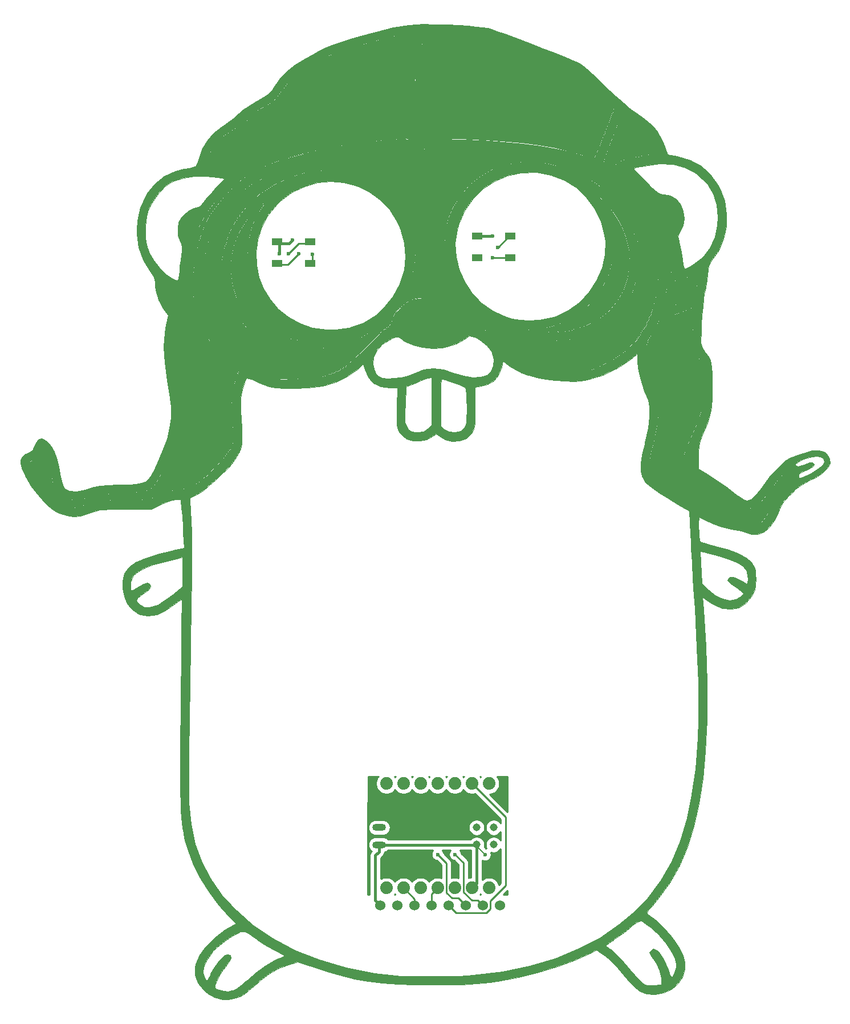
<source format=gbr>
G04 #@! TF.GenerationSoftware,KiCad,Pcbnew,(5.1.2)-1*
G04 #@! TF.CreationDate,2023-05-08T19:06:33+09:00*
G04 #@! TF.ProjectId,gopher_goldpilot_xiao,676f7068-6572-45f6-976f-6c6470696c6f,rev?*
G04 #@! TF.SameCoordinates,Original*
G04 #@! TF.FileFunction,Copper,L1,Top*
G04 #@! TF.FilePolarity,Positive*
%FSLAX46Y46*%
G04 Gerber Fmt 4.6, Leading zero omitted, Abs format (unit mm)*
G04 Created by KiCad (PCBNEW (5.1.2)-1) date 2023-05-08 19:06:33*
%MOMM*%
%LPD*%
G04 APERTURE LIST*
%ADD10C,0.100000*%
%ADD11C,0.010000*%
%ADD12C,1.524000*%
%ADD13C,1.879600*%
%ADD14O,2.032000X1.016000*%
%ADD15C,1.143000*%
%ADD16R,1.500000X1.000000*%
%ADD17C,0.600000*%
%ADD18C,0.250000*%
%ADD19C,0.400000*%
%ADD20C,0.200000*%
%ADD21C,0.254000*%
G04 APERTURE END LIST*
D10*
G36*
X92742600Y-65076520D02*
G01*
X92622600Y-65286520D01*
X92062600Y-65991520D01*
X91372600Y-66971520D01*
X90892600Y-68011520D01*
X90472600Y-68941520D01*
X89912600Y-71111520D01*
X89742600Y-73411520D01*
X89862600Y-75201520D01*
X90412600Y-77391520D01*
X91272600Y-79331520D01*
X91972600Y-80331520D01*
X92482600Y-81091520D01*
X93212600Y-81841520D01*
X93992600Y-82631520D01*
X95792600Y-83941520D01*
X97802600Y-84891520D01*
X100092600Y-85521520D01*
X100502600Y-85591520D01*
X101032600Y-85711520D01*
X101132600Y-85751520D01*
X101172600Y-85761520D01*
X100862600Y-85791520D01*
X100142600Y-85841520D01*
X99502600Y-85891520D01*
X99092600Y-85921520D01*
X97352600Y-85821520D01*
X95532600Y-85451520D01*
X93752600Y-84881520D01*
X92172600Y-84111520D01*
X90692600Y-83151520D01*
X89622600Y-82101520D01*
X89082600Y-81351520D01*
X88112600Y-79541520D01*
X87512600Y-77591520D01*
X87272600Y-75591520D01*
X87392600Y-73541520D01*
X87892600Y-71501520D01*
X88722600Y-69581520D01*
X89902600Y-67781520D01*
X91452600Y-66131520D01*
X92742600Y-65076520D01*
G37*
X92742600Y-65076520D02*
X92622600Y-65286520D01*
X92062600Y-65991520D01*
X91372600Y-66971520D01*
X90892600Y-68011520D01*
X90472600Y-68941520D01*
X89912600Y-71111520D01*
X89742600Y-73411520D01*
X89862600Y-75201520D01*
X90412600Y-77391520D01*
X91272600Y-79331520D01*
X91972600Y-80331520D01*
X92482600Y-81091520D01*
X93212600Y-81841520D01*
X93992600Y-82631520D01*
X95792600Y-83941520D01*
X97802600Y-84891520D01*
X100092600Y-85521520D01*
X100502600Y-85591520D01*
X101032600Y-85711520D01*
X101132600Y-85751520D01*
X101172600Y-85761520D01*
X100862600Y-85791520D01*
X100142600Y-85841520D01*
X99502600Y-85891520D01*
X99092600Y-85921520D01*
X97352600Y-85821520D01*
X95532600Y-85451520D01*
X93752600Y-84881520D01*
X92172600Y-84111520D01*
X90692600Y-83151520D01*
X89622600Y-82101520D01*
X89082600Y-81351520D01*
X88112600Y-79541520D01*
X87512600Y-77591520D01*
X87272600Y-75591520D01*
X87392600Y-73541520D01*
X87892600Y-71501520D01*
X88722600Y-69581520D01*
X89902600Y-67781520D01*
X91452600Y-66131520D01*
X92742600Y-65076520D01*
G36*
X141932600Y-64616520D02*
G01*
X142592600Y-65086520D01*
X143352600Y-65991520D01*
X144172600Y-67141520D01*
X144772600Y-68051520D01*
X145262600Y-68991520D01*
X145902600Y-70551520D01*
X146372600Y-72621520D01*
X146492600Y-74711520D01*
X146232600Y-76621520D01*
X145612600Y-78431520D01*
X144672600Y-80071520D01*
X143402600Y-81551520D01*
X141812600Y-82801520D01*
X139902600Y-83771520D01*
X137732600Y-84381520D01*
X136592600Y-84541520D01*
X135052600Y-84631520D01*
X133872600Y-84650270D01*
X132552600Y-84582770D01*
X131062600Y-84369020D01*
X132302600Y-84336520D01*
X134792600Y-83931520D01*
X137032600Y-83091520D01*
X138882600Y-82001520D01*
X139812600Y-81211520D01*
X140552600Y-80581520D01*
X140932600Y-80171520D01*
X141662600Y-79221520D01*
X142352600Y-78291520D01*
X143332600Y-76351520D01*
X143912600Y-74201520D01*
X144112600Y-71931520D01*
X144092600Y-71341520D01*
X143872600Y-69351520D01*
X143322600Y-67521520D01*
X142512600Y-65871520D01*
X141992600Y-64891520D01*
X141932600Y-64616520D01*
G37*
X141932600Y-64616520D02*
X142592600Y-65086520D01*
X143352600Y-65991520D01*
X144172600Y-67141520D01*
X144772600Y-68051520D01*
X145262600Y-68991520D01*
X145902600Y-70551520D01*
X146372600Y-72621520D01*
X146492600Y-74711520D01*
X146232600Y-76621520D01*
X145612600Y-78431520D01*
X144672600Y-80071520D01*
X143402600Y-81551520D01*
X141812600Y-82801520D01*
X139902600Y-83771520D01*
X137732600Y-84381520D01*
X136592600Y-84541520D01*
X135052600Y-84631520D01*
X133872600Y-84650270D01*
X132552600Y-84582770D01*
X131062600Y-84369020D01*
X132302600Y-84336520D01*
X134792600Y-83931520D01*
X137032600Y-83091520D01*
X138882600Y-82001520D01*
X139812600Y-81211520D01*
X140552600Y-80581520D01*
X140932600Y-80171520D01*
X141662600Y-79221520D01*
X142352600Y-78291520D01*
X143332600Y-76351520D01*
X143912600Y-74201520D01*
X144112600Y-71931520D01*
X144092600Y-71341520D01*
X143872600Y-69351520D01*
X143322600Y-67521520D01*
X142512600Y-65871520D01*
X141992600Y-64891520D01*
X141932600Y-64616520D01*
G36*
X147532600Y-71291520D02*
G01*
X148572600Y-70971520D01*
X149762600Y-70691520D01*
X149862600Y-70771520D01*
X150012600Y-71351520D01*
X150302600Y-72401520D01*
X150532600Y-73291520D01*
X150722600Y-74961520D01*
X150802600Y-75681520D01*
X150702600Y-77961520D01*
X150542600Y-79011520D01*
X149892600Y-81501520D01*
X148892600Y-83771520D01*
X147602600Y-85711520D01*
X146562600Y-86801520D01*
X145902600Y-87441520D01*
X143982600Y-88801520D01*
X142302600Y-89621520D01*
X141712600Y-89921520D01*
X140802600Y-90241520D01*
X140192600Y-90381520D01*
X139522600Y-90451520D01*
X138682600Y-90481520D01*
X137892600Y-90481520D01*
X135762600Y-90451520D01*
X133902600Y-90291520D01*
X132252600Y-89931520D01*
X131002600Y-89421520D01*
X129772600Y-88711520D01*
X128592600Y-87731520D01*
X127032600Y-86141520D01*
X125892600Y-85031520D01*
X125022600Y-84301520D01*
X124422600Y-83891520D01*
X123952600Y-83611520D01*
X123492600Y-83211520D01*
X123142600Y-82221520D01*
X122712600Y-81601520D01*
X122562600Y-81371520D01*
X122962600Y-81061520D01*
X123032600Y-81051520D01*
X123272600Y-81281520D01*
X123682600Y-81711520D01*
X124262600Y-82301520D01*
X125022600Y-82871520D01*
X126102600Y-83701520D01*
X128072600Y-84801520D01*
X130152600Y-85481520D01*
X132122600Y-85951520D01*
X132792600Y-85981520D01*
X133942600Y-85981520D01*
X135282600Y-85941520D01*
X136222600Y-85901520D01*
X137382600Y-85801520D01*
X138432600Y-85641520D01*
X139392600Y-85381520D01*
X140932600Y-84811520D01*
X143022600Y-83651520D01*
X144632600Y-82331520D01*
X145972600Y-80691520D01*
X146962600Y-78761520D01*
X147622600Y-76641520D01*
X147862600Y-74461520D01*
X147762600Y-72381520D01*
X147492600Y-71301520D01*
X147532600Y-71291520D01*
G37*
X147532600Y-71291520D02*
X148572600Y-70971520D01*
X149762600Y-70691520D01*
X149862600Y-70771520D01*
X150012600Y-71351520D01*
X150302600Y-72401520D01*
X150532600Y-73291520D01*
X150722600Y-74961520D01*
X150802600Y-75681520D01*
X150702600Y-77961520D01*
X150542600Y-79011520D01*
X149892600Y-81501520D01*
X148892600Y-83771520D01*
X147602600Y-85711520D01*
X146562600Y-86801520D01*
X145902600Y-87441520D01*
X143982600Y-88801520D01*
X142302600Y-89621520D01*
X141712600Y-89921520D01*
X140802600Y-90241520D01*
X140192600Y-90381520D01*
X139522600Y-90451520D01*
X138682600Y-90481520D01*
X137892600Y-90481520D01*
X135762600Y-90451520D01*
X133902600Y-90291520D01*
X132252600Y-89931520D01*
X131002600Y-89421520D01*
X129772600Y-88711520D01*
X128592600Y-87731520D01*
X127032600Y-86141520D01*
X125892600Y-85031520D01*
X125022600Y-84301520D01*
X124422600Y-83891520D01*
X123952600Y-83611520D01*
X123492600Y-83211520D01*
X123142600Y-82221520D01*
X122712600Y-81601520D01*
X122562600Y-81371520D01*
X122962600Y-81061520D01*
X123032600Y-81051520D01*
X123272600Y-81281520D01*
X123682600Y-81711520D01*
X124262600Y-82301520D01*
X125022600Y-82871520D01*
X126102600Y-83701520D01*
X128072600Y-84801520D01*
X130152600Y-85481520D01*
X132122600Y-85951520D01*
X132792600Y-85981520D01*
X133942600Y-85981520D01*
X135282600Y-85941520D01*
X136222600Y-85901520D01*
X137382600Y-85801520D01*
X138432600Y-85641520D01*
X139392600Y-85381520D01*
X140932600Y-84811520D01*
X143022600Y-83651520D01*
X144632600Y-82331520D01*
X145972600Y-80691520D01*
X146962600Y-78761520D01*
X147622600Y-76641520D01*
X147862600Y-74461520D01*
X147762600Y-72381520D01*
X147492600Y-71301520D01*
X147532600Y-71291520D01*
G36*
X104447600Y-58276520D02*
G01*
X106162600Y-58051520D01*
X108622600Y-57656520D01*
X113382600Y-57446520D01*
X118362600Y-57521520D01*
X121542600Y-57521520D01*
X124952600Y-57611520D01*
X126812600Y-57681520D01*
X130102600Y-57971520D01*
X133402600Y-58411520D01*
X136272600Y-58991520D01*
X138772600Y-59701520D01*
X140992600Y-60571520D01*
X142952600Y-61631520D01*
X144602600Y-62821520D01*
X146072600Y-64231520D01*
X147082600Y-65521520D01*
X147322600Y-65821520D01*
X148792600Y-68291520D01*
X149812600Y-70681520D01*
X147512600Y-71241520D01*
X147292600Y-70311520D01*
X146902600Y-69351520D01*
X146452600Y-68241520D01*
X146202600Y-67761520D01*
X145712600Y-66981520D01*
X145072600Y-65931520D01*
X143952600Y-64651520D01*
X143402600Y-64061520D01*
X141542600Y-62521520D01*
X139352600Y-61221520D01*
X136882600Y-60201520D01*
X134342600Y-59581520D01*
X132762600Y-59381520D01*
X130522600Y-59391520D01*
X128172600Y-59801520D01*
X126202600Y-60491520D01*
X124302600Y-61541520D01*
X122792600Y-62741520D01*
X121462600Y-64241520D01*
X120292600Y-66056520D01*
X119557600Y-67864020D01*
X119132600Y-69841520D01*
X119027600Y-72124020D01*
X119477600Y-74779020D01*
X114652600Y-75161520D01*
X114592600Y-74851520D01*
X114812600Y-72571520D01*
X114682600Y-70851520D01*
X114152600Y-68751520D01*
X113282600Y-66801520D01*
X112052600Y-65051520D01*
X110472600Y-63501520D01*
X108542600Y-62171520D01*
X106372600Y-61211520D01*
X104977600Y-60866520D01*
X104447600Y-58276520D01*
G37*
X104447600Y-58276520D02*
X106162600Y-58051520D01*
X108622600Y-57656520D01*
X113382600Y-57446520D01*
X118362600Y-57521520D01*
X121542600Y-57521520D01*
X124952600Y-57611520D01*
X126812600Y-57681520D01*
X130102600Y-57971520D01*
X133402600Y-58411520D01*
X136272600Y-58991520D01*
X138772600Y-59701520D01*
X140992600Y-60571520D01*
X142952600Y-61631520D01*
X144602600Y-62821520D01*
X146072600Y-64231520D01*
X147082600Y-65521520D01*
X147322600Y-65821520D01*
X148792600Y-68291520D01*
X149812600Y-70681520D01*
X147512600Y-71241520D01*
X147292600Y-70311520D01*
X146902600Y-69351520D01*
X146452600Y-68241520D01*
X146202600Y-67761520D01*
X145712600Y-66981520D01*
X145072600Y-65931520D01*
X143952600Y-64651520D01*
X143402600Y-64061520D01*
X141542600Y-62521520D01*
X139352600Y-61221520D01*
X136882600Y-60201520D01*
X134342600Y-59581520D01*
X132762600Y-59381520D01*
X130522600Y-59391520D01*
X128172600Y-59801520D01*
X126202600Y-60491520D01*
X124302600Y-61541520D01*
X122792600Y-62741520D01*
X121462600Y-64241520D01*
X120292600Y-66056520D01*
X119557600Y-67864020D01*
X119132600Y-69841520D01*
X119027600Y-72124020D01*
X119477600Y-74779020D01*
X114652600Y-75161520D01*
X114592600Y-74851520D01*
X114812600Y-72571520D01*
X114682600Y-70851520D01*
X114152600Y-68751520D01*
X113282600Y-66801520D01*
X112052600Y-65051520D01*
X110472600Y-63501520D01*
X108542600Y-62171520D01*
X106372600Y-61211520D01*
X104977600Y-60866520D01*
X104447600Y-58276520D01*
G36*
X84012600Y-82821520D02*
G01*
X83342600Y-80701520D01*
X83202600Y-79831520D01*
X83137600Y-77166520D01*
X83287600Y-74356520D01*
X83632600Y-72251520D01*
X84212600Y-70461520D01*
X85192600Y-68471520D01*
X86412600Y-66491520D01*
X87752600Y-64901520D01*
X88692600Y-64021520D01*
X89162600Y-63581520D01*
X90422600Y-62721520D01*
X92232600Y-61731520D01*
X92542600Y-61551520D01*
X94942600Y-60571520D01*
X97662600Y-59691520D01*
X100652600Y-58971520D01*
X104382600Y-58261520D01*
X104992600Y-60871520D01*
X104752600Y-60801520D01*
X103142600Y-60651520D01*
X101482600Y-60621520D01*
X99792600Y-60741520D01*
X98272600Y-61011520D01*
X96072600Y-61671520D01*
X94492600Y-62411520D01*
X93702600Y-62771520D01*
X92192600Y-63751520D01*
X91592600Y-64151520D01*
X90242600Y-65391520D01*
X89722600Y-65851520D01*
X88932600Y-66881520D01*
X88222600Y-67781520D01*
X87112600Y-69811520D01*
X86562600Y-71361520D01*
X86252600Y-72291520D01*
X85932600Y-74071520D01*
X85902600Y-76301520D01*
X86282600Y-78451520D01*
X86982600Y-80381520D01*
X88052600Y-82181520D01*
X88802600Y-83091520D01*
X89452600Y-83801520D01*
X91092600Y-85121520D01*
X93032600Y-86151520D01*
X95182600Y-86801520D01*
X95652600Y-86891520D01*
X97072600Y-87041520D01*
X98562600Y-87121520D01*
X100242600Y-87111520D01*
X101722600Y-87011520D01*
X103082600Y-86831520D01*
X104512600Y-86421520D01*
X106652600Y-85471520D01*
X108462600Y-84311520D01*
X109742600Y-83221520D01*
X110282600Y-82741520D01*
X111742600Y-81031520D01*
X112652600Y-79671520D01*
X113042600Y-79041520D01*
X113962600Y-76991520D01*
X114542600Y-74921520D01*
X119442600Y-74791520D01*
X120062600Y-76571520D01*
X121202600Y-78711520D01*
X121842600Y-79561520D01*
X122632600Y-80621520D01*
X122982600Y-80991520D01*
X122532600Y-81351520D01*
X121732600Y-80601520D01*
X120732600Y-80011520D01*
X119862600Y-79661520D01*
X119232600Y-79541520D01*
X118392600Y-79491520D01*
X116972600Y-79461520D01*
X115832600Y-79511520D01*
X115252600Y-79551520D01*
X114512600Y-79731520D01*
X113852600Y-80011520D01*
X113482600Y-80201520D01*
X112672600Y-80751520D01*
X112052600Y-81341520D01*
X111482600Y-82141520D01*
X111252600Y-82781520D01*
X111182600Y-83211520D01*
X110902600Y-83591520D01*
X110152600Y-84151520D01*
X109152600Y-85041520D01*
X108092600Y-86051520D01*
X106482600Y-87691520D01*
X106067600Y-88116520D01*
X105137600Y-89006520D01*
X104497600Y-89586520D01*
X103427600Y-90296520D01*
X102212600Y-90811520D01*
X101202600Y-91181520D01*
X100262600Y-91361520D01*
X99312600Y-91491520D01*
X97912600Y-91571520D01*
X96492600Y-91631520D01*
X94792600Y-91581520D01*
X94022600Y-91511520D01*
X93252600Y-91371520D01*
X91692600Y-90771520D01*
X89707600Y-89661520D01*
X87817600Y-88181520D01*
X86362600Y-86591520D01*
X85312600Y-85171520D01*
X85022600Y-84751520D01*
X84312600Y-83401520D01*
X84012600Y-82821520D01*
G37*
X84012600Y-82821520D02*
X83342600Y-80701520D01*
X83202600Y-79831520D01*
X83137600Y-77166520D01*
X83287600Y-74356520D01*
X83632600Y-72251520D01*
X84212600Y-70461520D01*
X85192600Y-68471520D01*
X86412600Y-66491520D01*
X87752600Y-64901520D01*
X88692600Y-64021520D01*
X89162600Y-63581520D01*
X90422600Y-62721520D01*
X92232600Y-61731520D01*
X92542600Y-61551520D01*
X94942600Y-60571520D01*
X97662600Y-59691520D01*
X100652600Y-58971520D01*
X104382600Y-58261520D01*
X104992600Y-60871520D01*
X104752600Y-60801520D01*
X103142600Y-60651520D01*
X101482600Y-60621520D01*
X99792600Y-60741520D01*
X98272600Y-61011520D01*
X96072600Y-61671520D01*
X94492600Y-62411520D01*
X93702600Y-62771520D01*
X92192600Y-63751520D01*
X91592600Y-64151520D01*
X90242600Y-65391520D01*
X89722600Y-65851520D01*
X88932600Y-66881520D01*
X88222600Y-67781520D01*
X87112600Y-69811520D01*
X86562600Y-71361520D01*
X86252600Y-72291520D01*
X85932600Y-74071520D01*
X85902600Y-76301520D01*
X86282600Y-78451520D01*
X86982600Y-80381520D01*
X88052600Y-82181520D01*
X88802600Y-83091520D01*
X89452600Y-83801520D01*
X91092600Y-85121520D01*
X93032600Y-86151520D01*
X95182600Y-86801520D01*
X95652600Y-86891520D01*
X97072600Y-87041520D01*
X98562600Y-87121520D01*
X100242600Y-87111520D01*
X101722600Y-87011520D01*
X103082600Y-86831520D01*
X104512600Y-86421520D01*
X106652600Y-85471520D01*
X108462600Y-84311520D01*
X109742600Y-83221520D01*
X110282600Y-82741520D01*
X111742600Y-81031520D01*
X112652600Y-79671520D01*
X113042600Y-79041520D01*
X113962600Y-76991520D01*
X114542600Y-74921520D01*
X119442600Y-74791520D01*
X120062600Y-76571520D01*
X121202600Y-78711520D01*
X121842600Y-79561520D01*
X122632600Y-80621520D01*
X122982600Y-80991520D01*
X122532600Y-81351520D01*
X121732600Y-80601520D01*
X120732600Y-80011520D01*
X119862600Y-79661520D01*
X119232600Y-79541520D01*
X118392600Y-79491520D01*
X116972600Y-79461520D01*
X115832600Y-79511520D01*
X115252600Y-79551520D01*
X114512600Y-79731520D01*
X113852600Y-80011520D01*
X113482600Y-80201520D01*
X112672600Y-80751520D01*
X112052600Y-81341520D01*
X111482600Y-82141520D01*
X111252600Y-82781520D01*
X111182600Y-83211520D01*
X110902600Y-83591520D01*
X110152600Y-84151520D01*
X109152600Y-85041520D01*
X108092600Y-86051520D01*
X106482600Y-87691520D01*
X106067600Y-88116520D01*
X105137600Y-89006520D01*
X104497600Y-89586520D01*
X103427600Y-90296520D01*
X102212600Y-90811520D01*
X101202600Y-91181520D01*
X100262600Y-91361520D01*
X99312600Y-91491520D01*
X97912600Y-91571520D01*
X96492600Y-91631520D01*
X94792600Y-91581520D01*
X94022600Y-91511520D01*
X93252600Y-91371520D01*
X91692600Y-90771520D01*
X89707600Y-89661520D01*
X87817600Y-88181520D01*
X86362600Y-86591520D01*
X85312600Y-85171520D01*
X85022600Y-84751520D01*
X84312600Y-83401520D01*
X84012600Y-82821520D01*
G36*
X149152600Y-86261520D02*
G01*
X149412600Y-85711520D01*
X149992600Y-84771520D01*
X150502600Y-83841520D01*
X150692600Y-83401520D01*
X151072600Y-82661520D01*
X151352600Y-82391520D01*
X152572600Y-82231520D01*
X154322600Y-81751520D01*
X155062600Y-81411520D01*
X155662600Y-81131520D01*
X155962600Y-81021520D01*
X155972600Y-81831520D01*
X155952600Y-83131520D01*
X155862600Y-85481520D01*
X155772600Y-87271520D01*
X156592600Y-88321520D01*
X157092600Y-89041520D01*
X157312600Y-89581520D01*
X157472600Y-90291520D01*
X157632600Y-92471520D01*
X157542600Y-94501520D01*
X157152600Y-96451520D01*
X156512600Y-98381520D01*
X155442600Y-100661520D01*
X154972600Y-101761520D01*
X154642600Y-102851520D01*
X154612600Y-103831520D01*
X154922600Y-104741520D01*
X155602600Y-105581520D01*
X156622600Y-106401520D01*
X157072600Y-106671520D01*
X158322600Y-107471520D01*
X158932600Y-107901520D01*
X159562600Y-108321520D01*
X160472600Y-108971520D01*
X162002600Y-110121520D01*
X162982600Y-110731520D01*
X163522600Y-110941520D01*
X163792600Y-110961520D01*
X164752600Y-110821520D01*
X165702600Y-110231520D01*
X166192600Y-109701520D01*
X166632600Y-109201520D01*
X166892600Y-108841520D01*
X167472600Y-108061520D01*
X168042600Y-107331520D01*
X168512600Y-106741520D01*
X168942600Y-106221520D01*
X169152600Y-105961520D01*
X169452600Y-105631520D01*
X169532600Y-105551520D01*
X169792600Y-105341520D01*
X169922600Y-105421520D01*
X170122600Y-105761520D01*
X170332600Y-106241520D01*
X170452600Y-106701520D01*
X170432600Y-106921520D01*
X170022600Y-107231520D01*
X169642600Y-107531520D01*
X169182600Y-107881520D01*
X168142600Y-109231520D01*
X167972600Y-109581520D01*
X167582600Y-110401520D01*
X167342600Y-110971520D01*
X167272600Y-111141520D01*
X166802600Y-112071520D01*
X166232600Y-112781520D01*
X165622600Y-113221520D01*
X165062600Y-113371520D01*
X164482600Y-113201520D01*
X164352600Y-113131520D01*
X163872600Y-112991520D01*
X162692600Y-112721520D01*
X161862600Y-112561520D01*
X160922600Y-112331520D01*
X160112600Y-112091520D01*
X159212600Y-111751520D01*
X157472600Y-110811520D01*
X155462600Y-109661520D01*
X152542600Y-107881520D01*
X151142600Y-107011520D01*
X150142600Y-106271520D01*
X149722600Y-105761520D01*
X149522600Y-105211520D01*
X149452600Y-104561520D01*
X149542600Y-103691520D01*
X149782600Y-102511520D01*
X150172600Y-100841520D01*
X150332600Y-100151520D01*
X150572600Y-98931520D01*
X150672600Y-98411520D01*
X150832600Y-96981520D01*
X150782600Y-95721520D01*
X150562600Y-94561520D01*
X150082600Y-93281520D01*
X149752600Y-92441520D01*
X149592600Y-92051520D01*
X149252600Y-90851520D01*
X149062600Y-89541520D01*
X149012600Y-88001520D01*
X149042600Y-86791520D01*
X149132600Y-86321520D01*
X149152600Y-86261520D01*
G37*
X149152600Y-86261520D02*
X149412600Y-85711520D01*
X149992600Y-84771520D01*
X150502600Y-83841520D01*
X150692600Y-83401520D01*
X151072600Y-82661520D01*
X151352600Y-82391520D01*
X152572600Y-82231520D01*
X154322600Y-81751520D01*
X155062600Y-81411520D01*
X155662600Y-81131520D01*
X155962600Y-81021520D01*
X155972600Y-81831520D01*
X155952600Y-83131520D01*
X155862600Y-85481520D01*
X155772600Y-87271520D01*
X156592600Y-88321520D01*
X157092600Y-89041520D01*
X157312600Y-89581520D01*
X157472600Y-90291520D01*
X157632600Y-92471520D01*
X157542600Y-94501520D01*
X157152600Y-96451520D01*
X156512600Y-98381520D01*
X155442600Y-100661520D01*
X154972600Y-101761520D01*
X154642600Y-102851520D01*
X154612600Y-103831520D01*
X154922600Y-104741520D01*
X155602600Y-105581520D01*
X156622600Y-106401520D01*
X157072600Y-106671520D01*
X158322600Y-107471520D01*
X158932600Y-107901520D01*
X159562600Y-108321520D01*
X160472600Y-108971520D01*
X162002600Y-110121520D01*
X162982600Y-110731520D01*
X163522600Y-110941520D01*
X163792600Y-110961520D01*
X164752600Y-110821520D01*
X165702600Y-110231520D01*
X166192600Y-109701520D01*
X166632600Y-109201520D01*
X166892600Y-108841520D01*
X167472600Y-108061520D01*
X168042600Y-107331520D01*
X168512600Y-106741520D01*
X168942600Y-106221520D01*
X169152600Y-105961520D01*
X169452600Y-105631520D01*
X169532600Y-105551520D01*
X169792600Y-105341520D01*
X169922600Y-105421520D01*
X170122600Y-105761520D01*
X170332600Y-106241520D01*
X170452600Y-106701520D01*
X170432600Y-106921520D01*
X170022600Y-107231520D01*
X169642600Y-107531520D01*
X169182600Y-107881520D01*
X168142600Y-109231520D01*
X167972600Y-109581520D01*
X167582600Y-110401520D01*
X167342600Y-110971520D01*
X167272600Y-111141520D01*
X166802600Y-112071520D01*
X166232600Y-112781520D01*
X165622600Y-113221520D01*
X165062600Y-113371520D01*
X164482600Y-113201520D01*
X164352600Y-113131520D01*
X163872600Y-112991520D01*
X162692600Y-112721520D01*
X161862600Y-112561520D01*
X160922600Y-112331520D01*
X160112600Y-112091520D01*
X159212600Y-111751520D01*
X157472600Y-110811520D01*
X155462600Y-109661520D01*
X152542600Y-107881520D01*
X151142600Y-107011520D01*
X150142600Y-106271520D01*
X149722600Y-105761520D01*
X149522600Y-105211520D01*
X149452600Y-104561520D01*
X149542600Y-103691520D01*
X149782600Y-102511520D01*
X150172600Y-100841520D01*
X150332600Y-100151520D01*
X150572600Y-98931520D01*
X150672600Y-98411520D01*
X150832600Y-96981520D01*
X150782600Y-95721520D01*
X150562600Y-94561520D01*
X150082600Y-93281520D01*
X149752600Y-92441520D01*
X149592600Y-92051520D01*
X149252600Y-90851520D01*
X149062600Y-89541520D01*
X149012600Y-88001520D01*
X149042600Y-86791520D01*
X149132600Y-86321520D01*
X149152600Y-86261520D01*
G36*
X79172600Y-83111520D02*
G01*
X79412600Y-83131520D01*
X79882600Y-83271520D01*
X80732600Y-83481520D01*
X82982600Y-83931520D01*
X83362600Y-84721520D01*
X83882600Y-85661520D01*
X84692600Y-86841520D01*
X85572600Y-87941520D01*
X86542600Y-89031520D01*
X87432600Y-89811520D01*
X88352600Y-90541520D01*
X88112600Y-91301520D01*
X87802600Y-92361520D01*
X87542600Y-93881520D01*
X87402600Y-95561520D01*
X87402600Y-97391520D01*
X87542600Y-99271520D01*
X87602600Y-99571520D01*
X87642600Y-99961520D01*
X87672600Y-100531520D01*
X87632600Y-101011520D01*
X87482600Y-101441520D01*
X87202600Y-101991520D01*
X86912600Y-102451520D01*
X86232600Y-103361520D01*
X85342600Y-104341520D01*
X84792600Y-104921520D01*
X83392600Y-106211520D01*
X82652600Y-106831520D01*
X81832600Y-107401520D01*
X81272600Y-107671520D01*
X80512600Y-107851520D01*
X79072600Y-108101520D01*
X78772600Y-108171520D01*
X77782600Y-108431520D01*
X77462600Y-108521520D01*
X76452600Y-108911520D01*
X75992600Y-109151520D01*
X75562600Y-109311520D01*
X75092600Y-109431520D01*
X74522600Y-109501520D01*
X73702600Y-109541520D01*
X72832600Y-109561520D01*
X71572600Y-109571520D01*
X70062600Y-109591520D01*
X68642600Y-109641520D01*
X67772600Y-109731520D01*
X67232600Y-109841520D01*
X66762600Y-109971520D01*
X66252600Y-110131520D01*
X65562600Y-110371520D01*
X64662600Y-110621520D01*
X63952600Y-110721520D01*
X63292600Y-110661520D01*
X62552600Y-110431520D01*
X61452600Y-109861520D01*
X60372600Y-108941520D01*
X59472600Y-107841520D01*
X59232600Y-107551520D01*
X58642600Y-106651520D01*
X57852600Y-105301520D01*
X57402600Y-104421520D01*
X57272600Y-104051520D01*
X57502600Y-103881520D01*
X58102600Y-103601520D01*
X58652600Y-103201520D01*
X59012600Y-102741520D01*
X59222600Y-102371520D01*
X59382600Y-102211520D01*
X59532600Y-102311520D01*
X59782600Y-102781520D01*
X60062600Y-103551520D01*
X60302600Y-104501520D01*
X60532600Y-105701520D01*
X60822600Y-107131520D01*
X60912600Y-107481520D01*
X60982600Y-107801520D01*
X61132600Y-108251520D01*
X61422600Y-108661520D01*
X62142600Y-109151520D01*
X63122600Y-109451520D01*
X64192600Y-109561520D01*
X65372600Y-109471520D01*
X66462600Y-109161520D01*
X67172600Y-108961520D01*
X68092600Y-108821520D01*
X69352600Y-108691520D01*
X70852600Y-108621520D01*
X72342600Y-108541520D01*
X73692600Y-108441520D01*
X74652600Y-108271520D01*
X75282600Y-108021520D01*
X75792600Y-107641520D01*
X76222600Y-107081520D01*
X76622600Y-106371520D01*
X76932600Y-105731520D01*
X77282600Y-105031520D01*
X77572600Y-104411520D01*
X78022600Y-103441520D01*
X78402600Y-102521520D01*
X78622600Y-102031520D01*
X78842600Y-101371520D01*
X79042600Y-100801520D01*
X79322600Y-99711520D01*
X79502600Y-98551520D01*
X79592600Y-97311520D01*
X79612600Y-96071520D01*
X79602600Y-95571520D01*
X79532600Y-94531520D01*
X79402600Y-93531520D01*
X79152600Y-92031520D01*
X78952600Y-90771520D01*
X78812600Y-89941520D01*
X78622600Y-87681520D01*
X78622600Y-85701520D01*
X78842600Y-84071520D01*
X79042600Y-83361520D01*
X79172600Y-83111520D01*
G37*
X79172600Y-83111520D02*
X79412600Y-83131520D01*
X79882600Y-83271520D01*
X80732600Y-83481520D01*
X82982600Y-83931520D01*
X83362600Y-84721520D01*
X83882600Y-85661520D01*
X84692600Y-86841520D01*
X85572600Y-87941520D01*
X86542600Y-89031520D01*
X87432600Y-89811520D01*
X88352600Y-90541520D01*
X88112600Y-91301520D01*
X87802600Y-92361520D01*
X87542600Y-93881520D01*
X87402600Y-95561520D01*
X87402600Y-97391520D01*
X87542600Y-99271520D01*
X87602600Y-99571520D01*
X87642600Y-99961520D01*
X87672600Y-100531520D01*
X87632600Y-101011520D01*
X87482600Y-101441520D01*
X87202600Y-101991520D01*
X86912600Y-102451520D01*
X86232600Y-103361520D01*
X85342600Y-104341520D01*
X84792600Y-104921520D01*
X83392600Y-106211520D01*
X82652600Y-106831520D01*
X81832600Y-107401520D01*
X81272600Y-107671520D01*
X80512600Y-107851520D01*
X79072600Y-108101520D01*
X78772600Y-108171520D01*
X77782600Y-108431520D01*
X77462600Y-108521520D01*
X76452600Y-108911520D01*
X75992600Y-109151520D01*
X75562600Y-109311520D01*
X75092600Y-109431520D01*
X74522600Y-109501520D01*
X73702600Y-109541520D01*
X72832600Y-109561520D01*
X71572600Y-109571520D01*
X70062600Y-109591520D01*
X68642600Y-109641520D01*
X67772600Y-109731520D01*
X67232600Y-109841520D01*
X66762600Y-109971520D01*
X66252600Y-110131520D01*
X65562600Y-110371520D01*
X64662600Y-110621520D01*
X63952600Y-110721520D01*
X63292600Y-110661520D01*
X62552600Y-110431520D01*
X61452600Y-109861520D01*
X60372600Y-108941520D01*
X59472600Y-107841520D01*
X59232600Y-107551520D01*
X58642600Y-106651520D01*
X57852600Y-105301520D01*
X57402600Y-104421520D01*
X57272600Y-104051520D01*
X57502600Y-103881520D01*
X58102600Y-103601520D01*
X58652600Y-103201520D01*
X59012600Y-102741520D01*
X59222600Y-102371520D01*
X59382600Y-102211520D01*
X59532600Y-102311520D01*
X59782600Y-102781520D01*
X60062600Y-103551520D01*
X60302600Y-104501520D01*
X60532600Y-105701520D01*
X60822600Y-107131520D01*
X60912600Y-107481520D01*
X60982600Y-107801520D01*
X61132600Y-108251520D01*
X61422600Y-108661520D01*
X62142600Y-109151520D01*
X63122600Y-109451520D01*
X64192600Y-109561520D01*
X65372600Y-109471520D01*
X66462600Y-109161520D01*
X67172600Y-108961520D01*
X68092600Y-108821520D01*
X69352600Y-108691520D01*
X70852600Y-108621520D01*
X72342600Y-108541520D01*
X73692600Y-108441520D01*
X74652600Y-108271520D01*
X75282600Y-108021520D01*
X75792600Y-107641520D01*
X76222600Y-107081520D01*
X76622600Y-106371520D01*
X76932600Y-105731520D01*
X77282600Y-105031520D01*
X77572600Y-104411520D01*
X78022600Y-103441520D01*
X78402600Y-102521520D01*
X78622600Y-102031520D01*
X78842600Y-101371520D01*
X79042600Y-100801520D01*
X79322600Y-99711520D01*
X79502600Y-98551520D01*
X79592600Y-97311520D01*
X79612600Y-96071520D01*
X79602600Y-95571520D01*
X79532600Y-94531520D01*
X79402600Y-93531520D01*
X79152600Y-92031520D01*
X78952600Y-90771520D01*
X78812600Y-89941520D01*
X78622600Y-87681520D01*
X78622600Y-85701520D01*
X78842600Y-84071520D01*
X79042600Y-83361520D01*
X79172600Y-83111520D01*
G36*
X152822600Y-77141520D02*
G01*
X153932600Y-76881520D01*
X154742600Y-76611520D01*
X154912600Y-76561520D01*
X155182600Y-76451520D01*
X155572600Y-76301520D01*
X155752600Y-76231520D01*
X156162600Y-76051520D01*
X156542600Y-75881520D01*
X156952600Y-75701520D01*
X156802600Y-76651520D01*
X156742600Y-76961520D01*
X156352600Y-78261520D01*
X155712600Y-79241520D01*
X154792600Y-79961520D01*
X153472600Y-80521520D01*
X152702600Y-80751520D01*
X152092600Y-80901520D01*
X151742600Y-80901520D01*
X151632600Y-80781520D01*
X151662600Y-80461520D01*
X151772600Y-79931520D01*
X151892600Y-79191520D01*
X151952600Y-78791520D01*
X152062600Y-78081520D01*
X152212600Y-77581520D01*
X152442600Y-77291520D01*
X152432600Y-77291520D01*
X152822600Y-77141520D01*
G37*
X152822600Y-77141520D02*
X153932600Y-76881520D01*
X154742600Y-76611520D01*
X154912600Y-76561520D01*
X155182600Y-76451520D01*
X155572600Y-76301520D01*
X155752600Y-76231520D01*
X156162600Y-76051520D01*
X156542600Y-75881520D01*
X156952600Y-75701520D01*
X156802600Y-76651520D01*
X156742600Y-76961520D01*
X156352600Y-78261520D01*
X155712600Y-79241520D01*
X154792600Y-79961520D01*
X153472600Y-80521520D01*
X152702600Y-80751520D01*
X152092600Y-80901520D01*
X151742600Y-80901520D01*
X151632600Y-80781520D01*
X151662600Y-80461520D01*
X151772600Y-79931520D01*
X151892600Y-79191520D01*
X151952600Y-78791520D01*
X152062600Y-78081520D01*
X152212600Y-77581520D01*
X152442600Y-77291520D01*
X152432600Y-77291520D01*
X152822600Y-77141520D01*
G36*
X77332600Y-77831520D02*
G01*
X77852600Y-77951520D01*
X79112600Y-78411520D01*
X80352600Y-78821520D01*
X81652600Y-79151520D01*
X81952600Y-80781520D01*
X82182600Y-82071520D01*
X82202600Y-82131520D01*
X82162600Y-82191520D01*
X81922600Y-82261520D01*
X81392600Y-82211520D01*
X80692600Y-82031520D01*
X79952600Y-81731520D01*
X78992600Y-81111520D01*
X78082600Y-80081520D01*
X77552600Y-78851520D01*
X77332600Y-77831520D01*
G37*
X77332600Y-77831520D02*
X77852600Y-77951520D01*
X79112600Y-78411520D01*
X80352600Y-78821520D01*
X81652600Y-79151520D01*
X81952600Y-80781520D01*
X82182600Y-82071520D01*
X82202600Y-82131520D01*
X82162600Y-82191520D01*
X81922600Y-82261520D01*
X81392600Y-82211520D01*
X80692600Y-82031520D01*
X79952600Y-81731520D01*
X78992600Y-81111520D01*
X78082600Y-80081520D01*
X77552600Y-78851520D01*
X77332600Y-77831520D01*
G36*
X88157600Y-54341520D02*
G01*
X88310100Y-55031520D01*
X88612600Y-57271520D01*
X88892600Y-59041520D01*
X89142600Y-60361520D01*
X89452600Y-61651520D01*
X88802600Y-62111520D01*
X88142600Y-62651520D01*
X87462600Y-63311520D01*
X87252600Y-63511520D01*
X86892600Y-63911520D01*
X86482600Y-64351520D01*
X85752600Y-65211520D01*
X85362600Y-65681520D01*
X84832600Y-66371520D01*
X84112600Y-67421520D01*
X83352600Y-68991520D01*
X82922600Y-70191520D01*
X82662600Y-70841520D01*
X82212600Y-72631520D01*
X82102600Y-73101520D01*
X82062600Y-73451520D01*
X81852600Y-74791520D01*
X81772600Y-75371520D01*
X81642600Y-76781520D01*
X81632600Y-76931520D01*
X81572600Y-77551520D01*
X81392600Y-77621520D01*
X81092600Y-77571520D01*
X80862600Y-77411520D01*
X80842600Y-77351520D01*
X80832600Y-76881520D01*
X80882600Y-76041520D01*
X80962600Y-75221520D01*
X81062600Y-74401520D01*
X81102600Y-74121520D01*
X81222600Y-73311520D01*
X81382600Y-72471520D01*
X81532600Y-71901520D01*
X81952600Y-70661520D01*
X82412600Y-69361520D01*
X82632600Y-68941520D01*
X82892600Y-68461520D01*
X83362600Y-67571520D01*
X83662600Y-67001520D01*
X84392600Y-66021520D01*
X85232600Y-64891520D01*
X86392600Y-63741520D01*
X87132600Y-63011520D01*
X87712600Y-62491520D01*
X88332600Y-61811520D01*
X88492600Y-61491520D01*
X88482600Y-61431520D01*
X88202600Y-61091520D01*
X87502600Y-60751520D01*
X86452600Y-60441520D01*
X84822600Y-60091520D01*
X84252600Y-59981520D01*
X83722600Y-59811520D01*
X83552600Y-59711520D01*
X83582600Y-59521520D01*
X83762600Y-59021520D01*
X84102600Y-58251520D01*
X84822600Y-56901520D01*
X85122600Y-56471520D01*
X85272600Y-56301520D01*
X85732600Y-55931520D01*
X86422600Y-55421520D01*
X87112600Y-54941520D01*
X87872600Y-54471520D01*
X88157600Y-54341520D01*
G37*
X88157600Y-54341520D02*
X88310100Y-55031520D01*
X88612600Y-57271520D01*
X88892600Y-59041520D01*
X89142600Y-60361520D01*
X89452600Y-61651520D01*
X88802600Y-62111520D01*
X88142600Y-62651520D01*
X87462600Y-63311520D01*
X87252600Y-63511520D01*
X86892600Y-63911520D01*
X86482600Y-64351520D01*
X85752600Y-65211520D01*
X85362600Y-65681520D01*
X84832600Y-66371520D01*
X84112600Y-67421520D01*
X83352600Y-68991520D01*
X82922600Y-70191520D01*
X82662600Y-70841520D01*
X82212600Y-72631520D01*
X82102600Y-73101520D01*
X82062600Y-73451520D01*
X81852600Y-74791520D01*
X81772600Y-75371520D01*
X81642600Y-76781520D01*
X81632600Y-76931520D01*
X81572600Y-77551520D01*
X81392600Y-77621520D01*
X81092600Y-77571520D01*
X80862600Y-77411520D01*
X80842600Y-77351520D01*
X80832600Y-76881520D01*
X80882600Y-76041520D01*
X80962600Y-75221520D01*
X81062600Y-74401520D01*
X81102600Y-74121520D01*
X81222600Y-73311520D01*
X81382600Y-72471520D01*
X81532600Y-71901520D01*
X81952600Y-70661520D01*
X82412600Y-69361520D01*
X82632600Y-68941520D01*
X82892600Y-68461520D01*
X83362600Y-67571520D01*
X83662600Y-67001520D01*
X84392600Y-66021520D01*
X85232600Y-64891520D01*
X86392600Y-63741520D01*
X87132600Y-63011520D01*
X87712600Y-62491520D01*
X88332600Y-61811520D01*
X88492600Y-61491520D01*
X88482600Y-61431520D01*
X88202600Y-61091520D01*
X87502600Y-60751520D01*
X86452600Y-60441520D01*
X84822600Y-60091520D01*
X84252600Y-59981520D01*
X83722600Y-59811520D01*
X83552600Y-59711520D01*
X83582600Y-59521520D01*
X83762600Y-59021520D01*
X84102600Y-58251520D01*
X84822600Y-56901520D01*
X85122600Y-56471520D01*
X85272600Y-56301520D01*
X85732600Y-55931520D01*
X86422600Y-55421520D01*
X87112600Y-54941520D01*
X87872600Y-54471520D01*
X88157600Y-54341520D01*
G36*
X142737600Y-59501520D02*
G01*
X142907600Y-58761520D01*
X143552600Y-56971520D01*
X143872600Y-56111520D01*
X144122600Y-55471520D01*
X144382600Y-54791520D01*
X144662600Y-54081520D01*
X144772600Y-53801520D01*
X144992600Y-53261520D01*
X145202600Y-52761520D01*
X145452600Y-52301520D01*
X145802600Y-52531520D01*
X146502600Y-53001520D01*
X147162600Y-53451520D01*
X148082600Y-54141520D01*
X148442600Y-54411520D01*
X149252600Y-55211520D01*
X149852600Y-56081520D01*
X150232600Y-56951520D01*
X150362600Y-57311520D01*
X150632600Y-58081520D01*
X149902600Y-58211520D01*
X149082600Y-58361520D01*
X148012600Y-58561520D01*
X147252600Y-58701520D01*
X145992600Y-58981520D01*
X145162600Y-59261520D01*
X144652600Y-59511520D01*
X144482600Y-59801520D01*
X144642600Y-60181520D01*
X145182600Y-60731520D01*
X145522600Y-60991520D01*
X146312600Y-61631520D01*
X147012600Y-62221520D01*
X148542600Y-63781520D01*
X148862600Y-64121520D01*
X149332600Y-64791520D01*
X150332600Y-66201520D01*
X150442600Y-66351520D01*
X151012600Y-67531520D01*
X151672600Y-68901520D01*
X152052600Y-69931520D01*
X152412600Y-71131520D01*
X152732600Y-72401520D01*
X152902600Y-73091520D01*
X152972600Y-73501520D01*
X153082600Y-74151520D01*
X153182600Y-74901520D01*
X153192600Y-75461520D01*
X153082600Y-75651520D01*
X152982600Y-75661520D01*
X152612600Y-75761520D01*
X152502600Y-75791520D01*
X152342600Y-75681520D01*
X152232600Y-75271520D01*
X152062600Y-74121520D01*
X151822600Y-72621520D01*
X151682600Y-72131520D01*
X151262600Y-70691520D01*
X151062600Y-69951520D01*
X149952600Y-67401520D01*
X149032600Y-65931520D01*
X148442600Y-64971520D01*
X147602600Y-63961520D01*
X146822600Y-63031520D01*
X144962600Y-61351520D01*
X143812600Y-60481520D01*
X143062600Y-59951520D01*
X142742600Y-59701520D01*
X142737600Y-59501520D01*
G37*
X142737600Y-59501520D02*
X142907600Y-58761520D01*
X143552600Y-56971520D01*
X143872600Y-56111520D01*
X144122600Y-55471520D01*
X144382600Y-54791520D01*
X144662600Y-54081520D01*
X144772600Y-53801520D01*
X144992600Y-53261520D01*
X145202600Y-52761520D01*
X145452600Y-52301520D01*
X145802600Y-52531520D01*
X146502600Y-53001520D01*
X147162600Y-53451520D01*
X148082600Y-54141520D01*
X148442600Y-54411520D01*
X149252600Y-55211520D01*
X149852600Y-56081520D01*
X150232600Y-56951520D01*
X150362600Y-57311520D01*
X150632600Y-58081520D01*
X149902600Y-58211520D01*
X149082600Y-58361520D01*
X148012600Y-58561520D01*
X147252600Y-58701520D01*
X145992600Y-58981520D01*
X145162600Y-59261520D01*
X144652600Y-59511520D01*
X144482600Y-59801520D01*
X144642600Y-60181520D01*
X145182600Y-60731520D01*
X145522600Y-60991520D01*
X146312600Y-61631520D01*
X147012600Y-62221520D01*
X148542600Y-63781520D01*
X148862600Y-64121520D01*
X149332600Y-64791520D01*
X150332600Y-66201520D01*
X150442600Y-66351520D01*
X151012600Y-67531520D01*
X151672600Y-68901520D01*
X152052600Y-69931520D01*
X152412600Y-71131520D01*
X152732600Y-72401520D01*
X152902600Y-73091520D01*
X152972600Y-73501520D01*
X153082600Y-74151520D01*
X153182600Y-74901520D01*
X153192600Y-75461520D01*
X153082600Y-75651520D01*
X152982600Y-75661520D01*
X152612600Y-75761520D01*
X152502600Y-75791520D01*
X152342600Y-75681520D01*
X152232600Y-75271520D01*
X152062600Y-74121520D01*
X151822600Y-72621520D01*
X151682600Y-72131520D01*
X151262600Y-70691520D01*
X151062600Y-69951520D01*
X149952600Y-67401520D01*
X149032600Y-65931520D01*
X148442600Y-64971520D01*
X147602600Y-63961520D01*
X146822600Y-63031520D01*
X144962600Y-61351520D01*
X143812600Y-60481520D01*
X143062600Y-59951520D01*
X142742600Y-59701520D01*
X142737600Y-59501520D01*
G36*
X115432600Y-40031520D02*
G01*
X120867600Y-40251520D01*
X123317600Y-40471520D01*
X125347600Y-40846520D01*
X128677600Y-41936520D01*
X134532600Y-44191520D01*
X136612600Y-45051520D01*
X138302600Y-45846520D01*
X139482600Y-46696520D01*
X140222600Y-47421520D01*
X142162600Y-49341520D01*
X143562600Y-50761520D01*
X144232600Y-51451520D01*
X143982600Y-52091520D01*
X143492600Y-53361520D01*
X142932600Y-54801520D01*
X142452600Y-56051520D01*
X142042600Y-57091520D01*
X141832600Y-57621520D01*
X141522600Y-58371520D01*
X141232600Y-58981520D01*
X140592600Y-58741520D01*
X139392600Y-58271520D01*
X137582600Y-57741520D01*
X135542600Y-57281520D01*
X133132600Y-56861520D01*
X130542600Y-56521520D01*
X127542600Y-56231520D01*
X125022600Y-56061520D01*
X121312600Y-55911520D01*
X118622600Y-55871520D01*
X116092600Y-55871520D01*
X116092600Y-54161520D01*
X116082600Y-51711520D01*
X116062600Y-48821520D01*
X116042600Y-46991520D01*
X115992600Y-45871520D01*
X115922600Y-44261520D01*
X115732600Y-42121520D01*
X115462600Y-40221520D01*
X115432600Y-40031520D01*
G37*
X115432600Y-40031520D02*
X120867600Y-40251520D01*
X123317600Y-40471520D01*
X125347600Y-40846520D01*
X128677600Y-41936520D01*
X134532600Y-44191520D01*
X136612600Y-45051520D01*
X138302600Y-45846520D01*
X139482600Y-46696520D01*
X140222600Y-47421520D01*
X142162600Y-49341520D01*
X143562600Y-50761520D01*
X144232600Y-51451520D01*
X143982600Y-52091520D01*
X143492600Y-53361520D01*
X142932600Y-54801520D01*
X142452600Y-56051520D01*
X142042600Y-57091520D01*
X141832600Y-57621520D01*
X141522600Y-58371520D01*
X141232600Y-58981520D01*
X140592600Y-58741520D01*
X139392600Y-58271520D01*
X137582600Y-57741520D01*
X135542600Y-57281520D01*
X133132600Y-56861520D01*
X130542600Y-56521520D01*
X127542600Y-56231520D01*
X125022600Y-56061520D01*
X121312600Y-55911520D01*
X118622600Y-55871520D01*
X116092600Y-55871520D01*
X116092600Y-54161520D01*
X116082600Y-51711520D01*
X116062600Y-48821520D01*
X116042600Y-46991520D01*
X115992600Y-45871520D01*
X115922600Y-44261520D01*
X115732600Y-42121520D01*
X115462600Y-40221520D01*
X115432600Y-40031520D01*
G36*
X89672600Y-53421520D02*
G01*
X89862600Y-52791520D01*
X90272600Y-52341520D01*
X90952600Y-51891520D01*
X91932600Y-51371520D01*
X92502600Y-51061520D01*
X93202600Y-50661520D01*
X93732600Y-50211520D01*
X94292600Y-49611520D01*
X95142600Y-48521520D01*
X95922600Y-47501520D01*
X96622600Y-46751520D01*
X97242600Y-46191520D01*
X98052600Y-45641520D01*
X99082600Y-45041520D01*
X100392600Y-44341520D01*
X101902600Y-43581520D01*
X102862600Y-43191520D01*
X105762600Y-42251520D01*
X108562600Y-41511520D01*
X110392600Y-41021520D01*
X112852600Y-40441520D01*
X113722600Y-40331520D01*
X114002600Y-40421520D01*
X114142600Y-40691520D01*
X114402600Y-42101520D01*
X114512600Y-43581520D01*
X114602600Y-46021520D01*
X114672600Y-48541520D01*
X114732600Y-50751520D01*
X114762600Y-51801520D01*
X114782600Y-53581520D01*
X114822600Y-55891520D01*
X114022600Y-55941520D01*
X112502600Y-56021520D01*
X109942600Y-56181520D01*
X106592600Y-56541520D01*
X104542600Y-56831520D01*
X103452600Y-57011520D01*
X101372600Y-57391520D01*
X100792600Y-57501520D01*
X98562600Y-57991520D01*
X98012600Y-58111520D01*
X95652600Y-58781520D01*
X93722600Y-59451520D01*
X92312600Y-60071520D01*
X91792600Y-60321520D01*
X91102600Y-60661520D01*
X90822600Y-60761520D01*
X90642600Y-60721520D01*
X90562600Y-60521520D01*
X90262600Y-59041520D01*
X90092600Y-58011520D01*
X89782600Y-55771520D01*
X89632600Y-53991520D01*
X89652600Y-53701520D01*
X89672600Y-53421520D01*
G37*
X89672600Y-53421520D02*
X89862600Y-52791520D01*
X90272600Y-52341520D01*
X90952600Y-51891520D01*
X91932600Y-51371520D01*
X92502600Y-51061520D01*
X93202600Y-50661520D01*
X93732600Y-50211520D01*
X94292600Y-49611520D01*
X95142600Y-48521520D01*
X95922600Y-47501520D01*
X96622600Y-46751520D01*
X97242600Y-46191520D01*
X98052600Y-45641520D01*
X99082600Y-45041520D01*
X100392600Y-44341520D01*
X101902600Y-43581520D01*
X102862600Y-43191520D01*
X105762600Y-42251520D01*
X108562600Y-41511520D01*
X110392600Y-41021520D01*
X112852600Y-40441520D01*
X113722600Y-40331520D01*
X114002600Y-40421520D01*
X114142600Y-40691520D01*
X114402600Y-42101520D01*
X114512600Y-43581520D01*
X114602600Y-46021520D01*
X114672600Y-48541520D01*
X114732600Y-50751520D01*
X114762600Y-51801520D01*
X114782600Y-53581520D01*
X114822600Y-55891520D01*
X114022600Y-55941520D01*
X112502600Y-56021520D01*
X109942600Y-56181520D01*
X106592600Y-56541520D01*
X104542600Y-56831520D01*
X103452600Y-57011520D01*
X101372600Y-57391520D01*
X100792600Y-57501520D01*
X98562600Y-57991520D01*
X98012600Y-58111520D01*
X95652600Y-58781520D01*
X93722600Y-59451520D01*
X92312600Y-60071520D01*
X91792600Y-60321520D01*
X91102600Y-60661520D01*
X90822600Y-60761520D01*
X90642600Y-60721520D01*
X90562600Y-60521520D01*
X90262600Y-59041520D01*
X90092600Y-58011520D01*
X89782600Y-55771520D01*
X89632600Y-53991520D01*
X89652600Y-53701520D01*
X89672600Y-53421520D01*
D11*
G36*
X117333809Y-38930593D02*
G01*
X118907204Y-38982561D01*
X119496668Y-39005734D01*
X121040881Y-39079429D01*
X122483890Y-39170393D01*
X123747784Y-39272176D01*
X124754655Y-39378325D01*
X125426593Y-39482387D01*
X125523786Y-39504887D01*
X126028098Y-39661242D01*
X126863774Y-39950309D01*
X127963206Y-40346347D01*
X129258787Y-40823612D01*
X130682909Y-41356363D01*
X132167966Y-41918859D01*
X133646349Y-42485356D01*
X135050452Y-43030114D01*
X136312667Y-43527391D01*
X137365387Y-43951443D01*
X138141004Y-44276530D01*
X138546668Y-44463430D01*
X139165557Y-44831535D01*
X139863041Y-45342250D01*
X140689266Y-46038406D01*
X141694380Y-46962833D01*
X142928529Y-48158364D01*
X143282261Y-48508128D01*
X144291190Y-49466362D01*
X145380608Y-50430378D01*
X146431942Y-51299358D01*
X147326617Y-51972485D01*
X147479718Y-52077005D01*
X148795300Y-53008184D01*
X149786123Y-53853565D01*
X150525283Y-54696108D01*
X151085877Y-55618773D01*
X151530035Y-56673930D01*
X152113063Y-58294620D01*
X153621006Y-58555328D01*
X155518368Y-59084532D01*
X157163133Y-59967467D01*
X158542556Y-61194528D01*
X159643894Y-62756108D01*
X159928139Y-63309333D01*
X160590614Y-65148515D01*
X160897290Y-67062984D01*
X160855829Y-68976118D01*
X160473894Y-70811293D01*
X159759146Y-72491888D01*
X158883532Y-73755831D01*
X158484150Y-74273931D01*
X158257236Y-74762054D01*
X158144751Y-75391298D01*
X158100282Y-76064882D01*
X158015517Y-76993488D01*
X157866397Y-77887444D01*
X157725951Y-78422389D01*
X157614017Y-78933851D01*
X157495780Y-79790149D01*
X157379192Y-80894623D01*
X157272205Y-82150614D01*
X157182771Y-83461459D01*
X157118842Y-84730500D01*
X157088368Y-85861076D01*
X157087015Y-86189190D01*
X157298866Y-86996350D01*
X157770382Y-87684110D01*
X158138437Y-88148615D01*
X158404951Y-88604914D01*
X158586069Y-89134429D01*
X158697934Y-89818581D01*
X158756690Y-90738793D01*
X158778483Y-91976487D01*
X158780566Y-92778911D01*
X158750389Y-94406950D01*
X158639214Y-95742809D01*
X158416078Y-96933057D01*
X158050016Y-98124261D01*
X157510064Y-99462986D01*
X157240729Y-100067607D01*
X156967528Y-100778419D01*
X156811681Y-101515943D01*
X156745689Y-102443660D01*
X156737753Y-103057896D01*
X156735651Y-104943838D01*
X157973362Y-105686743D01*
X160776357Y-107523845D01*
X162439888Y-108794875D01*
X163061746Y-109255639D01*
X163600962Y-109574099D01*
X163900427Y-109674320D01*
X164530878Y-109489987D01*
X165212765Y-108920409D01*
X165967781Y-107946041D01*
X166182727Y-107617726D01*
X166773689Y-106783487D01*
X167503459Y-105893338D01*
X168298491Y-105022191D01*
X169049767Y-104279998D01*
X171157684Y-104279998D01*
X171241112Y-104522880D01*
X171535441Y-104569787D01*
X172106745Y-104418460D01*
X172613445Y-104230207D01*
X173261439Y-104020216D01*
X173646305Y-104022814D01*
X173793777Y-104119772D01*
X173924778Y-104362844D01*
X173776358Y-104597576D01*
X173300200Y-104865984D01*
X172610651Y-105148571D01*
X171921693Y-105478326D01*
X171614640Y-105808376D01*
X171588193Y-105950657D01*
X171602434Y-106196179D01*
X171693130Y-106311453D01*
X171932238Y-106282066D01*
X172391719Y-106093605D01*
X173143531Y-105731657D01*
X173459711Y-105575799D01*
X174538469Y-104962869D01*
X175193528Y-104396073D01*
X175428825Y-103870603D01*
X175252805Y-103387191D01*
X174858663Y-103152042D01*
X174282787Y-103049504D01*
X174260589Y-103049346D01*
X173628847Y-103125163D01*
X172889643Y-103321451D01*
X172160833Y-103591468D01*
X171560272Y-103888470D01*
X171205817Y-104165713D01*
X171157684Y-104279998D01*
X169049767Y-104279998D01*
X169085236Y-104244958D01*
X169790148Y-103636550D01*
X170339678Y-103271879D01*
X170511922Y-103208229D01*
X171007231Y-103070358D01*
X171722504Y-102833237D01*
X172282392Y-102630319D01*
X173623921Y-102241709D01*
X174698318Y-102190652D01*
X175516422Y-102477389D01*
X175795435Y-102708002D01*
X176239130Y-103401440D01*
X176262841Y-104124991D01*
X175874905Y-104864279D01*
X175083658Y-105604932D01*
X173897437Y-106332575D01*
X173609460Y-106477259D01*
X172782784Y-106886565D01*
X172178801Y-107219507D01*
X171675897Y-107563065D01*
X171152453Y-108004218D01*
X170486855Y-108629947D01*
X170163474Y-108941830D01*
X169375370Y-109817760D01*
X168833117Y-110741693D01*
X168561606Y-111422162D01*
X167997802Y-112625256D01*
X167268081Y-113596311D01*
X166432641Y-114290923D01*
X165551677Y-114664685D01*
X164685389Y-114673192D01*
X164322728Y-114549007D01*
X163858316Y-114388749D01*
X163095473Y-114185120D01*
X162159958Y-113970155D01*
X161597396Y-113854781D01*
X160229620Y-113527782D01*
X159000998Y-113122543D01*
X158215959Y-112771145D01*
X157556670Y-112429656D01*
X157054963Y-112189393D01*
X156829303Y-112104998D01*
X156772692Y-112304116D01*
X156750887Y-112818259D01*
X156758843Y-113522606D01*
X156791515Y-114292341D01*
X156843858Y-115002644D01*
X156910829Y-115528696D01*
X156976149Y-115738438D01*
X157228368Y-115843482D01*
X157805685Y-116020699D01*
X158613816Y-116242494D01*
X159283742Y-116413821D01*
X161191430Y-116960879D01*
X162734764Y-117560477D01*
X163892861Y-118202764D01*
X164644836Y-118877893D01*
X164718028Y-118976644D01*
X165008794Y-119476397D01*
X165168223Y-120020656D01*
X165231548Y-120766013D01*
X165238193Y-121288406D01*
X165211483Y-122198690D01*
X165100755Y-122855696D01*
X164860109Y-123446150D01*
X164592430Y-123915494D01*
X163759809Y-124930978D01*
X162750829Y-125556455D01*
X161595592Y-125789547D01*
X160324202Y-125627872D01*
X158966761Y-125069051D01*
X157978861Y-124438393D01*
X157316055Y-123954122D01*
X157454735Y-125815212D01*
X157791575Y-131328247D01*
X157966726Y-136622546D01*
X157977506Y-141610887D01*
X157964020Y-142364129D01*
X157775980Y-146816116D01*
X157400743Y-150890201D01*
X156831471Y-154609586D01*
X156061327Y-157997474D01*
X155083472Y-161077068D01*
X153891069Y-163871570D01*
X152477280Y-166404182D01*
X150835266Y-168698108D01*
X149871545Y-169823487D01*
X149354899Y-170407287D01*
X149102141Y-170762174D01*
X149075608Y-170974502D01*
X149237634Y-171130627D01*
X149287827Y-171161788D01*
X150555317Y-172077934D01*
X151771107Y-173233433D01*
X152864495Y-174536716D01*
X153764779Y-175896211D01*
X154401257Y-177220350D01*
X154660111Y-178119689D01*
X154675990Y-179298582D01*
X154318972Y-180413227D01*
X153646657Y-181401854D01*
X152716649Y-182202693D01*
X151586552Y-182753976D01*
X150313968Y-182993932D01*
X150109669Y-182999278D01*
X149023419Y-182911039D01*
X148126271Y-182594464D01*
X147299055Y-181987385D01*
X146491499Y-181111780D01*
X145486597Y-179907478D01*
X144687467Y-178988765D01*
X144034295Y-178293569D01*
X143467269Y-177759815D01*
X142926577Y-177325428D01*
X142658171Y-177133532D01*
X141603573Y-176404023D01*
X140613256Y-176913732D01*
X138392514Y-177927120D01*
X135828494Y-178870202D01*
X133006198Y-179717576D01*
X130010627Y-180443842D01*
X126926782Y-181023598D01*
X126784224Y-181046321D01*
X125759464Y-181198757D01*
X124794197Y-181317224D01*
X123810299Y-181406002D01*
X122729645Y-181469371D01*
X121474111Y-181511610D01*
X119965573Y-181537000D01*
X118125907Y-181549820D01*
X117559379Y-181551689D01*
X114660781Y-181530612D01*
X112106909Y-181442735D01*
X109815363Y-181276526D01*
X107703744Y-181020453D01*
X105689652Y-180662984D01*
X103690687Y-180192586D01*
X101624450Y-179597727D01*
X100125506Y-179111727D01*
X97221293Y-178134444D01*
X95820421Y-178577927D01*
X94399398Y-179127377D01*
X93061475Y-179872475D01*
X91692197Y-180883625D01*
X90760227Y-181690488D01*
X90015999Y-182332186D01*
X89313060Y-182881489D01*
X88764512Y-183252064D01*
X88607684Y-183333507D01*
X87754329Y-183609129D01*
X86855306Y-183759505D01*
X86111763Y-183753249D01*
X86024634Y-183736532D01*
X84848425Y-183383879D01*
X83920279Y-182887977D01*
X83217986Y-182310048D01*
X82379204Y-181272615D01*
X81948349Y-180146954D01*
X81943836Y-179751363D01*
X83162300Y-179751363D01*
X83400677Y-180515508D01*
X83424859Y-180561312D01*
X83595147Y-180846365D01*
X83736455Y-180896958D01*
X83918857Y-180663010D01*
X84212425Y-180094439D01*
X84285791Y-179945991D01*
X84788097Y-179062667D01*
X85368984Y-178245524D01*
X85954714Y-177580453D01*
X86471546Y-177153346D01*
X86780041Y-177040650D01*
X87195300Y-177176082D01*
X87288092Y-177546641D01*
X87061767Y-178098725D01*
X86682445Y-178602137D01*
X85867047Y-179708767D01*
X85215609Y-180937483D01*
X84964384Y-181614295D01*
X84928216Y-181966720D01*
X85159266Y-182181740D01*
X85528713Y-182312201D01*
X86266972Y-182496811D01*
X86837434Y-182521296D01*
X87471960Y-182389744D01*
X87613749Y-182348963D01*
X88108454Y-182103973D01*
X88789484Y-181639010D01*
X89533434Y-181040909D01*
X89764870Y-180835361D01*
X91099037Y-179704307D01*
X92414692Y-178747122D01*
X93619739Y-178026756D01*
X94365735Y-177690602D01*
X94874740Y-177472085D01*
X95154416Y-177291246D01*
X95172939Y-177254905D01*
X94994453Y-177094136D01*
X94532919Y-176822219D01*
X94058946Y-176581449D01*
X93380976Y-176214804D01*
X92498484Y-175680793D01*
X91557027Y-175069150D01*
X91121248Y-174770366D01*
X90287030Y-174195593D01*
X89714047Y-173839154D01*
X89312242Y-173664035D01*
X88991554Y-173633223D01*
X88661926Y-173709702D01*
X88594761Y-173731983D01*
X87918509Y-174054033D01*
X87057499Y-174591508D01*
X86136140Y-175252431D01*
X85278844Y-175944825D01*
X84610020Y-176576712D01*
X84380314Y-176847740D01*
X83636431Y-177978447D01*
X83235655Y-178925999D01*
X83162300Y-179751363D01*
X81943836Y-179751363D01*
X81934844Y-178963204D01*
X82034792Y-178525798D01*
X82629239Y-177174562D01*
X83593883Y-175836176D01*
X84871295Y-174574533D01*
X86404048Y-173453521D01*
X86818496Y-173203831D01*
X88060748Y-172485500D01*
X87072968Y-171505249D01*
X85527412Y-169785399D01*
X84068221Y-167808826D01*
X82758055Y-165682283D01*
X81659570Y-163512529D01*
X80835425Y-161406318D01*
X80534436Y-160364998D01*
X80373661Y-159684833D01*
X80234856Y-159005733D01*
X80116876Y-158292641D01*
X80018570Y-157510497D01*
X79938793Y-156624243D01*
X79876397Y-155598821D01*
X79830234Y-154399172D01*
X79799156Y-152990238D01*
X79785721Y-151694273D01*
X81017693Y-151694273D01*
X81019273Y-153061385D01*
X81029202Y-154060891D01*
X81041070Y-154511955D01*
X81337541Y-157709162D01*
X81970999Y-160650024D01*
X82958387Y-163373648D01*
X84316650Y-165919140D01*
X86062729Y-168325608D01*
X87887391Y-170313736D01*
X90557700Y-172652546D01*
X93541756Y-174689177D01*
X96839119Y-176423446D01*
X100449350Y-177855171D01*
X104372007Y-178984168D01*
X108606652Y-179810257D01*
X111747515Y-180207308D01*
X112541836Y-180258596D01*
X113673794Y-180293390D01*
X115050842Y-180312320D01*
X116580431Y-180316012D01*
X118170013Y-180305094D01*
X119727042Y-180280195D01*
X121158968Y-180241941D01*
X122373244Y-180190961D01*
X123263617Y-180129190D01*
X127644795Y-179566076D01*
X131696370Y-178734107D01*
X135435089Y-177626788D01*
X138877699Y-176237625D01*
X139848068Y-175723029D01*
X142965484Y-175723029D01*
X143126764Y-175902544D01*
X143529385Y-176185929D01*
X143593671Y-176225520D01*
X144000979Y-176549039D01*
X144598266Y-177117956D01*
X145294812Y-177842739D01*
X145800026Y-178403037D01*
X146776097Y-179518354D01*
X147511498Y-180350304D01*
X148058557Y-180939171D01*
X148469603Y-181325237D01*
X148796964Y-181548784D01*
X149092968Y-181650095D01*
X149409943Y-181669453D01*
X149800217Y-181647140D01*
X149998485Y-181635037D01*
X151246668Y-181568476D01*
X151208012Y-180651469D01*
X150983237Y-179548480D01*
X150426448Y-178346758D01*
X149802812Y-177424765D01*
X149504504Y-176994060D01*
X149473509Y-176723819D01*
X149670995Y-176464508D01*
X150037144Y-176235415D01*
X150461411Y-176360542D01*
X150894802Y-176760659D01*
X151382305Y-177458429D01*
X151851104Y-178329401D01*
X152228382Y-179249127D01*
X152317884Y-179533393D01*
X152519479Y-180097111D01*
X152713898Y-180427834D01*
X152777206Y-180464129D01*
X152957150Y-180275191D01*
X153185439Y-179799329D01*
X153276441Y-179550763D01*
X153451703Y-178919749D01*
X153450678Y-178414726D01*
X153266305Y-177793308D01*
X153221759Y-177673371D01*
X152652966Y-176536818D01*
X151806555Y-175311429D01*
X150785178Y-174115456D01*
X149691491Y-173067146D01*
X148628146Y-172284748D01*
X148459534Y-172187654D01*
X148183482Y-172078628D01*
X147898415Y-172111923D01*
X147512539Y-172330341D01*
X146934063Y-172776682D01*
X146592664Y-173058137D01*
X145760207Y-173719357D01*
X144875052Y-174374104D01*
X144123017Y-174885141D01*
X144095569Y-174902380D01*
X143503773Y-175289493D01*
X143094278Y-175590135D01*
X142965484Y-175723029D01*
X139848068Y-175723029D01*
X142040949Y-174560124D01*
X144941587Y-172587791D01*
X146893246Y-170966737D01*
X149187788Y-168635952D01*
X151134655Y-166082034D01*
X152747243Y-163280834D01*
X154038947Y-160208199D01*
X155023160Y-156839980D01*
X155223012Y-155947607D01*
X155640407Y-153819767D01*
X155988852Y-151689026D01*
X156269278Y-149514702D01*
X156482618Y-147256111D01*
X156629801Y-144872571D01*
X156711760Y-142323397D01*
X156729424Y-139567908D01*
X156683727Y-136565420D01*
X156575597Y-133275249D01*
X156405967Y-129656714D01*
X156175769Y-125669131D01*
X155983816Y-122706737D01*
X155876281Y-121029330D01*
X155768651Y-119213736D01*
X155669390Y-117412378D01*
X155657813Y-117182766D01*
X156974917Y-117182766D01*
X157202555Y-121933694D01*
X158099187Y-122792764D01*
X159211250Y-123682323D01*
X160318355Y-124242184D01*
X161364219Y-124458742D01*
X162292561Y-124318394D01*
X162898515Y-123952728D01*
X163488776Y-123431762D01*
X162533823Y-122741842D01*
X161790487Y-122195137D01*
X161342352Y-121830684D01*
X161126524Y-121585531D01*
X161080112Y-121396726D01*
X161099888Y-121306551D01*
X161385135Y-121032687D01*
X161912790Y-121011853D01*
X162578834Y-121234821D01*
X162990604Y-121474281D01*
X163509659Y-121811826D01*
X163866275Y-122016195D01*
X163942052Y-122044129D01*
X164037928Y-121853539D01*
X164055161Y-121383911D01*
X164003874Y-120788452D01*
X163894185Y-120220371D01*
X163804074Y-119955327D01*
X163368567Y-119440191D01*
X162528481Y-118914207D01*
X161309233Y-118388117D01*
X159736237Y-117872662D01*
X157834910Y-117378584D01*
X157554860Y-117314197D01*
X156974917Y-117182766D01*
X155657813Y-117182766D01*
X155586963Y-115777675D01*
X155538989Y-114696269D01*
X155398439Y-111213627D01*
X153860689Y-110307058D01*
X152247694Y-109341608D01*
X150981663Y-108549081D01*
X150025151Y-107903528D01*
X149340709Y-107378998D01*
X148890892Y-106949541D01*
X148739089Y-106757794D01*
X148378394Y-106062119D01*
X148196891Y-105229590D01*
X148195095Y-104196075D01*
X148373521Y-102897439D01*
X148732684Y-101269549D01*
X148784792Y-101061520D01*
X149249954Y-98947483D01*
X149483565Y-97188817D01*
X149486231Y-95768887D01*
X149258558Y-94671059D01*
X149034807Y-94197581D01*
X148671275Y-93415297D01*
X148316780Y-92346717D01*
X148010172Y-91146222D01*
X147790298Y-89968197D01*
X147696009Y-88967024D01*
X147694973Y-88873227D01*
X147694973Y-88070011D01*
X148991760Y-88070011D01*
X149046095Y-89571033D01*
X149227451Y-90838100D01*
X149577823Y-92070203D01*
X150122677Y-93428779D01*
X150538821Y-94569242D01*
X150765843Y-95723730D01*
X150803495Y-96978401D01*
X150651528Y-98419416D01*
X150309694Y-100132933D01*
X150100855Y-100988408D01*
X149735240Y-102504958D01*
X149510677Y-103672148D01*
X149427368Y-104558045D01*
X149485514Y-105230718D01*
X149685318Y-105758233D01*
X150026980Y-106208659D01*
X150116583Y-106299641D01*
X150518523Y-106618182D01*
X151228015Y-107104583D01*
X152174196Y-107716062D01*
X153286207Y-108409839D01*
X154493185Y-109143134D01*
X155724271Y-109873167D01*
X156908602Y-110557156D01*
X157975317Y-111152322D01*
X158853556Y-111615884D01*
X159211074Y-111790185D01*
X159936440Y-112066239D01*
X160907937Y-112354190D01*
X161945690Y-112602221D01*
X162218199Y-112656434D01*
X163114213Y-112839925D01*
X163870545Y-113021052D01*
X164370311Y-113170728D01*
X164478368Y-113218861D01*
X165057671Y-113408284D01*
X165654568Y-113240010D01*
X166253161Y-112790543D01*
X166825894Y-112082510D01*
X167297665Y-111150883D01*
X167364332Y-110968369D01*
X168140175Y-109271022D01*
X169191275Y-107906455D01*
X170452274Y-106918453D01*
X170472672Y-106687237D01*
X170346395Y-106245336D01*
X170142108Y-105760881D01*
X169928474Y-105402003D01*
X169798545Y-105317732D01*
X169534203Y-105535014D01*
X169065256Y-106046998D01*
X168442120Y-106792494D01*
X167715209Y-107710308D01*
X166934939Y-108739249D01*
X166565820Y-109241496D01*
X165662042Y-110234986D01*
X164711452Y-110800524D01*
X163725004Y-110932224D01*
X163482204Y-110898252D01*
X162971532Y-110691192D01*
X162254979Y-110259697D01*
X161446688Y-109674806D01*
X161203018Y-109479753D01*
X160251397Y-108746101D01*
X159168427Y-107981368D01*
X158165581Y-107333933D01*
X158027176Y-107251427D01*
X156612272Y-106352543D01*
X155590368Y-105519386D01*
X154940548Y-104696238D01*
X154641893Y-103827379D01*
X154673486Y-102857089D01*
X155014409Y-101729650D01*
X155532181Y-100605362D01*
X156521328Y-98449018D01*
X157189389Y-96453348D01*
X157559181Y-94513291D01*
X157653522Y-92523791D01*
X157579939Y-91176712D01*
X157478877Y-90222073D01*
X157347178Y-89560265D01*
X157135472Y-89042799D01*
X156794389Y-88521187D01*
X156620398Y-88290756D01*
X155825400Y-87257172D01*
X155958408Y-84109781D01*
X155997936Y-82988601D01*
X156016286Y-82043628D01*
X156013110Y-81353037D01*
X155988063Y-80995003D01*
X155972335Y-80962389D01*
X155719914Y-81054549D01*
X155253961Y-81281062D01*
X155164368Y-81328100D01*
X154370204Y-81671351D01*
X153404838Y-81980485D01*
X152457407Y-82202634D01*
X151741062Y-82284985D01*
X151345945Y-82360310D01*
X151047273Y-82651280D01*
X150739194Y-83261855D01*
X150733883Y-83274157D01*
X150341103Y-84073008D01*
X149848184Y-84933383D01*
X149647539Y-85246561D01*
X149317063Y-85776719D01*
X149120170Y-86245293D01*
X149023257Y-86796963D01*
X148992720Y-87576409D01*
X148991760Y-88070011D01*
X147694973Y-88070011D01*
X147694973Y-87799074D01*
X146574873Y-88707559D01*
X144635116Y-90024856D01*
X142467327Y-91048104D01*
X140201618Y-91721240D01*
X139173833Y-91896403D01*
X138187122Y-91947230D01*
X136914051Y-91903437D01*
X135485406Y-91779620D01*
X134031972Y-91590371D01*
X132684533Y-91350286D01*
X131573873Y-91073958D01*
X131448046Y-91034295D01*
X130485563Y-90659908D01*
X129520849Y-90186458D01*
X128780823Y-89728629D01*
X127719454Y-88946220D01*
X127488830Y-89886005D01*
X127046360Y-91068455D01*
X126362108Y-91901650D01*
X125391738Y-92426291D01*
X124493831Y-92635413D01*
X123516259Y-92778911D01*
X123566102Y-95687186D01*
X123569526Y-97135618D01*
X123508801Y-98220050D01*
X123362554Y-99016033D01*
X123109413Y-99599122D01*
X122728005Y-100044867D01*
X122230709Y-100407853D01*
X121259713Y-100780440D01*
X120159017Y-100837039D01*
X119094312Y-100583008D01*
X118548942Y-100288782D01*
X117756394Y-99736915D01*
X117120354Y-100219427D01*
X116306749Y-100616903D01*
X115304256Y-100799884D01*
X114286579Y-100759126D01*
X113427422Y-100485389D01*
X113319804Y-100421635D01*
X112763627Y-100022648D01*
X112369113Y-99603395D01*
X112111548Y-99082757D01*
X111966217Y-98379614D01*
X111908675Y-97417361D01*
X113112144Y-97417361D01*
X113163129Y-98010402D01*
X113274231Y-98436868D01*
X113351389Y-98611055D01*
X113647569Y-99097960D01*
X114001987Y-99362140D01*
X114553315Y-99473678D01*
X115106337Y-99497996D01*
X115889485Y-99401970D01*
X116503409Y-99025634D01*
X116559303Y-98973805D01*
X117128871Y-98432178D01*
X117128871Y-95082011D01*
X118420396Y-95082011D01*
X118420396Y-98599893D01*
X118987561Y-99057663D01*
X119745326Y-99438935D01*
X120599332Y-99523702D01*
X121393943Y-99316079D01*
X121847289Y-98982017D01*
X122052390Y-98728620D01*
X122189196Y-98441406D01*
X122270231Y-98032235D01*
X122308017Y-97412965D01*
X122315078Y-96495456D01*
X122309430Y-95729191D01*
X122287411Y-94676033D01*
X122246529Y-93789909D01*
X122192511Y-93160754D01*
X122131086Y-92878505D01*
X122127642Y-92874864D01*
X121861163Y-92741430D01*
X121309065Y-92514831D01*
X120594461Y-92240615D01*
X119840464Y-91964328D01*
X119170188Y-91731518D01*
X118706746Y-91587730D01*
X118581837Y-91563065D01*
X118527210Y-91771948D01*
X118480489Y-92348428D01*
X118445073Y-93218389D01*
X118424363Y-94307711D01*
X118420396Y-95082011D01*
X117128871Y-95082011D01*
X117128871Y-91334843D01*
X116536922Y-91478447D01*
X116026553Y-91640588D01*
X115295724Y-91917533D01*
X114629181Y-92195178D01*
X113313390Y-92768304D01*
X113170211Y-95367880D01*
X113116198Y-96566827D01*
X113112144Y-97417361D01*
X111908675Y-97417361D01*
X111908405Y-97412846D01*
X111913396Y-96101333D01*
X111919023Y-95823952D01*
X111982905Y-92889346D01*
X110889652Y-92889346D01*
X109553393Y-92725089D01*
X108498014Y-92227811D01*
X107714161Y-91390748D01*
X107195967Y-90219125D01*
X106962024Y-89417921D01*
X108376479Y-89417921D01*
X108513851Y-90113395D01*
X108805659Y-90794390D01*
X109211662Y-91229721D01*
X109816286Y-91459587D01*
X110703955Y-91524190D01*
X111424634Y-91499382D01*
X112613783Y-91376877D01*
X113591141Y-91130371D01*
X114438193Y-90773493D01*
X115901478Y-90222927D01*
X117340918Y-90035839D01*
X118852227Y-90210418D01*
X120318555Y-90662129D01*
X121822605Y-91123163D01*
X123214317Y-91335488D01*
X124414877Y-91293509D01*
X125301292Y-91015796D01*
X125869849Y-90484866D01*
X126229807Y-89678845D01*
X126331403Y-88733215D01*
X126286337Y-88333946D01*
X125953926Y-87496788D01*
X125321515Y-86654273D01*
X124501082Y-85929239D01*
X123677240Y-85471860D01*
X123077890Y-85257047D01*
X122721947Y-85215696D01*
X122457906Y-85345392D01*
X122337722Y-85450519D01*
X121670636Y-85905783D01*
X120718674Y-86347493D01*
X119625306Y-86717855D01*
X118630715Y-86943779D01*
X117236713Y-87033289D01*
X115773080Y-86886584D01*
X114366947Y-86533604D01*
X113145447Y-86004290D01*
X112385471Y-85472971D01*
X112129826Y-85326185D01*
X111785933Y-85352335D01*
X111230214Y-85570090D01*
X110984752Y-85684576D01*
X109827338Y-86411210D01*
X108985996Y-87312973D01*
X108491963Y-88333874D01*
X108376479Y-89417921D01*
X106962024Y-89417921D01*
X106949687Y-89375671D01*
X106065974Y-90151893D01*
X104574333Y-91245291D01*
X102884669Y-92061520D01*
X100951134Y-92614613D01*
X98727882Y-92918602D01*
X96787345Y-92991758D01*
X95250445Y-92970535D01*
X94025078Y-92881916D01*
X92994394Y-92702302D01*
X92041539Y-92408094D01*
X91049661Y-91975696D01*
X90573176Y-91736825D01*
X90026561Y-91513449D01*
X89636603Y-91459346D01*
X89559558Y-91492989D01*
X89416584Y-91789560D01*
X89218724Y-92384576D01*
X89018510Y-93112189D01*
X88863166Y-93832561D01*
X88774165Y-94557635D01*
X88746037Y-95405857D01*
X88773313Y-96495673D01*
X88819701Y-97417172D01*
X88900882Y-98946461D01*
X88937001Y-100120016D01*
X88909659Y-101022996D01*
X88800456Y-101740558D01*
X88590992Y-102357860D01*
X88262869Y-102960060D01*
X87797685Y-103632316D01*
X87346521Y-104235382D01*
X86770272Y-104906675D01*
X85977364Y-105708637D01*
X85058725Y-106561664D01*
X84105284Y-107386150D01*
X83207969Y-108102492D01*
X82457707Y-108631084D01*
X82090272Y-108837060D01*
X81169471Y-109259785D01*
X81310832Y-111510653D01*
X81354921Y-112274366D01*
X81391470Y-113064550D01*
X81420337Y-113913763D01*
X81441385Y-114854561D01*
X81454473Y-115919501D01*
X81459463Y-117141138D01*
X81456214Y-118552031D01*
X81444587Y-120184735D01*
X81424444Y-122071807D01*
X81395644Y-124245804D01*
X81358047Y-126739283D01*
X81311516Y-129584799D01*
X81255910Y-132814911D01*
X81208028Y-135517172D01*
X81161959Y-138228977D01*
X81121540Y-140880313D01*
X81087157Y-143427303D01*
X81059195Y-145826071D01*
X81038040Y-148032740D01*
X81024078Y-150003433D01*
X81017693Y-151694273D01*
X79785721Y-151694273D01*
X79782016Y-151336960D01*
X79777666Y-149404279D01*
X79784958Y-147157138D01*
X79802746Y-144560477D01*
X79829881Y-141579238D01*
X79851206Y-139492824D01*
X79877559Y-136950094D01*
X79901773Y-134539816D01*
X79923537Y-132297899D01*
X79942538Y-130260250D01*
X79958464Y-128462778D01*
X79971004Y-126941388D01*
X79979844Y-125731991D01*
X79984673Y-124870492D01*
X79985178Y-124392800D01*
X79983218Y-124305190D01*
X79816694Y-124395702D01*
X79420636Y-124690793D01*
X79115781Y-124934877D01*
X77656445Y-125955651D01*
X76270906Y-126575855D01*
X74979049Y-126789884D01*
X73800761Y-126592134D01*
X73570005Y-126497945D01*
X72640689Y-125866264D01*
X71919779Y-124965082D01*
X71424944Y-123885903D01*
X71173847Y-122720234D01*
X71176051Y-122472053D01*
X72358376Y-122472053D01*
X72439471Y-122925213D01*
X72480688Y-122981935D01*
X72712171Y-122940875D01*
X73174188Y-122698734D01*
X73557574Y-122450499D01*
X74355188Y-121997824D01*
X74925828Y-121895772D01*
X75256022Y-122144828D01*
X75324842Y-122386984D01*
X75234038Y-122773440D01*
X74806570Y-123160496D01*
X74545613Y-123321423D01*
X73957183Y-123702736D01*
X73503711Y-124069236D01*
X73413417Y-124165687D01*
X73265345Y-124446184D01*
X73384065Y-124723530D01*
X73720327Y-125051165D01*
X74391328Y-125461192D01*
X75150215Y-125535537D01*
X76082797Y-125276659D01*
X76421748Y-125128588D01*
X77057959Y-124768077D01*
X77856339Y-124226836D01*
X78655237Y-123615225D01*
X78735731Y-123548786D01*
X80105142Y-122408737D01*
X80105142Y-118060060D01*
X79513193Y-118193418D01*
X77448647Y-118693347D01*
X75786655Y-119175752D01*
X74500184Y-119652029D01*
X73562203Y-120133574D01*
X72945680Y-120631781D01*
X72650235Y-121086470D01*
X72433311Y-121806814D01*
X72358376Y-122472053D01*
X71176051Y-122472053D01*
X71184156Y-121559580D01*
X71473537Y-120495444D01*
X72059657Y-119619334D01*
X72214080Y-119474696D01*
X73199436Y-118819804D01*
X74591458Y-118197817D01*
X76366961Y-117617201D01*
X78502761Y-117086422D01*
X79098619Y-116960807D01*
X80352266Y-116705152D01*
X80222507Y-114460292D01*
X80152264Y-113315648D01*
X80074362Y-112156678D01*
X80001562Y-111169689D01*
X79974185Y-110834998D01*
X79855622Y-109454563D01*
X79143532Y-109454563D01*
X78596139Y-109549291D01*
X77828890Y-109798399D01*
X77002245Y-110149273D01*
X76954310Y-110172389D01*
X75477176Y-110890216D01*
X71710227Y-110901784D01*
X70325758Y-110909941D01*
X69282016Y-110931560D01*
X68489232Y-110976966D01*
X67857633Y-111056485D01*
X67297451Y-111180441D01*
X66718914Y-111359160D01*
X66227021Y-111532441D01*
X64985141Y-111910375D01*
X63941037Y-112036219D01*
X62936362Y-111906081D01*
X61812764Y-111516071D01*
X61586718Y-111418435D01*
X60632478Y-110830988D01*
X59605344Y-109917412D01*
X58577663Y-108767422D01*
X57621779Y-107470731D01*
X56810040Y-106117053D01*
X56214791Y-104796100D01*
X56189589Y-104725664D01*
X56021176Y-104122137D01*
X56026661Y-104053566D01*
X57288193Y-104053566D01*
X57400645Y-104402388D01*
X57699519Y-105012649D01*
X58127093Y-105781952D01*
X58625644Y-106607900D01*
X59137452Y-107388096D01*
X59290715Y-107605962D01*
X60401058Y-108954740D01*
X61519884Y-109903608D01*
X62615298Y-110464654D01*
X63340552Y-110682074D01*
X64008345Y-110743362D01*
X64751392Y-110638927D01*
X65702411Y-110359178D01*
X66129728Y-110210686D01*
X66753392Y-110000549D01*
X67323072Y-109847936D01*
X67928027Y-109742745D01*
X68657516Y-109674870D01*
X69600799Y-109634205D01*
X70847136Y-109610647D01*
X71494973Y-109603295D01*
X72862032Y-109586633D01*
X73878933Y-109561511D01*
X74626024Y-109517376D01*
X75183650Y-109443672D01*
X75632157Y-109329845D01*
X76051892Y-109165341D01*
X76514498Y-108943921D01*
X77577621Y-108525179D01*
X78880457Y-108177997D01*
X79695628Y-108027232D01*
X80671539Y-107860253D01*
X81367430Y-107677061D01*
X81931738Y-107418373D01*
X82512901Y-107024904D01*
X82841227Y-106770918D01*
X84066155Y-105728251D01*
X85219621Y-104606357D01*
X86218790Y-103494398D01*
X86980825Y-102481535D01*
X87261316Y-102013335D01*
X87547472Y-101448470D01*
X87707337Y-101002167D01*
X87757730Y-100532169D01*
X87715469Y-99896222D01*
X87610984Y-99055784D01*
X87473746Y-97352830D01*
X87479166Y-95567601D01*
X87618740Y-93850127D01*
X87883965Y-92350435D01*
X88018860Y-91859431D01*
X88443257Y-90498211D01*
X87478403Y-89761170D01*
X86605341Y-88978501D01*
X85652776Y-87938136D01*
X84733168Y-86777771D01*
X83958977Y-85635103D01*
X83625297Y-85043375D01*
X83045409Y-83906912D01*
X81413835Y-83576393D01*
X80584828Y-83397508D01*
X79894758Y-83228800D01*
X79475839Y-83102942D01*
X79444411Y-83089709D01*
X79222208Y-83083603D01*
X79046157Y-83357051D01*
X78869960Y-83986177D01*
X78852461Y-84063078D01*
X78636577Y-85689025D01*
X78636229Y-87663634D01*
X78850121Y-89953948D01*
X79160838Y-91916474D01*
X79409123Y-93361049D01*
X79563900Y-94525906D01*
X79637795Y-95559432D01*
X79643434Y-96610015D01*
X79619465Y-97306737D01*
X79529043Y-98538823D01*
X79356400Y-99673789D01*
X79073289Y-100804003D01*
X78651467Y-102021831D01*
X78062688Y-103419641D01*
X77278708Y-105089799D01*
X77173107Y-105306889D01*
X76673066Y-106316227D01*
X76243594Y-107078081D01*
X75813885Y-107630459D01*
X75313133Y-108011371D01*
X74670531Y-108258826D01*
X73815273Y-108410833D01*
X72676553Y-108505402D01*
X71183563Y-108580541D01*
X71064464Y-108586031D01*
X69414159Y-108680707D01*
X68146430Y-108797223D01*
X67213630Y-108941291D01*
X66568114Y-109118621D01*
X66544125Y-109127838D01*
X65404217Y-109439585D01*
X64234684Y-109531328D01*
X63128824Y-109418631D01*
X62179936Y-109117056D01*
X61481321Y-108642169D01*
X61200450Y-108236436D01*
X61057817Y-107782488D01*
X60879279Y-107025807D01*
X60695186Y-106100140D01*
X60624072Y-105696462D01*
X60395895Y-104550614D01*
X60131781Y-103547592D01*
X59858129Y-102765804D01*
X59601336Y-102283663D01*
X59435419Y-102165868D01*
X59254209Y-102343415D01*
X59044297Y-102729518D01*
X58679254Y-103192829D01*
X58117243Y-103581059D01*
X58041101Y-103615961D01*
X57556604Y-103850781D01*
X57300323Y-104027844D01*
X57288193Y-104053566D01*
X56026661Y-104053566D01*
X56056300Y-103683090D01*
X56222361Y-103319395D01*
X56667710Y-102829678D01*
X57222104Y-102532317D01*
X57805407Y-102208629D01*
X58041630Y-101752316D01*
X58309644Y-101102803D01*
X58708745Y-100606404D01*
X59128079Y-100399255D01*
X59143726Y-100398911D01*
X59465148Y-100535489D01*
X59948274Y-100880214D01*
X60172669Y-101071818D01*
X60662975Y-101622042D01*
X61063776Y-102341082D01*
X61402776Y-103302585D01*
X61707681Y-104580197D01*
X61916592Y-105707476D01*
X62145329Y-106806288D01*
X62389909Y-107542928D01*
X62597835Y-107850449D01*
X63365446Y-108209355D01*
X64357946Y-108275360D01*
X65617748Y-108049193D01*
X66099584Y-107910499D01*
X66991244Y-107671586D01*
X67940063Y-107503475D01*
X69064044Y-107390893D01*
X70481191Y-107318570D01*
X70741583Y-107309761D01*
X72170503Y-107262759D01*
X73243066Y-107198850D01*
X74032775Y-107076863D01*
X74613130Y-106855628D01*
X75057634Y-106493975D01*
X75439789Y-105950734D01*
X75833096Y-105184734D01*
X76288943Y-104202556D01*
X77151993Y-102230720D01*
X77777543Y-100503928D01*
X78179414Y-98911877D01*
X78371428Y-97344267D01*
X78367407Y-95690794D01*
X78181172Y-93841157D01*
X77844973Y-91784998D01*
X77455600Y-89132558D01*
X77324103Y-86801433D01*
X77449746Y-84759785D01*
X77656154Y-83626657D01*
X78005472Y-82141633D01*
X77245535Y-81120090D01*
X76564967Y-79892170D01*
X76138162Y-78446465D01*
X76077542Y-77818221D01*
X77308037Y-77818221D01*
X77361166Y-78116861D01*
X77492360Y-78664611D01*
X77544430Y-78864129D01*
X78092787Y-80126557D01*
X78987760Y-81134917D01*
X79972324Y-81757043D01*
X80712346Y-82054416D01*
X81403493Y-82237937D01*
X81942285Y-82290989D01*
X82225244Y-82196951D01*
X82244411Y-82121955D01*
X82199844Y-81833752D01*
X82096524Y-81244105D01*
X81968521Y-80544053D01*
X81705904Y-79131803D01*
X80636455Y-78850916D01*
X79775179Y-78592926D01*
X78825536Y-78263084D01*
X78436922Y-78112910D01*
X77827805Y-77892252D01*
X77418002Y-77793069D01*
X77308037Y-77818221D01*
X76077542Y-77818221D01*
X76015312Y-77173302D01*
X75846457Y-76464547D01*
X75387801Y-75685236D01*
X75376622Y-75670684D01*
X74293052Y-73927328D01*
X73596387Y-72041981D01*
X73289288Y-70071865D01*
X73314630Y-69477172D01*
X74624481Y-69477172D01*
X74641201Y-70544920D01*
X74709471Y-71326781D01*
X74856455Y-71977899D01*
X75109318Y-72653416D01*
X75228179Y-72925032D01*
X75860382Y-74035755D01*
X76712664Y-75122519D01*
X77663596Y-76047736D01*
X78490735Y-76621804D01*
X79034658Y-76893751D01*
X79325671Y-76946779D01*
X79346109Y-76925566D01*
X80834388Y-76925566D01*
X80846675Y-77372717D01*
X80867306Y-77443044D01*
X81104556Y-77598781D01*
X81429534Y-77655514D01*
X81610591Y-77576138D01*
X81611922Y-77562313D01*
X81631263Y-77334978D01*
X83154158Y-77334978D01*
X83157166Y-78729185D01*
X83218166Y-79923012D01*
X83326480Y-80724102D01*
X83970436Y-82785781D01*
X84989147Y-84775918D01*
X86327023Y-86635047D01*
X87928471Y-88303702D01*
X89737900Y-89722418D01*
X91699718Y-90831727D01*
X93366538Y-91463874D01*
X94133429Y-91602080D01*
X95210105Y-91679335D01*
X96480389Y-91698692D01*
X97828100Y-91663203D01*
X99137060Y-91575919D01*
X100291089Y-91439894D01*
X101171768Y-91258821D01*
X102314167Y-90881184D01*
X103321497Y-90418839D01*
X104279792Y-89812874D01*
X105275085Y-89004378D01*
X106393408Y-87934441D01*
X107114744Y-87189368D01*
X108006697Y-86274061D01*
X108873272Y-85426750D01*
X109636430Y-84720847D01*
X110218129Y-84229766D01*
X110401791Y-84097194D01*
X110990016Y-83652171D01*
X111264070Y-83247612D01*
X111316622Y-82895634D01*
X111503392Y-82243150D01*
X112007055Y-81519519D01*
X112743754Y-80814980D01*
X113629633Y-80219774D01*
X113955670Y-80055699D01*
X114562630Y-79809056D01*
X115166080Y-79653936D01*
X115894108Y-79570767D01*
X116874804Y-79539976D01*
X117344125Y-79537937D01*
X118454856Y-79553801D01*
X119264020Y-79614479D01*
X119899859Y-79739605D01*
X120490613Y-79948810D01*
X120735946Y-80057184D01*
X121754165Y-80666867D01*
X122587062Y-81440088D01*
X123142755Y-82280096D01*
X123301660Y-82758870D01*
X123500566Y-83247836D01*
X123946253Y-83656320D01*
X124422836Y-83933072D01*
X125005387Y-84327359D01*
X125780582Y-84981790D01*
X126662324Y-85819861D01*
X127362300Y-86544980D01*
X128603502Y-87789849D01*
X129788296Y-88756419D01*
X130997698Y-89476646D01*
X132312720Y-89982489D01*
X133814378Y-90305904D01*
X135583686Y-90478848D01*
X137470396Y-90532249D01*
X138674009Y-90531351D01*
X139560668Y-90500777D01*
X140243684Y-90425829D01*
X140836365Y-90291808D01*
X141452018Y-90084012D01*
X141719849Y-89980966D01*
X144012501Y-88871141D01*
X145983096Y-87468611D01*
X147629103Y-85776714D01*
X148947991Y-83798786D01*
X149937228Y-81538164D01*
X150134089Y-80777156D01*
X151612569Y-80777156D01*
X151744330Y-80929319D01*
X152108883Y-80923912D01*
X152767639Y-80762928D01*
X153537977Y-80526574D01*
X154817871Y-79985026D01*
X155746009Y-79254986D01*
X156379175Y-78268950D01*
X156774150Y-76959413D01*
X156837480Y-76604072D01*
X156987476Y-75669233D01*
X155838762Y-76190501D01*
X154919800Y-76549616D01*
X153897590Y-76866649D01*
X153452966Y-76975286D01*
X152822254Y-77118540D01*
X152427317Y-77285264D01*
X152195308Y-77574811D01*
X152053382Y-78086536D01*
X151928690Y-78919791D01*
X151906101Y-79084998D01*
X151793047Y-79791908D01*
X151671246Y-80390188D01*
X151652186Y-80465433D01*
X151612569Y-80777156D01*
X150134089Y-80777156D01*
X150594283Y-78998185D01*
X150738901Y-78091085D01*
X150853085Y-75712763D01*
X150571068Y-73259784D01*
X149908064Y-70787586D01*
X148879287Y-68351606D01*
X147499951Y-66007282D01*
X147371359Y-65820241D01*
X146086185Y-64200584D01*
X144612805Y-62787470D01*
X142921025Y-61568233D01*
X140980651Y-60530211D01*
X138761488Y-59660736D01*
X138224243Y-59509094D01*
X142696376Y-59509094D01*
X142728739Y-59726476D01*
X142844573Y-59852469D01*
X142871391Y-59869346D01*
X143201936Y-60094311D01*
X143777685Y-60512029D01*
X144499552Y-61050046D01*
X144876192Y-61335335D01*
X146805208Y-63069976D01*
X148497197Y-65129684D01*
X149916224Y-67448938D01*
X151026357Y-69962221D01*
X151791661Y-72604012D01*
X152105420Y-74516611D01*
X152213361Y-75289788D01*
X152336603Y-75694827D01*
X152502503Y-75805154D01*
X152578591Y-75786611D01*
X152983993Y-75672965D01*
X153096477Y-75661520D01*
X153205073Y-75463876D01*
X153201337Y-74923556D01*
X153101461Y-74119480D01*
X152921637Y-73130568D01*
X152678054Y-72035739D01*
X152386905Y-70913913D01*
X152064380Y-69844010D01*
X151726670Y-68904948D01*
X151693599Y-68823497D01*
X150443618Y-66308397D01*
X148879380Y-64091401D01*
X146986676Y-62153838D01*
X146014365Y-61360783D01*
X145171088Y-60672730D01*
X144804831Y-60296351D01*
X147049210Y-60296351D01*
X147190789Y-60453654D01*
X147576922Y-60864153D01*
X148149706Y-61466696D01*
X148851234Y-62200128D01*
X148898141Y-62249031D01*
X149698208Y-63070091D01*
X150277605Y-63620323D01*
X150708623Y-63952586D01*
X151063549Y-64119737D01*
X151414673Y-64174637D01*
X151535005Y-64177128D01*
X152552986Y-64376244D01*
X153410169Y-64915044D01*
X154066214Y-65709120D01*
X154480783Y-66674059D01*
X154613534Y-67725453D01*
X154424128Y-68778891D01*
X154070882Y-69483405D01*
X153737200Y-70103739D01*
X153696083Y-70586599D01*
X153740878Y-70742327D01*
X153868278Y-71210729D01*
X154021701Y-71949742D01*
X154156619Y-72730153D01*
X154330539Y-73816879D01*
X154459736Y-74537711D01*
X154561175Y-74963935D01*
X154651822Y-75166839D01*
X154748643Y-75217708D01*
X154748650Y-75217708D01*
X155005923Y-75114430D01*
X155513601Y-74848509D01*
X156033224Y-74552302D01*
X157401828Y-73503555D01*
X158455989Y-72167654D01*
X159179592Y-70575926D01*
X159556519Y-68759698D01*
X159609811Y-67599781D01*
X159436961Y-65747545D01*
X158936550Y-64138616D01*
X158083001Y-62701465D01*
X157682524Y-62210283D01*
X156363005Y-61024048D01*
X154802790Y-60202838D01*
X153001258Y-59746510D01*
X150957786Y-59654923D01*
X148671754Y-59927934D01*
X148179295Y-60027586D01*
X147553247Y-60166686D01*
X147142869Y-60266083D01*
X147049210Y-60296351D01*
X144804831Y-60296351D01*
X144661500Y-60149059D01*
X144507635Y-59812530D01*
X144508777Y-59805393D01*
X144696824Y-59548032D01*
X145184436Y-59294485D01*
X146004817Y-59033997D01*
X147191172Y-58755809D01*
X148590868Y-58482948D01*
X150670662Y-58102389D01*
X150312902Y-57050403D01*
X149879970Y-56048678D01*
X149275545Y-55176576D01*
X148423267Y-54346490D01*
X147246773Y-53470814D01*
X147115536Y-53382184D01*
X145441696Y-52259406D01*
X145186205Y-52759751D01*
X145020665Y-53135310D01*
X144734341Y-53837570D01*
X144361252Y-54781040D01*
X143935416Y-55880228D01*
X143716092Y-56454286D01*
X143257340Y-57672917D01*
X142944953Y-58545883D01*
X142763206Y-59136752D01*
X142696376Y-59509094D01*
X138224243Y-59509094D01*
X136233344Y-58947146D01*
X133366025Y-58376774D01*
X130129337Y-57936957D01*
X128106837Y-57739760D01*
X126786463Y-57650263D01*
X125162827Y-57577801D01*
X123306868Y-57522410D01*
X121289526Y-57484124D01*
X119181739Y-57462980D01*
X117054446Y-57459012D01*
X114978587Y-57472255D01*
X113025101Y-57502745D01*
X111264927Y-57550517D01*
X109769004Y-57615606D01*
X108608271Y-57698047D01*
X108303447Y-57729934D01*
X104369473Y-58268801D01*
X100838429Y-58917846D01*
X97695207Y-59681698D01*
X94924697Y-60564988D01*
X92511792Y-61572345D01*
X90441384Y-62708399D01*
X89177618Y-63590554D01*
X87713185Y-64945523D01*
X86347499Y-66631170D01*
X85151172Y-68537377D01*
X84194815Y-70554027D01*
X83632490Y-72238042D01*
X83448309Y-73191923D01*
X83304207Y-74442162D01*
X83204664Y-75864575D01*
X83154158Y-77334978D01*
X81631263Y-77334978D01*
X81632536Y-77320023D01*
X81688195Y-76734677D01*
X81769619Y-75902614D01*
X81838527Y-75209464D01*
X82174648Y-73035610D01*
X82727002Y-70879722D01*
X83451788Y-68888844D01*
X84135931Y-67496854D01*
X84706553Y-66622372D01*
X85485849Y-65600571D01*
X86382030Y-64536276D01*
X87303307Y-63534309D01*
X88157890Y-62699496D01*
X88792878Y-62178594D01*
X89504325Y-61678385D01*
X89221297Y-60442561D01*
X89069761Y-59688823D01*
X88890212Y-58656936D01*
X88709565Y-57506882D01*
X88606920Y-56790842D01*
X88468794Y-55814176D01*
X88347962Y-55015683D01*
X88258723Y-54486429D01*
X88218391Y-54316274D01*
X88010486Y-54384209D01*
X87557562Y-54650606D01*
X86957753Y-55047176D01*
X86309192Y-55505631D01*
X85710013Y-55957682D01*
X85258351Y-56335041D01*
X85120796Y-56471794D01*
X84828202Y-56894918D01*
X84463256Y-57548344D01*
X84090602Y-58298175D01*
X83774884Y-59010516D01*
X83580743Y-59551470D01*
X83549210Y-59727031D01*
X83743817Y-59850764D01*
X84254962Y-60008046D01*
X84973635Y-60165577D01*
X85002176Y-60170864D01*
X86455181Y-60480203D01*
X87533462Y-60802031D01*
X88219343Y-61129605D01*
X88495148Y-61456184D01*
X88500057Y-61505053D01*
X88341500Y-61816251D01*
X87920219Y-62301819D01*
X87317799Y-62870953D01*
X87126099Y-63034311D01*
X85241929Y-64881086D01*
X83656145Y-67014807D01*
X82407238Y-69371911D01*
X81533699Y-71888832D01*
X81381796Y-72520448D01*
X81228699Y-73331313D01*
X81086141Y-74285080D01*
X80965390Y-75273925D01*
X80877716Y-76190028D01*
X80834388Y-76925566D01*
X79346109Y-76925566D01*
X79483796Y-76782664D01*
X79543977Y-76637369D01*
X79633123Y-76184679D01*
X79674306Y-75552965D01*
X79674634Y-75495895D01*
X79712794Y-74838154D01*
X79811273Y-73970180D01*
X79907811Y-73329859D01*
X80023506Y-72512937D01*
X80022414Y-71956259D01*
X79892981Y-71491731D01*
X79762334Y-71213506D01*
X79458885Y-70285993D01*
X79387332Y-69265188D01*
X79545097Y-68321714D01*
X79814471Y-67764562D01*
X80398872Y-67121897D01*
X81103481Y-66580415D01*
X81787448Y-66236341D01*
X82157133Y-66164129D01*
X82643204Y-65977263D01*
X83000943Y-65596822D01*
X83304482Y-65193017D01*
X83822481Y-64574006D01*
X84468889Y-63840892D01*
X84858992Y-63413763D01*
X86354778Y-61798012D01*
X85357132Y-61644503D01*
X83608532Y-61482320D01*
X81883938Y-61518604D01*
X80294432Y-61741980D01*
X78951095Y-62141070D01*
X78510710Y-62345691D01*
X77507762Y-63050643D01*
X76522559Y-64043619D01*
X75680131Y-65184841D01*
X75240150Y-66001941D01*
X74938526Y-66732484D01*
X74754152Y-67375547D01*
X74659362Y-68087287D01*
X74626491Y-69023862D01*
X74624481Y-69477172D01*
X73314630Y-69477172D01*
X73374416Y-68074202D01*
X73854433Y-66106214D01*
X74732000Y-64225124D01*
X74836356Y-64052674D01*
X75960781Y-62637031D01*
X77382876Y-61526638D01*
X79070564Y-60742750D01*
X80332007Y-60411160D01*
X81079407Y-60265574D01*
X81663921Y-60147931D01*
X81941474Y-60087747D01*
X82123505Y-59861993D01*
X82360370Y-59339328D01*
X82532293Y-58845710D01*
X83096853Y-57341497D01*
X83793416Y-56146423D01*
X84716113Y-55129599D01*
X85845016Y-54239470D01*
X86142171Y-54022099D01*
X89604103Y-54022099D01*
X89658253Y-54902352D01*
X89752048Y-55821358D01*
X89891769Y-56908824D01*
X90058759Y-58045386D01*
X90234359Y-59111677D01*
X90399913Y-59988334D01*
X90536764Y-60555991D01*
X90546810Y-60587172D01*
X90638524Y-60782656D01*
X90802387Y-60832343D01*
X91134522Y-60718071D01*
X91731049Y-60421677D01*
X91907702Y-60330024D01*
X93644447Y-59552992D01*
X95754503Y-58822222D01*
X98181999Y-58149306D01*
X100871065Y-57545836D01*
X103765831Y-57023406D01*
X106810426Y-56593606D01*
X109948982Y-56268031D01*
X112285651Y-56101789D01*
X114868701Y-55954556D01*
X114735028Y-49518907D01*
X114695500Y-47829723D01*
X114650027Y-46244488D01*
X114601131Y-44828454D01*
X114551336Y-43646870D01*
X114503165Y-42764989D01*
X114459140Y-42248060D01*
X114452016Y-42199781D01*
X114296197Y-41277319D01*
X114169942Y-40709842D01*
X114014195Y-40420057D01*
X113769901Y-40330670D01*
X113378003Y-40364388D01*
X113082149Y-40406855D01*
X112571215Y-40503956D01*
X111723268Y-40695921D01*
X110617201Y-40963534D01*
X109331904Y-41287580D01*
X107946270Y-41648842D01*
X107550057Y-41754315D01*
X105938776Y-42193119D01*
X104653394Y-42566358D01*
X103600347Y-42907893D01*
X102686073Y-43251587D01*
X101817009Y-43631301D01*
X100899591Y-44080895D01*
X100381993Y-44348504D01*
X99048802Y-45062422D01*
X98020149Y-45666589D01*
X97207829Y-46232179D01*
X96523640Y-46830370D01*
X95879377Y-47532334D01*
X95186835Y-48409249D01*
X94938919Y-48740727D01*
X94269800Y-49608209D01*
X93710749Y-50218980D01*
X93134750Y-50685050D01*
X92414788Y-51118426D01*
X91985229Y-51345422D01*
X90958065Y-51894601D01*
X90264314Y-52348287D01*
X89846032Y-52795053D01*
X89645276Y-53323467D01*
X89604103Y-54022099D01*
X86142171Y-54022099D01*
X86732665Y-53590149D01*
X87614444Y-52900716D01*
X88336886Y-52292388D01*
X88506842Y-52137016D01*
X89168852Y-51596853D01*
X90055521Y-50983605D01*
X91000978Y-50410088D01*
X91231919Y-50283558D01*
X92238852Y-49701592D01*
X92940333Y-49175972D01*
X93439771Y-48624735D01*
X93576675Y-48425098D01*
X94508110Y-47133111D01*
X95552103Y-46015674D01*
X96794881Y-44998206D01*
X98322673Y-44006122D01*
X99368046Y-43415837D01*
X100392574Y-42871244D01*
X101281194Y-42432467D01*
X102130463Y-42062842D01*
X103036936Y-41725706D01*
X104097171Y-41384394D01*
X105407725Y-41002242D01*
X106594298Y-40671920D01*
X108524023Y-40145500D01*
X108875917Y-40053653D01*
X115378578Y-40053653D01*
X115500406Y-40795412D01*
X115700435Y-42202198D01*
X115851227Y-43720117D01*
X115957012Y-45424604D01*
X116022021Y-47391091D01*
X116050484Y-49695010D01*
X116052600Y-50642247D01*
X116052600Y-56004129D01*
X118581837Y-56005264D01*
X121696541Y-56050098D01*
X124761394Y-56177707D01*
X127726142Y-56381957D01*
X130540532Y-56656718D01*
X133154308Y-56995858D01*
X135517219Y-57393243D01*
X137579008Y-57842742D01*
X139289424Y-58338223D01*
X140056223Y-58625638D01*
X140674601Y-58876907D01*
X141113930Y-59044313D01*
X141242524Y-59084258D01*
X141352961Y-58892865D01*
X141592141Y-58353315D01*
X141933590Y-57529481D01*
X142350834Y-56485233D01*
X142816414Y-55287013D01*
X144277500Y-51477723D01*
X141627338Y-48809639D01*
X140842688Y-48021517D01*
X140173771Y-47369312D01*
X139567660Y-46823343D01*
X138971431Y-46353930D01*
X138332156Y-45931391D01*
X137596910Y-45526045D01*
X136712767Y-45108211D01*
X135626801Y-44648207D01*
X134286087Y-44116353D01*
X132637698Y-43482968D01*
X131054885Y-42880544D01*
X129235918Y-42193966D01*
X127733986Y-41647961D01*
X126464484Y-41224057D01*
X125342810Y-40903783D01*
X124284359Y-40668669D01*
X123204529Y-40500245D01*
X122018715Y-40380039D01*
X120642315Y-40289581D01*
X118990725Y-40210401D01*
X118782962Y-40201341D01*
X115378578Y-40053653D01*
X108875917Y-40053653D01*
X110121613Y-39728518D01*
X111469236Y-39410363D01*
X112649064Y-39180423D01*
X113743265Y-39028087D01*
X114834010Y-38942745D01*
X116003468Y-38913783D01*
X117333809Y-38930593D01*
X117333809Y-38930593D01*
G37*
X117333809Y-38930593D02*
X118907204Y-38982561D01*
X119496668Y-39005734D01*
X121040881Y-39079429D01*
X122483890Y-39170393D01*
X123747784Y-39272176D01*
X124754655Y-39378325D01*
X125426593Y-39482387D01*
X125523786Y-39504887D01*
X126028098Y-39661242D01*
X126863774Y-39950309D01*
X127963206Y-40346347D01*
X129258787Y-40823612D01*
X130682909Y-41356363D01*
X132167966Y-41918859D01*
X133646349Y-42485356D01*
X135050452Y-43030114D01*
X136312667Y-43527391D01*
X137365387Y-43951443D01*
X138141004Y-44276530D01*
X138546668Y-44463430D01*
X139165557Y-44831535D01*
X139863041Y-45342250D01*
X140689266Y-46038406D01*
X141694380Y-46962833D01*
X142928529Y-48158364D01*
X143282261Y-48508128D01*
X144291190Y-49466362D01*
X145380608Y-50430378D01*
X146431942Y-51299358D01*
X147326617Y-51972485D01*
X147479718Y-52077005D01*
X148795300Y-53008184D01*
X149786123Y-53853565D01*
X150525283Y-54696108D01*
X151085877Y-55618773D01*
X151530035Y-56673930D01*
X152113063Y-58294620D01*
X153621006Y-58555328D01*
X155518368Y-59084532D01*
X157163133Y-59967467D01*
X158542556Y-61194528D01*
X159643894Y-62756108D01*
X159928139Y-63309333D01*
X160590614Y-65148515D01*
X160897290Y-67062984D01*
X160855829Y-68976118D01*
X160473894Y-70811293D01*
X159759146Y-72491888D01*
X158883532Y-73755831D01*
X158484150Y-74273931D01*
X158257236Y-74762054D01*
X158144751Y-75391298D01*
X158100282Y-76064882D01*
X158015517Y-76993488D01*
X157866397Y-77887444D01*
X157725951Y-78422389D01*
X157614017Y-78933851D01*
X157495780Y-79790149D01*
X157379192Y-80894623D01*
X157272205Y-82150614D01*
X157182771Y-83461459D01*
X157118842Y-84730500D01*
X157088368Y-85861076D01*
X157087015Y-86189190D01*
X157298866Y-86996350D01*
X157770382Y-87684110D01*
X158138437Y-88148615D01*
X158404951Y-88604914D01*
X158586069Y-89134429D01*
X158697934Y-89818581D01*
X158756690Y-90738793D01*
X158778483Y-91976487D01*
X158780566Y-92778911D01*
X158750389Y-94406950D01*
X158639214Y-95742809D01*
X158416078Y-96933057D01*
X158050016Y-98124261D01*
X157510064Y-99462986D01*
X157240729Y-100067607D01*
X156967528Y-100778419D01*
X156811681Y-101515943D01*
X156745689Y-102443660D01*
X156737753Y-103057896D01*
X156735651Y-104943838D01*
X157973362Y-105686743D01*
X160776357Y-107523845D01*
X162439888Y-108794875D01*
X163061746Y-109255639D01*
X163600962Y-109574099D01*
X163900427Y-109674320D01*
X164530878Y-109489987D01*
X165212765Y-108920409D01*
X165967781Y-107946041D01*
X166182727Y-107617726D01*
X166773689Y-106783487D01*
X167503459Y-105893338D01*
X168298491Y-105022191D01*
X169049767Y-104279998D01*
X171157684Y-104279998D01*
X171241112Y-104522880D01*
X171535441Y-104569787D01*
X172106745Y-104418460D01*
X172613445Y-104230207D01*
X173261439Y-104020216D01*
X173646305Y-104022814D01*
X173793777Y-104119772D01*
X173924778Y-104362844D01*
X173776358Y-104597576D01*
X173300200Y-104865984D01*
X172610651Y-105148571D01*
X171921693Y-105478326D01*
X171614640Y-105808376D01*
X171588193Y-105950657D01*
X171602434Y-106196179D01*
X171693130Y-106311453D01*
X171932238Y-106282066D01*
X172391719Y-106093605D01*
X173143531Y-105731657D01*
X173459711Y-105575799D01*
X174538469Y-104962869D01*
X175193528Y-104396073D01*
X175428825Y-103870603D01*
X175252805Y-103387191D01*
X174858663Y-103152042D01*
X174282787Y-103049504D01*
X174260589Y-103049346D01*
X173628847Y-103125163D01*
X172889643Y-103321451D01*
X172160833Y-103591468D01*
X171560272Y-103888470D01*
X171205817Y-104165713D01*
X171157684Y-104279998D01*
X169049767Y-104279998D01*
X169085236Y-104244958D01*
X169790148Y-103636550D01*
X170339678Y-103271879D01*
X170511922Y-103208229D01*
X171007231Y-103070358D01*
X171722504Y-102833237D01*
X172282392Y-102630319D01*
X173623921Y-102241709D01*
X174698318Y-102190652D01*
X175516422Y-102477389D01*
X175795435Y-102708002D01*
X176239130Y-103401440D01*
X176262841Y-104124991D01*
X175874905Y-104864279D01*
X175083658Y-105604932D01*
X173897437Y-106332575D01*
X173609460Y-106477259D01*
X172782784Y-106886565D01*
X172178801Y-107219507D01*
X171675897Y-107563065D01*
X171152453Y-108004218D01*
X170486855Y-108629947D01*
X170163474Y-108941830D01*
X169375370Y-109817760D01*
X168833117Y-110741693D01*
X168561606Y-111422162D01*
X167997802Y-112625256D01*
X167268081Y-113596311D01*
X166432641Y-114290923D01*
X165551677Y-114664685D01*
X164685389Y-114673192D01*
X164322728Y-114549007D01*
X163858316Y-114388749D01*
X163095473Y-114185120D01*
X162159958Y-113970155D01*
X161597396Y-113854781D01*
X160229620Y-113527782D01*
X159000998Y-113122543D01*
X158215959Y-112771145D01*
X157556670Y-112429656D01*
X157054963Y-112189393D01*
X156829303Y-112104998D01*
X156772692Y-112304116D01*
X156750887Y-112818259D01*
X156758843Y-113522606D01*
X156791515Y-114292341D01*
X156843858Y-115002644D01*
X156910829Y-115528696D01*
X156976149Y-115738438D01*
X157228368Y-115843482D01*
X157805685Y-116020699D01*
X158613816Y-116242494D01*
X159283742Y-116413821D01*
X161191430Y-116960879D01*
X162734764Y-117560477D01*
X163892861Y-118202764D01*
X164644836Y-118877893D01*
X164718028Y-118976644D01*
X165008794Y-119476397D01*
X165168223Y-120020656D01*
X165231548Y-120766013D01*
X165238193Y-121288406D01*
X165211483Y-122198690D01*
X165100755Y-122855696D01*
X164860109Y-123446150D01*
X164592430Y-123915494D01*
X163759809Y-124930978D01*
X162750829Y-125556455D01*
X161595592Y-125789547D01*
X160324202Y-125627872D01*
X158966761Y-125069051D01*
X157978861Y-124438393D01*
X157316055Y-123954122D01*
X157454735Y-125815212D01*
X157791575Y-131328247D01*
X157966726Y-136622546D01*
X157977506Y-141610887D01*
X157964020Y-142364129D01*
X157775980Y-146816116D01*
X157400743Y-150890201D01*
X156831471Y-154609586D01*
X156061327Y-157997474D01*
X155083472Y-161077068D01*
X153891069Y-163871570D01*
X152477280Y-166404182D01*
X150835266Y-168698108D01*
X149871545Y-169823487D01*
X149354899Y-170407287D01*
X149102141Y-170762174D01*
X149075608Y-170974502D01*
X149237634Y-171130627D01*
X149287827Y-171161788D01*
X150555317Y-172077934D01*
X151771107Y-173233433D01*
X152864495Y-174536716D01*
X153764779Y-175896211D01*
X154401257Y-177220350D01*
X154660111Y-178119689D01*
X154675990Y-179298582D01*
X154318972Y-180413227D01*
X153646657Y-181401854D01*
X152716649Y-182202693D01*
X151586552Y-182753976D01*
X150313968Y-182993932D01*
X150109669Y-182999278D01*
X149023419Y-182911039D01*
X148126271Y-182594464D01*
X147299055Y-181987385D01*
X146491499Y-181111780D01*
X145486597Y-179907478D01*
X144687467Y-178988765D01*
X144034295Y-178293569D01*
X143467269Y-177759815D01*
X142926577Y-177325428D01*
X142658171Y-177133532D01*
X141603573Y-176404023D01*
X140613256Y-176913732D01*
X138392514Y-177927120D01*
X135828494Y-178870202D01*
X133006198Y-179717576D01*
X130010627Y-180443842D01*
X126926782Y-181023598D01*
X126784224Y-181046321D01*
X125759464Y-181198757D01*
X124794197Y-181317224D01*
X123810299Y-181406002D01*
X122729645Y-181469371D01*
X121474111Y-181511610D01*
X119965573Y-181537000D01*
X118125907Y-181549820D01*
X117559379Y-181551689D01*
X114660781Y-181530612D01*
X112106909Y-181442735D01*
X109815363Y-181276526D01*
X107703744Y-181020453D01*
X105689652Y-180662984D01*
X103690687Y-180192586D01*
X101624450Y-179597727D01*
X100125506Y-179111727D01*
X97221293Y-178134444D01*
X95820421Y-178577927D01*
X94399398Y-179127377D01*
X93061475Y-179872475D01*
X91692197Y-180883625D01*
X90760227Y-181690488D01*
X90015999Y-182332186D01*
X89313060Y-182881489D01*
X88764512Y-183252064D01*
X88607684Y-183333507D01*
X87754329Y-183609129D01*
X86855306Y-183759505D01*
X86111763Y-183753249D01*
X86024634Y-183736532D01*
X84848425Y-183383879D01*
X83920279Y-182887977D01*
X83217986Y-182310048D01*
X82379204Y-181272615D01*
X81948349Y-180146954D01*
X81943836Y-179751363D01*
X83162300Y-179751363D01*
X83400677Y-180515508D01*
X83424859Y-180561312D01*
X83595147Y-180846365D01*
X83736455Y-180896958D01*
X83918857Y-180663010D01*
X84212425Y-180094439D01*
X84285791Y-179945991D01*
X84788097Y-179062667D01*
X85368984Y-178245524D01*
X85954714Y-177580453D01*
X86471546Y-177153346D01*
X86780041Y-177040650D01*
X87195300Y-177176082D01*
X87288092Y-177546641D01*
X87061767Y-178098725D01*
X86682445Y-178602137D01*
X85867047Y-179708767D01*
X85215609Y-180937483D01*
X84964384Y-181614295D01*
X84928216Y-181966720D01*
X85159266Y-182181740D01*
X85528713Y-182312201D01*
X86266972Y-182496811D01*
X86837434Y-182521296D01*
X87471960Y-182389744D01*
X87613749Y-182348963D01*
X88108454Y-182103973D01*
X88789484Y-181639010D01*
X89533434Y-181040909D01*
X89764870Y-180835361D01*
X91099037Y-179704307D01*
X92414692Y-178747122D01*
X93619739Y-178026756D01*
X94365735Y-177690602D01*
X94874740Y-177472085D01*
X95154416Y-177291246D01*
X95172939Y-177254905D01*
X94994453Y-177094136D01*
X94532919Y-176822219D01*
X94058946Y-176581449D01*
X93380976Y-176214804D01*
X92498484Y-175680793D01*
X91557027Y-175069150D01*
X91121248Y-174770366D01*
X90287030Y-174195593D01*
X89714047Y-173839154D01*
X89312242Y-173664035D01*
X88991554Y-173633223D01*
X88661926Y-173709702D01*
X88594761Y-173731983D01*
X87918509Y-174054033D01*
X87057499Y-174591508D01*
X86136140Y-175252431D01*
X85278844Y-175944825D01*
X84610020Y-176576712D01*
X84380314Y-176847740D01*
X83636431Y-177978447D01*
X83235655Y-178925999D01*
X83162300Y-179751363D01*
X81943836Y-179751363D01*
X81934844Y-178963204D01*
X82034792Y-178525798D01*
X82629239Y-177174562D01*
X83593883Y-175836176D01*
X84871295Y-174574533D01*
X86404048Y-173453521D01*
X86818496Y-173203831D01*
X88060748Y-172485500D01*
X87072968Y-171505249D01*
X85527412Y-169785399D01*
X84068221Y-167808826D01*
X82758055Y-165682283D01*
X81659570Y-163512529D01*
X80835425Y-161406318D01*
X80534436Y-160364998D01*
X80373661Y-159684833D01*
X80234856Y-159005733D01*
X80116876Y-158292641D01*
X80018570Y-157510497D01*
X79938793Y-156624243D01*
X79876397Y-155598821D01*
X79830234Y-154399172D01*
X79799156Y-152990238D01*
X79785721Y-151694273D01*
X81017693Y-151694273D01*
X81019273Y-153061385D01*
X81029202Y-154060891D01*
X81041070Y-154511955D01*
X81337541Y-157709162D01*
X81970999Y-160650024D01*
X82958387Y-163373648D01*
X84316650Y-165919140D01*
X86062729Y-168325608D01*
X87887391Y-170313736D01*
X90557700Y-172652546D01*
X93541756Y-174689177D01*
X96839119Y-176423446D01*
X100449350Y-177855171D01*
X104372007Y-178984168D01*
X108606652Y-179810257D01*
X111747515Y-180207308D01*
X112541836Y-180258596D01*
X113673794Y-180293390D01*
X115050842Y-180312320D01*
X116580431Y-180316012D01*
X118170013Y-180305094D01*
X119727042Y-180280195D01*
X121158968Y-180241941D01*
X122373244Y-180190961D01*
X123263617Y-180129190D01*
X127644795Y-179566076D01*
X131696370Y-178734107D01*
X135435089Y-177626788D01*
X138877699Y-176237625D01*
X139848068Y-175723029D01*
X142965484Y-175723029D01*
X143126764Y-175902544D01*
X143529385Y-176185929D01*
X143593671Y-176225520D01*
X144000979Y-176549039D01*
X144598266Y-177117956D01*
X145294812Y-177842739D01*
X145800026Y-178403037D01*
X146776097Y-179518354D01*
X147511498Y-180350304D01*
X148058557Y-180939171D01*
X148469603Y-181325237D01*
X148796964Y-181548784D01*
X149092968Y-181650095D01*
X149409943Y-181669453D01*
X149800217Y-181647140D01*
X149998485Y-181635037D01*
X151246668Y-181568476D01*
X151208012Y-180651469D01*
X150983237Y-179548480D01*
X150426448Y-178346758D01*
X149802812Y-177424765D01*
X149504504Y-176994060D01*
X149473509Y-176723819D01*
X149670995Y-176464508D01*
X150037144Y-176235415D01*
X150461411Y-176360542D01*
X150894802Y-176760659D01*
X151382305Y-177458429D01*
X151851104Y-178329401D01*
X152228382Y-179249127D01*
X152317884Y-179533393D01*
X152519479Y-180097111D01*
X152713898Y-180427834D01*
X152777206Y-180464129D01*
X152957150Y-180275191D01*
X153185439Y-179799329D01*
X153276441Y-179550763D01*
X153451703Y-178919749D01*
X153450678Y-178414726D01*
X153266305Y-177793308D01*
X153221759Y-177673371D01*
X152652966Y-176536818D01*
X151806555Y-175311429D01*
X150785178Y-174115456D01*
X149691491Y-173067146D01*
X148628146Y-172284748D01*
X148459534Y-172187654D01*
X148183482Y-172078628D01*
X147898415Y-172111923D01*
X147512539Y-172330341D01*
X146934063Y-172776682D01*
X146592664Y-173058137D01*
X145760207Y-173719357D01*
X144875052Y-174374104D01*
X144123017Y-174885141D01*
X144095569Y-174902380D01*
X143503773Y-175289493D01*
X143094278Y-175590135D01*
X142965484Y-175723029D01*
X139848068Y-175723029D01*
X142040949Y-174560124D01*
X144941587Y-172587791D01*
X146893246Y-170966737D01*
X149187788Y-168635952D01*
X151134655Y-166082034D01*
X152747243Y-163280834D01*
X154038947Y-160208199D01*
X155023160Y-156839980D01*
X155223012Y-155947607D01*
X155640407Y-153819767D01*
X155988852Y-151689026D01*
X156269278Y-149514702D01*
X156482618Y-147256111D01*
X156629801Y-144872571D01*
X156711760Y-142323397D01*
X156729424Y-139567908D01*
X156683727Y-136565420D01*
X156575597Y-133275249D01*
X156405967Y-129656714D01*
X156175769Y-125669131D01*
X155983816Y-122706737D01*
X155876281Y-121029330D01*
X155768651Y-119213736D01*
X155669390Y-117412378D01*
X155657813Y-117182766D01*
X156974917Y-117182766D01*
X157202555Y-121933694D01*
X158099187Y-122792764D01*
X159211250Y-123682323D01*
X160318355Y-124242184D01*
X161364219Y-124458742D01*
X162292561Y-124318394D01*
X162898515Y-123952728D01*
X163488776Y-123431762D01*
X162533823Y-122741842D01*
X161790487Y-122195137D01*
X161342352Y-121830684D01*
X161126524Y-121585531D01*
X161080112Y-121396726D01*
X161099888Y-121306551D01*
X161385135Y-121032687D01*
X161912790Y-121011853D01*
X162578834Y-121234821D01*
X162990604Y-121474281D01*
X163509659Y-121811826D01*
X163866275Y-122016195D01*
X163942052Y-122044129D01*
X164037928Y-121853539D01*
X164055161Y-121383911D01*
X164003874Y-120788452D01*
X163894185Y-120220371D01*
X163804074Y-119955327D01*
X163368567Y-119440191D01*
X162528481Y-118914207D01*
X161309233Y-118388117D01*
X159736237Y-117872662D01*
X157834910Y-117378584D01*
X157554860Y-117314197D01*
X156974917Y-117182766D01*
X155657813Y-117182766D01*
X155586963Y-115777675D01*
X155538989Y-114696269D01*
X155398439Y-111213627D01*
X153860689Y-110307058D01*
X152247694Y-109341608D01*
X150981663Y-108549081D01*
X150025151Y-107903528D01*
X149340709Y-107378998D01*
X148890892Y-106949541D01*
X148739089Y-106757794D01*
X148378394Y-106062119D01*
X148196891Y-105229590D01*
X148195095Y-104196075D01*
X148373521Y-102897439D01*
X148732684Y-101269549D01*
X148784792Y-101061520D01*
X149249954Y-98947483D01*
X149483565Y-97188817D01*
X149486231Y-95768887D01*
X149258558Y-94671059D01*
X149034807Y-94197581D01*
X148671275Y-93415297D01*
X148316780Y-92346717D01*
X148010172Y-91146222D01*
X147790298Y-89968197D01*
X147696009Y-88967024D01*
X147694973Y-88873227D01*
X147694973Y-88070011D01*
X148991760Y-88070011D01*
X149046095Y-89571033D01*
X149227451Y-90838100D01*
X149577823Y-92070203D01*
X150122677Y-93428779D01*
X150538821Y-94569242D01*
X150765843Y-95723730D01*
X150803495Y-96978401D01*
X150651528Y-98419416D01*
X150309694Y-100132933D01*
X150100855Y-100988408D01*
X149735240Y-102504958D01*
X149510677Y-103672148D01*
X149427368Y-104558045D01*
X149485514Y-105230718D01*
X149685318Y-105758233D01*
X150026980Y-106208659D01*
X150116583Y-106299641D01*
X150518523Y-106618182D01*
X151228015Y-107104583D01*
X152174196Y-107716062D01*
X153286207Y-108409839D01*
X154493185Y-109143134D01*
X155724271Y-109873167D01*
X156908602Y-110557156D01*
X157975317Y-111152322D01*
X158853556Y-111615884D01*
X159211074Y-111790185D01*
X159936440Y-112066239D01*
X160907937Y-112354190D01*
X161945690Y-112602221D01*
X162218199Y-112656434D01*
X163114213Y-112839925D01*
X163870545Y-113021052D01*
X164370311Y-113170728D01*
X164478368Y-113218861D01*
X165057671Y-113408284D01*
X165654568Y-113240010D01*
X166253161Y-112790543D01*
X166825894Y-112082510D01*
X167297665Y-111150883D01*
X167364332Y-110968369D01*
X168140175Y-109271022D01*
X169191275Y-107906455D01*
X170452274Y-106918453D01*
X170472672Y-106687237D01*
X170346395Y-106245336D01*
X170142108Y-105760881D01*
X169928474Y-105402003D01*
X169798545Y-105317732D01*
X169534203Y-105535014D01*
X169065256Y-106046998D01*
X168442120Y-106792494D01*
X167715209Y-107710308D01*
X166934939Y-108739249D01*
X166565820Y-109241496D01*
X165662042Y-110234986D01*
X164711452Y-110800524D01*
X163725004Y-110932224D01*
X163482204Y-110898252D01*
X162971532Y-110691192D01*
X162254979Y-110259697D01*
X161446688Y-109674806D01*
X161203018Y-109479753D01*
X160251397Y-108746101D01*
X159168427Y-107981368D01*
X158165581Y-107333933D01*
X158027176Y-107251427D01*
X156612272Y-106352543D01*
X155590368Y-105519386D01*
X154940548Y-104696238D01*
X154641893Y-103827379D01*
X154673486Y-102857089D01*
X155014409Y-101729650D01*
X155532181Y-100605362D01*
X156521328Y-98449018D01*
X157189389Y-96453348D01*
X157559181Y-94513291D01*
X157653522Y-92523791D01*
X157579939Y-91176712D01*
X157478877Y-90222073D01*
X157347178Y-89560265D01*
X157135472Y-89042799D01*
X156794389Y-88521187D01*
X156620398Y-88290756D01*
X155825400Y-87257172D01*
X155958408Y-84109781D01*
X155997936Y-82988601D01*
X156016286Y-82043628D01*
X156013110Y-81353037D01*
X155988063Y-80995003D01*
X155972335Y-80962389D01*
X155719914Y-81054549D01*
X155253961Y-81281062D01*
X155164368Y-81328100D01*
X154370204Y-81671351D01*
X153404838Y-81980485D01*
X152457407Y-82202634D01*
X151741062Y-82284985D01*
X151345945Y-82360310D01*
X151047273Y-82651280D01*
X150739194Y-83261855D01*
X150733883Y-83274157D01*
X150341103Y-84073008D01*
X149848184Y-84933383D01*
X149647539Y-85246561D01*
X149317063Y-85776719D01*
X149120170Y-86245293D01*
X149023257Y-86796963D01*
X148992720Y-87576409D01*
X148991760Y-88070011D01*
X147694973Y-88070011D01*
X147694973Y-87799074D01*
X146574873Y-88707559D01*
X144635116Y-90024856D01*
X142467327Y-91048104D01*
X140201618Y-91721240D01*
X139173833Y-91896403D01*
X138187122Y-91947230D01*
X136914051Y-91903437D01*
X135485406Y-91779620D01*
X134031972Y-91590371D01*
X132684533Y-91350286D01*
X131573873Y-91073958D01*
X131448046Y-91034295D01*
X130485563Y-90659908D01*
X129520849Y-90186458D01*
X128780823Y-89728629D01*
X127719454Y-88946220D01*
X127488830Y-89886005D01*
X127046360Y-91068455D01*
X126362108Y-91901650D01*
X125391738Y-92426291D01*
X124493831Y-92635413D01*
X123516259Y-92778911D01*
X123566102Y-95687186D01*
X123569526Y-97135618D01*
X123508801Y-98220050D01*
X123362554Y-99016033D01*
X123109413Y-99599122D01*
X122728005Y-100044867D01*
X122230709Y-100407853D01*
X121259713Y-100780440D01*
X120159017Y-100837039D01*
X119094312Y-100583008D01*
X118548942Y-100288782D01*
X117756394Y-99736915D01*
X117120354Y-100219427D01*
X116306749Y-100616903D01*
X115304256Y-100799884D01*
X114286579Y-100759126D01*
X113427422Y-100485389D01*
X113319804Y-100421635D01*
X112763627Y-100022648D01*
X112369113Y-99603395D01*
X112111548Y-99082757D01*
X111966217Y-98379614D01*
X111908675Y-97417361D01*
X113112144Y-97417361D01*
X113163129Y-98010402D01*
X113274231Y-98436868D01*
X113351389Y-98611055D01*
X113647569Y-99097960D01*
X114001987Y-99362140D01*
X114553315Y-99473678D01*
X115106337Y-99497996D01*
X115889485Y-99401970D01*
X116503409Y-99025634D01*
X116559303Y-98973805D01*
X117128871Y-98432178D01*
X117128871Y-95082011D01*
X118420396Y-95082011D01*
X118420396Y-98599893D01*
X118987561Y-99057663D01*
X119745326Y-99438935D01*
X120599332Y-99523702D01*
X121393943Y-99316079D01*
X121847289Y-98982017D01*
X122052390Y-98728620D01*
X122189196Y-98441406D01*
X122270231Y-98032235D01*
X122308017Y-97412965D01*
X122315078Y-96495456D01*
X122309430Y-95729191D01*
X122287411Y-94676033D01*
X122246529Y-93789909D01*
X122192511Y-93160754D01*
X122131086Y-92878505D01*
X122127642Y-92874864D01*
X121861163Y-92741430D01*
X121309065Y-92514831D01*
X120594461Y-92240615D01*
X119840464Y-91964328D01*
X119170188Y-91731518D01*
X118706746Y-91587730D01*
X118581837Y-91563065D01*
X118527210Y-91771948D01*
X118480489Y-92348428D01*
X118445073Y-93218389D01*
X118424363Y-94307711D01*
X118420396Y-95082011D01*
X117128871Y-95082011D01*
X117128871Y-91334843D01*
X116536922Y-91478447D01*
X116026553Y-91640588D01*
X115295724Y-91917533D01*
X114629181Y-92195178D01*
X113313390Y-92768304D01*
X113170211Y-95367880D01*
X113116198Y-96566827D01*
X113112144Y-97417361D01*
X111908675Y-97417361D01*
X111908405Y-97412846D01*
X111913396Y-96101333D01*
X111919023Y-95823952D01*
X111982905Y-92889346D01*
X110889652Y-92889346D01*
X109553393Y-92725089D01*
X108498014Y-92227811D01*
X107714161Y-91390748D01*
X107195967Y-90219125D01*
X106962024Y-89417921D01*
X108376479Y-89417921D01*
X108513851Y-90113395D01*
X108805659Y-90794390D01*
X109211662Y-91229721D01*
X109816286Y-91459587D01*
X110703955Y-91524190D01*
X111424634Y-91499382D01*
X112613783Y-91376877D01*
X113591141Y-91130371D01*
X114438193Y-90773493D01*
X115901478Y-90222927D01*
X117340918Y-90035839D01*
X118852227Y-90210418D01*
X120318555Y-90662129D01*
X121822605Y-91123163D01*
X123214317Y-91335488D01*
X124414877Y-91293509D01*
X125301292Y-91015796D01*
X125869849Y-90484866D01*
X126229807Y-89678845D01*
X126331403Y-88733215D01*
X126286337Y-88333946D01*
X125953926Y-87496788D01*
X125321515Y-86654273D01*
X124501082Y-85929239D01*
X123677240Y-85471860D01*
X123077890Y-85257047D01*
X122721947Y-85215696D01*
X122457906Y-85345392D01*
X122337722Y-85450519D01*
X121670636Y-85905783D01*
X120718674Y-86347493D01*
X119625306Y-86717855D01*
X118630715Y-86943779D01*
X117236713Y-87033289D01*
X115773080Y-86886584D01*
X114366947Y-86533604D01*
X113145447Y-86004290D01*
X112385471Y-85472971D01*
X112129826Y-85326185D01*
X111785933Y-85352335D01*
X111230214Y-85570090D01*
X110984752Y-85684576D01*
X109827338Y-86411210D01*
X108985996Y-87312973D01*
X108491963Y-88333874D01*
X108376479Y-89417921D01*
X106962024Y-89417921D01*
X106949687Y-89375671D01*
X106065974Y-90151893D01*
X104574333Y-91245291D01*
X102884669Y-92061520D01*
X100951134Y-92614613D01*
X98727882Y-92918602D01*
X96787345Y-92991758D01*
X95250445Y-92970535D01*
X94025078Y-92881916D01*
X92994394Y-92702302D01*
X92041539Y-92408094D01*
X91049661Y-91975696D01*
X90573176Y-91736825D01*
X90026561Y-91513449D01*
X89636603Y-91459346D01*
X89559558Y-91492989D01*
X89416584Y-91789560D01*
X89218724Y-92384576D01*
X89018510Y-93112189D01*
X88863166Y-93832561D01*
X88774165Y-94557635D01*
X88746037Y-95405857D01*
X88773313Y-96495673D01*
X88819701Y-97417172D01*
X88900882Y-98946461D01*
X88937001Y-100120016D01*
X88909659Y-101022996D01*
X88800456Y-101740558D01*
X88590992Y-102357860D01*
X88262869Y-102960060D01*
X87797685Y-103632316D01*
X87346521Y-104235382D01*
X86770272Y-104906675D01*
X85977364Y-105708637D01*
X85058725Y-106561664D01*
X84105284Y-107386150D01*
X83207969Y-108102492D01*
X82457707Y-108631084D01*
X82090272Y-108837060D01*
X81169471Y-109259785D01*
X81310832Y-111510653D01*
X81354921Y-112274366D01*
X81391470Y-113064550D01*
X81420337Y-113913763D01*
X81441385Y-114854561D01*
X81454473Y-115919501D01*
X81459463Y-117141138D01*
X81456214Y-118552031D01*
X81444587Y-120184735D01*
X81424444Y-122071807D01*
X81395644Y-124245804D01*
X81358047Y-126739283D01*
X81311516Y-129584799D01*
X81255910Y-132814911D01*
X81208028Y-135517172D01*
X81161959Y-138228977D01*
X81121540Y-140880313D01*
X81087157Y-143427303D01*
X81059195Y-145826071D01*
X81038040Y-148032740D01*
X81024078Y-150003433D01*
X81017693Y-151694273D01*
X79785721Y-151694273D01*
X79782016Y-151336960D01*
X79777666Y-149404279D01*
X79784958Y-147157138D01*
X79802746Y-144560477D01*
X79829881Y-141579238D01*
X79851206Y-139492824D01*
X79877559Y-136950094D01*
X79901773Y-134539816D01*
X79923537Y-132297899D01*
X79942538Y-130260250D01*
X79958464Y-128462778D01*
X79971004Y-126941388D01*
X79979844Y-125731991D01*
X79984673Y-124870492D01*
X79985178Y-124392800D01*
X79983218Y-124305190D01*
X79816694Y-124395702D01*
X79420636Y-124690793D01*
X79115781Y-124934877D01*
X77656445Y-125955651D01*
X76270906Y-126575855D01*
X74979049Y-126789884D01*
X73800761Y-126592134D01*
X73570005Y-126497945D01*
X72640689Y-125866264D01*
X71919779Y-124965082D01*
X71424944Y-123885903D01*
X71173847Y-122720234D01*
X71176051Y-122472053D01*
X72358376Y-122472053D01*
X72439471Y-122925213D01*
X72480688Y-122981935D01*
X72712171Y-122940875D01*
X73174188Y-122698734D01*
X73557574Y-122450499D01*
X74355188Y-121997824D01*
X74925828Y-121895772D01*
X75256022Y-122144828D01*
X75324842Y-122386984D01*
X75234038Y-122773440D01*
X74806570Y-123160496D01*
X74545613Y-123321423D01*
X73957183Y-123702736D01*
X73503711Y-124069236D01*
X73413417Y-124165687D01*
X73265345Y-124446184D01*
X73384065Y-124723530D01*
X73720327Y-125051165D01*
X74391328Y-125461192D01*
X75150215Y-125535537D01*
X76082797Y-125276659D01*
X76421748Y-125128588D01*
X77057959Y-124768077D01*
X77856339Y-124226836D01*
X78655237Y-123615225D01*
X78735731Y-123548786D01*
X80105142Y-122408737D01*
X80105142Y-118060060D01*
X79513193Y-118193418D01*
X77448647Y-118693347D01*
X75786655Y-119175752D01*
X74500184Y-119652029D01*
X73562203Y-120133574D01*
X72945680Y-120631781D01*
X72650235Y-121086470D01*
X72433311Y-121806814D01*
X72358376Y-122472053D01*
X71176051Y-122472053D01*
X71184156Y-121559580D01*
X71473537Y-120495444D01*
X72059657Y-119619334D01*
X72214080Y-119474696D01*
X73199436Y-118819804D01*
X74591458Y-118197817D01*
X76366961Y-117617201D01*
X78502761Y-117086422D01*
X79098619Y-116960807D01*
X80352266Y-116705152D01*
X80222507Y-114460292D01*
X80152264Y-113315648D01*
X80074362Y-112156678D01*
X80001562Y-111169689D01*
X79974185Y-110834998D01*
X79855622Y-109454563D01*
X79143532Y-109454563D01*
X78596139Y-109549291D01*
X77828890Y-109798399D01*
X77002245Y-110149273D01*
X76954310Y-110172389D01*
X75477176Y-110890216D01*
X71710227Y-110901784D01*
X70325758Y-110909941D01*
X69282016Y-110931560D01*
X68489232Y-110976966D01*
X67857633Y-111056485D01*
X67297451Y-111180441D01*
X66718914Y-111359160D01*
X66227021Y-111532441D01*
X64985141Y-111910375D01*
X63941037Y-112036219D01*
X62936362Y-111906081D01*
X61812764Y-111516071D01*
X61586718Y-111418435D01*
X60632478Y-110830988D01*
X59605344Y-109917412D01*
X58577663Y-108767422D01*
X57621779Y-107470731D01*
X56810040Y-106117053D01*
X56214791Y-104796100D01*
X56189589Y-104725664D01*
X56021176Y-104122137D01*
X56026661Y-104053566D01*
X57288193Y-104053566D01*
X57400645Y-104402388D01*
X57699519Y-105012649D01*
X58127093Y-105781952D01*
X58625644Y-106607900D01*
X59137452Y-107388096D01*
X59290715Y-107605962D01*
X60401058Y-108954740D01*
X61519884Y-109903608D01*
X62615298Y-110464654D01*
X63340552Y-110682074D01*
X64008345Y-110743362D01*
X64751392Y-110638927D01*
X65702411Y-110359178D01*
X66129728Y-110210686D01*
X66753392Y-110000549D01*
X67323072Y-109847936D01*
X67928027Y-109742745D01*
X68657516Y-109674870D01*
X69600799Y-109634205D01*
X70847136Y-109610647D01*
X71494973Y-109603295D01*
X72862032Y-109586633D01*
X73878933Y-109561511D01*
X74626024Y-109517376D01*
X75183650Y-109443672D01*
X75632157Y-109329845D01*
X76051892Y-109165341D01*
X76514498Y-108943921D01*
X77577621Y-108525179D01*
X78880457Y-108177997D01*
X79695628Y-108027232D01*
X80671539Y-107860253D01*
X81367430Y-107677061D01*
X81931738Y-107418373D01*
X82512901Y-107024904D01*
X82841227Y-106770918D01*
X84066155Y-105728251D01*
X85219621Y-104606357D01*
X86218790Y-103494398D01*
X86980825Y-102481535D01*
X87261316Y-102013335D01*
X87547472Y-101448470D01*
X87707337Y-101002167D01*
X87757730Y-100532169D01*
X87715469Y-99896222D01*
X87610984Y-99055784D01*
X87473746Y-97352830D01*
X87479166Y-95567601D01*
X87618740Y-93850127D01*
X87883965Y-92350435D01*
X88018860Y-91859431D01*
X88443257Y-90498211D01*
X87478403Y-89761170D01*
X86605341Y-88978501D01*
X85652776Y-87938136D01*
X84733168Y-86777771D01*
X83958977Y-85635103D01*
X83625297Y-85043375D01*
X83045409Y-83906912D01*
X81413835Y-83576393D01*
X80584828Y-83397508D01*
X79894758Y-83228800D01*
X79475839Y-83102942D01*
X79444411Y-83089709D01*
X79222208Y-83083603D01*
X79046157Y-83357051D01*
X78869960Y-83986177D01*
X78852461Y-84063078D01*
X78636577Y-85689025D01*
X78636229Y-87663634D01*
X78850121Y-89953948D01*
X79160838Y-91916474D01*
X79409123Y-93361049D01*
X79563900Y-94525906D01*
X79637795Y-95559432D01*
X79643434Y-96610015D01*
X79619465Y-97306737D01*
X79529043Y-98538823D01*
X79356400Y-99673789D01*
X79073289Y-100804003D01*
X78651467Y-102021831D01*
X78062688Y-103419641D01*
X77278708Y-105089799D01*
X77173107Y-105306889D01*
X76673066Y-106316227D01*
X76243594Y-107078081D01*
X75813885Y-107630459D01*
X75313133Y-108011371D01*
X74670531Y-108258826D01*
X73815273Y-108410833D01*
X72676553Y-108505402D01*
X71183563Y-108580541D01*
X71064464Y-108586031D01*
X69414159Y-108680707D01*
X68146430Y-108797223D01*
X67213630Y-108941291D01*
X66568114Y-109118621D01*
X66544125Y-109127838D01*
X65404217Y-109439585D01*
X64234684Y-109531328D01*
X63128824Y-109418631D01*
X62179936Y-109117056D01*
X61481321Y-108642169D01*
X61200450Y-108236436D01*
X61057817Y-107782488D01*
X60879279Y-107025807D01*
X60695186Y-106100140D01*
X60624072Y-105696462D01*
X60395895Y-104550614D01*
X60131781Y-103547592D01*
X59858129Y-102765804D01*
X59601336Y-102283663D01*
X59435419Y-102165868D01*
X59254209Y-102343415D01*
X59044297Y-102729518D01*
X58679254Y-103192829D01*
X58117243Y-103581059D01*
X58041101Y-103615961D01*
X57556604Y-103850781D01*
X57300323Y-104027844D01*
X57288193Y-104053566D01*
X56026661Y-104053566D01*
X56056300Y-103683090D01*
X56222361Y-103319395D01*
X56667710Y-102829678D01*
X57222104Y-102532317D01*
X57805407Y-102208629D01*
X58041630Y-101752316D01*
X58309644Y-101102803D01*
X58708745Y-100606404D01*
X59128079Y-100399255D01*
X59143726Y-100398911D01*
X59465148Y-100535489D01*
X59948274Y-100880214D01*
X60172669Y-101071818D01*
X60662975Y-101622042D01*
X61063776Y-102341082D01*
X61402776Y-103302585D01*
X61707681Y-104580197D01*
X61916592Y-105707476D01*
X62145329Y-106806288D01*
X62389909Y-107542928D01*
X62597835Y-107850449D01*
X63365446Y-108209355D01*
X64357946Y-108275360D01*
X65617748Y-108049193D01*
X66099584Y-107910499D01*
X66991244Y-107671586D01*
X67940063Y-107503475D01*
X69064044Y-107390893D01*
X70481191Y-107318570D01*
X70741583Y-107309761D01*
X72170503Y-107262759D01*
X73243066Y-107198850D01*
X74032775Y-107076863D01*
X74613130Y-106855628D01*
X75057634Y-106493975D01*
X75439789Y-105950734D01*
X75833096Y-105184734D01*
X76288943Y-104202556D01*
X77151993Y-102230720D01*
X77777543Y-100503928D01*
X78179414Y-98911877D01*
X78371428Y-97344267D01*
X78367407Y-95690794D01*
X78181172Y-93841157D01*
X77844973Y-91784998D01*
X77455600Y-89132558D01*
X77324103Y-86801433D01*
X77449746Y-84759785D01*
X77656154Y-83626657D01*
X78005472Y-82141633D01*
X77245535Y-81120090D01*
X76564967Y-79892170D01*
X76138162Y-78446465D01*
X76077542Y-77818221D01*
X77308037Y-77818221D01*
X77361166Y-78116861D01*
X77492360Y-78664611D01*
X77544430Y-78864129D01*
X78092787Y-80126557D01*
X78987760Y-81134917D01*
X79972324Y-81757043D01*
X80712346Y-82054416D01*
X81403493Y-82237937D01*
X81942285Y-82290989D01*
X82225244Y-82196951D01*
X82244411Y-82121955D01*
X82199844Y-81833752D01*
X82096524Y-81244105D01*
X81968521Y-80544053D01*
X81705904Y-79131803D01*
X80636455Y-78850916D01*
X79775179Y-78592926D01*
X78825536Y-78263084D01*
X78436922Y-78112910D01*
X77827805Y-77892252D01*
X77418002Y-77793069D01*
X77308037Y-77818221D01*
X76077542Y-77818221D01*
X76015312Y-77173302D01*
X75846457Y-76464547D01*
X75387801Y-75685236D01*
X75376622Y-75670684D01*
X74293052Y-73927328D01*
X73596387Y-72041981D01*
X73289288Y-70071865D01*
X73314630Y-69477172D01*
X74624481Y-69477172D01*
X74641201Y-70544920D01*
X74709471Y-71326781D01*
X74856455Y-71977899D01*
X75109318Y-72653416D01*
X75228179Y-72925032D01*
X75860382Y-74035755D01*
X76712664Y-75122519D01*
X77663596Y-76047736D01*
X78490735Y-76621804D01*
X79034658Y-76893751D01*
X79325671Y-76946779D01*
X79346109Y-76925566D01*
X80834388Y-76925566D01*
X80846675Y-77372717D01*
X80867306Y-77443044D01*
X81104556Y-77598781D01*
X81429534Y-77655514D01*
X81610591Y-77576138D01*
X81611922Y-77562313D01*
X81631263Y-77334978D01*
X83154158Y-77334978D01*
X83157166Y-78729185D01*
X83218166Y-79923012D01*
X83326480Y-80724102D01*
X83970436Y-82785781D01*
X84989147Y-84775918D01*
X86327023Y-86635047D01*
X87928471Y-88303702D01*
X89737900Y-89722418D01*
X91699718Y-90831727D01*
X93366538Y-91463874D01*
X94133429Y-91602080D01*
X95210105Y-91679335D01*
X96480389Y-91698692D01*
X97828100Y-91663203D01*
X99137060Y-91575919D01*
X100291089Y-91439894D01*
X101171768Y-91258821D01*
X102314167Y-90881184D01*
X103321497Y-90418839D01*
X104279792Y-89812874D01*
X105275085Y-89004378D01*
X106393408Y-87934441D01*
X107114744Y-87189368D01*
X108006697Y-86274061D01*
X108873272Y-85426750D01*
X109636430Y-84720847D01*
X110218129Y-84229766D01*
X110401791Y-84097194D01*
X110990016Y-83652171D01*
X111264070Y-83247612D01*
X111316622Y-82895634D01*
X111503392Y-82243150D01*
X112007055Y-81519519D01*
X112743754Y-80814980D01*
X113629633Y-80219774D01*
X113955670Y-80055699D01*
X114562630Y-79809056D01*
X115166080Y-79653936D01*
X115894108Y-79570767D01*
X116874804Y-79539976D01*
X117344125Y-79537937D01*
X118454856Y-79553801D01*
X119264020Y-79614479D01*
X119899859Y-79739605D01*
X120490613Y-79948810D01*
X120735946Y-80057184D01*
X121754165Y-80666867D01*
X122587062Y-81440088D01*
X123142755Y-82280096D01*
X123301660Y-82758870D01*
X123500566Y-83247836D01*
X123946253Y-83656320D01*
X124422836Y-83933072D01*
X125005387Y-84327359D01*
X125780582Y-84981790D01*
X126662324Y-85819861D01*
X127362300Y-86544980D01*
X128603502Y-87789849D01*
X129788296Y-88756419D01*
X130997698Y-89476646D01*
X132312720Y-89982489D01*
X133814378Y-90305904D01*
X135583686Y-90478848D01*
X137470396Y-90532249D01*
X138674009Y-90531351D01*
X139560668Y-90500777D01*
X140243684Y-90425829D01*
X140836365Y-90291808D01*
X141452018Y-90084012D01*
X141719849Y-89980966D01*
X144012501Y-88871141D01*
X145983096Y-87468611D01*
X147629103Y-85776714D01*
X148947991Y-83798786D01*
X149937228Y-81538164D01*
X150134089Y-80777156D01*
X151612569Y-80777156D01*
X151744330Y-80929319D01*
X152108883Y-80923912D01*
X152767639Y-80762928D01*
X153537977Y-80526574D01*
X154817871Y-79985026D01*
X155746009Y-79254986D01*
X156379175Y-78268950D01*
X156774150Y-76959413D01*
X156837480Y-76604072D01*
X156987476Y-75669233D01*
X155838762Y-76190501D01*
X154919800Y-76549616D01*
X153897590Y-76866649D01*
X153452966Y-76975286D01*
X152822254Y-77118540D01*
X152427317Y-77285264D01*
X152195308Y-77574811D01*
X152053382Y-78086536D01*
X151928690Y-78919791D01*
X151906101Y-79084998D01*
X151793047Y-79791908D01*
X151671246Y-80390188D01*
X151652186Y-80465433D01*
X151612569Y-80777156D01*
X150134089Y-80777156D01*
X150594283Y-78998185D01*
X150738901Y-78091085D01*
X150853085Y-75712763D01*
X150571068Y-73259784D01*
X149908064Y-70787586D01*
X148879287Y-68351606D01*
X147499951Y-66007282D01*
X147371359Y-65820241D01*
X146086185Y-64200584D01*
X144612805Y-62787470D01*
X142921025Y-61568233D01*
X140980651Y-60530211D01*
X138761488Y-59660736D01*
X138224243Y-59509094D01*
X142696376Y-59509094D01*
X142728739Y-59726476D01*
X142844573Y-59852469D01*
X142871391Y-59869346D01*
X143201936Y-60094311D01*
X143777685Y-60512029D01*
X144499552Y-61050046D01*
X144876192Y-61335335D01*
X146805208Y-63069976D01*
X148497197Y-65129684D01*
X149916224Y-67448938D01*
X151026357Y-69962221D01*
X151791661Y-72604012D01*
X152105420Y-74516611D01*
X152213361Y-75289788D01*
X152336603Y-75694827D01*
X152502503Y-75805154D01*
X152578591Y-75786611D01*
X152983993Y-75672965D01*
X153096477Y-75661520D01*
X153205073Y-75463876D01*
X153201337Y-74923556D01*
X153101461Y-74119480D01*
X152921637Y-73130568D01*
X152678054Y-72035739D01*
X152386905Y-70913913D01*
X152064380Y-69844010D01*
X151726670Y-68904948D01*
X151693599Y-68823497D01*
X150443618Y-66308397D01*
X148879380Y-64091401D01*
X146986676Y-62153838D01*
X146014365Y-61360783D01*
X145171088Y-60672730D01*
X144804831Y-60296351D01*
X147049210Y-60296351D01*
X147190789Y-60453654D01*
X147576922Y-60864153D01*
X148149706Y-61466696D01*
X148851234Y-62200128D01*
X148898141Y-62249031D01*
X149698208Y-63070091D01*
X150277605Y-63620323D01*
X150708623Y-63952586D01*
X151063549Y-64119737D01*
X151414673Y-64174637D01*
X151535005Y-64177128D01*
X152552986Y-64376244D01*
X153410169Y-64915044D01*
X154066214Y-65709120D01*
X154480783Y-66674059D01*
X154613534Y-67725453D01*
X154424128Y-68778891D01*
X154070882Y-69483405D01*
X153737200Y-70103739D01*
X153696083Y-70586599D01*
X153740878Y-70742327D01*
X153868278Y-71210729D01*
X154021701Y-71949742D01*
X154156619Y-72730153D01*
X154330539Y-73816879D01*
X154459736Y-74537711D01*
X154561175Y-74963935D01*
X154651822Y-75166839D01*
X154748643Y-75217708D01*
X154748650Y-75217708D01*
X155005923Y-75114430D01*
X155513601Y-74848509D01*
X156033224Y-74552302D01*
X157401828Y-73503555D01*
X158455989Y-72167654D01*
X159179592Y-70575926D01*
X159556519Y-68759698D01*
X159609811Y-67599781D01*
X159436961Y-65747545D01*
X158936550Y-64138616D01*
X158083001Y-62701465D01*
X157682524Y-62210283D01*
X156363005Y-61024048D01*
X154802790Y-60202838D01*
X153001258Y-59746510D01*
X150957786Y-59654923D01*
X148671754Y-59927934D01*
X148179295Y-60027586D01*
X147553247Y-60166686D01*
X147142869Y-60266083D01*
X147049210Y-60296351D01*
X144804831Y-60296351D01*
X144661500Y-60149059D01*
X144507635Y-59812530D01*
X144508777Y-59805393D01*
X144696824Y-59548032D01*
X145184436Y-59294485D01*
X146004817Y-59033997D01*
X147191172Y-58755809D01*
X148590868Y-58482948D01*
X150670662Y-58102389D01*
X150312902Y-57050403D01*
X149879970Y-56048678D01*
X149275545Y-55176576D01*
X148423267Y-54346490D01*
X147246773Y-53470814D01*
X147115536Y-53382184D01*
X145441696Y-52259406D01*
X145186205Y-52759751D01*
X145020665Y-53135310D01*
X144734341Y-53837570D01*
X144361252Y-54781040D01*
X143935416Y-55880228D01*
X143716092Y-56454286D01*
X143257340Y-57672917D01*
X142944953Y-58545883D01*
X142763206Y-59136752D01*
X142696376Y-59509094D01*
X138224243Y-59509094D01*
X136233344Y-58947146D01*
X133366025Y-58376774D01*
X130129337Y-57936957D01*
X128106837Y-57739760D01*
X126786463Y-57650263D01*
X125162827Y-57577801D01*
X123306868Y-57522410D01*
X121289526Y-57484124D01*
X119181739Y-57462980D01*
X117054446Y-57459012D01*
X114978587Y-57472255D01*
X113025101Y-57502745D01*
X111264927Y-57550517D01*
X109769004Y-57615606D01*
X108608271Y-57698047D01*
X108303447Y-57729934D01*
X104369473Y-58268801D01*
X100838429Y-58917846D01*
X97695207Y-59681698D01*
X94924697Y-60564988D01*
X92511792Y-61572345D01*
X90441384Y-62708399D01*
X89177618Y-63590554D01*
X87713185Y-64945523D01*
X86347499Y-66631170D01*
X85151172Y-68537377D01*
X84194815Y-70554027D01*
X83632490Y-72238042D01*
X83448309Y-73191923D01*
X83304207Y-74442162D01*
X83204664Y-75864575D01*
X83154158Y-77334978D01*
X81631263Y-77334978D01*
X81632536Y-77320023D01*
X81688195Y-76734677D01*
X81769619Y-75902614D01*
X81838527Y-75209464D01*
X82174648Y-73035610D01*
X82727002Y-70879722D01*
X83451788Y-68888844D01*
X84135931Y-67496854D01*
X84706553Y-66622372D01*
X85485849Y-65600571D01*
X86382030Y-64536276D01*
X87303307Y-63534309D01*
X88157890Y-62699496D01*
X88792878Y-62178594D01*
X89504325Y-61678385D01*
X89221297Y-60442561D01*
X89069761Y-59688823D01*
X88890212Y-58656936D01*
X88709565Y-57506882D01*
X88606920Y-56790842D01*
X88468794Y-55814176D01*
X88347962Y-55015683D01*
X88258723Y-54486429D01*
X88218391Y-54316274D01*
X88010486Y-54384209D01*
X87557562Y-54650606D01*
X86957753Y-55047176D01*
X86309192Y-55505631D01*
X85710013Y-55957682D01*
X85258351Y-56335041D01*
X85120796Y-56471794D01*
X84828202Y-56894918D01*
X84463256Y-57548344D01*
X84090602Y-58298175D01*
X83774884Y-59010516D01*
X83580743Y-59551470D01*
X83549210Y-59727031D01*
X83743817Y-59850764D01*
X84254962Y-60008046D01*
X84973635Y-60165577D01*
X85002176Y-60170864D01*
X86455181Y-60480203D01*
X87533462Y-60802031D01*
X88219343Y-61129605D01*
X88495148Y-61456184D01*
X88500057Y-61505053D01*
X88341500Y-61816251D01*
X87920219Y-62301819D01*
X87317799Y-62870953D01*
X87126099Y-63034311D01*
X85241929Y-64881086D01*
X83656145Y-67014807D01*
X82407238Y-69371911D01*
X81533699Y-71888832D01*
X81381796Y-72520448D01*
X81228699Y-73331313D01*
X81086141Y-74285080D01*
X80965390Y-75273925D01*
X80877716Y-76190028D01*
X80834388Y-76925566D01*
X79346109Y-76925566D01*
X79483796Y-76782664D01*
X79543977Y-76637369D01*
X79633123Y-76184679D01*
X79674306Y-75552965D01*
X79674634Y-75495895D01*
X79712794Y-74838154D01*
X79811273Y-73970180D01*
X79907811Y-73329859D01*
X80023506Y-72512937D01*
X80022414Y-71956259D01*
X79892981Y-71491731D01*
X79762334Y-71213506D01*
X79458885Y-70285993D01*
X79387332Y-69265188D01*
X79545097Y-68321714D01*
X79814471Y-67764562D01*
X80398872Y-67121897D01*
X81103481Y-66580415D01*
X81787448Y-66236341D01*
X82157133Y-66164129D01*
X82643204Y-65977263D01*
X83000943Y-65596822D01*
X83304482Y-65193017D01*
X83822481Y-64574006D01*
X84468889Y-63840892D01*
X84858992Y-63413763D01*
X86354778Y-61798012D01*
X85357132Y-61644503D01*
X83608532Y-61482320D01*
X81883938Y-61518604D01*
X80294432Y-61741980D01*
X78951095Y-62141070D01*
X78510710Y-62345691D01*
X77507762Y-63050643D01*
X76522559Y-64043619D01*
X75680131Y-65184841D01*
X75240150Y-66001941D01*
X74938526Y-66732484D01*
X74754152Y-67375547D01*
X74659362Y-68087287D01*
X74626491Y-69023862D01*
X74624481Y-69477172D01*
X73314630Y-69477172D01*
X73374416Y-68074202D01*
X73854433Y-66106214D01*
X74732000Y-64225124D01*
X74836356Y-64052674D01*
X75960781Y-62637031D01*
X77382876Y-61526638D01*
X79070564Y-60742750D01*
X80332007Y-60411160D01*
X81079407Y-60265574D01*
X81663921Y-60147931D01*
X81941474Y-60087747D01*
X82123505Y-59861993D01*
X82360370Y-59339328D01*
X82532293Y-58845710D01*
X83096853Y-57341497D01*
X83793416Y-56146423D01*
X84716113Y-55129599D01*
X85845016Y-54239470D01*
X86142171Y-54022099D01*
X89604103Y-54022099D01*
X89658253Y-54902352D01*
X89752048Y-55821358D01*
X89891769Y-56908824D01*
X90058759Y-58045386D01*
X90234359Y-59111677D01*
X90399913Y-59988334D01*
X90536764Y-60555991D01*
X90546810Y-60587172D01*
X90638524Y-60782656D01*
X90802387Y-60832343D01*
X91134522Y-60718071D01*
X91731049Y-60421677D01*
X91907702Y-60330024D01*
X93644447Y-59552992D01*
X95754503Y-58822222D01*
X98181999Y-58149306D01*
X100871065Y-57545836D01*
X103765831Y-57023406D01*
X106810426Y-56593606D01*
X109948982Y-56268031D01*
X112285651Y-56101789D01*
X114868701Y-55954556D01*
X114735028Y-49518907D01*
X114695500Y-47829723D01*
X114650027Y-46244488D01*
X114601131Y-44828454D01*
X114551336Y-43646870D01*
X114503165Y-42764989D01*
X114459140Y-42248060D01*
X114452016Y-42199781D01*
X114296197Y-41277319D01*
X114169942Y-40709842D01*
X114014195Y-40420057D01*
X113769901Y-40330670D01*
X113378003Y-40364388D01*
X113082149Y-40406855D01*
X112571215Y-40503956D01*
X111723268Y-40695921D01*
X110617201Y-40963534D01*
X109331904Y-41287580D01*
X107946270Y-41648842D01*
X107550057Y-41754315D01*
X105938776Y-42193119D01*
X104653394Y-42566358D01*
X103600347Y-42907893D01*
X102686073Y-43251587D01*
X101817009Y-43631301D01*
X100899591Y-44080895D01*
X100381993Y-44348504D01*
X99048802Y-45062422D01*
X98020149Y-45666589D01*
X97207829Y-46232179D01*
X96523640Y-46830370D01*
X95879377Y-47532334D01*
X95186835Y-48409249D01*
X94938919Y-48740727D01*
X94269800Y-49608209D01*
X93710749Y-50218980D01*
X93134750Y-50685050D01*
X92414788Y-51118426D01*
X91985229Y-51345422D01*
X90958065Y-51894601D01*
X90264314Y-52348287D01*
X89846032Y-52795053D01*
X89645276Y-53323467D01*
X89604103Y-54022099D01*
X86142171Y-54022099D01*
X86732665Y-53590149D01*
X87614444Y-52900716D01*
X88336886Y-52292388D01*
X88506842Y-52137016D01*
X89168852Y-51596853D01*
X90055521Y-50983605D01*
X91000978Y-50410088D01*
X91231919Y-50283558D01*
X92238852Y-49701592D01*
X92940333Y-49175972D01*
X93439771Y-48624735D01*
X93576675Y-48425098D01*
X94508110Y-47133111D01*
X95552103Y-46015674D01*
X96794881Y-44998206D01*
X98322673Y-44006122D01*
X99368046Y-43415837D01*
X100392574Y-42871244D01*
X101281194Y-42432467D01*
X102130463Y-42062842D01*
X103036936Y-41725706D01*
X104097171Y-41384394D01*
X105407725Y-41002242D01*
X106594298Y-40671920D01*
X108524023Y-40145500D01*
X108875917Y-40053653D01*
X115378578Y-40053653D01*
X115500406Y-40795412D01*
X115700435Y-42202198D01*
X115851227Y-43720117D01*
X115957012Y-45424604D01*
X116022021Y-47391091D01*
X116050484Y-49695010D01*
X116052600Y-50642247D01*
X116052600Y-56004129D01*
X118581837Y-56005264D01*
X121696541Y-56050098D01*
X124761394Y-56177707D01*
X127726142Y-56381957D01*
X130540532Y-56656718D01*
X133154308Y-56995858D01*
X135517219Y-57393243D01*
X137579008Y-57842742D01*
X139289424Y-58338223D01*
X140056223Y-58625638D01*
X140674601Y-58876907D01*
X141113930Y-59044313D01*
X141242524Y-59084258D01*
X141352961Y-58892865D01*
X141592141Y-58353315D01*
X141933590Y-57529481D01*
X142350834Y-56485233D01*
X142816414Y-55287013D01*
X144277500Y-51477723D01*
X141627338Y-48809639D01*
X140842688Y-48021517D01*
X140173771Y-47369312D01*
X139567660Y-46823343D01*
X138971431Y-46353930D01*
X138332156Y-45931391D01*
X137596910Y-45526045D01*
X136712767Y-45108211D01*
X135626801Y-44648207D01*
X134286087Y-44116353D01*
X132637698Y-43482968D01*
X131054885Y-42880544D01*
X129235918Y-42193966D01*
X127733986Y-41647961D01*
X126464484Y-41224057D01*
X125342810Y-40903783D01*
X124284359Y-40668669D01*
X123204529Y-40500245D01*
X122018715Y-40380039D01*
X120642315Y-40289581D01*
X118990725Y-40210401D01*
X118782962Y-40201341D01*
X115378578Y-40053653D01*
X108875917Y-40053653D01*
X110121613Y-39728518D01*
X111469236Y-39410363D01*
X112649064Y-39180423D01*
X113743265Y-39028087D01*
X114834010Y-38942745D01*
X116003468Y-38913783D01*
X117333809Y-38930593D01*
G36*
X103213059Y-60704738D02*
G01*
X104803989Y-60872636D01*
X106147806Y-61178563D01*
X106370997Y-61254590D01*
X108549300Y-62252810D01*
X110435659Y-63537026D01*
X112008780Y-65078218D01*
X113247366Y-66847364D01*
X114130122Y-68815443D01*
X114635754Y-70953434D01*
X114754711Y-72679781D01*
X114546225Y-74886681D01*
X113947712Y-77052338D01*
X112999588Y-79127819D01*
X111742268Y-81064192D01*
X110216169Y-82812524D01*
X108461707Y-84323882D01*
X106519297Y-85549336D01*
X104429355Y-86439952D01*
X103092607Y-86799307D01*
X101791704Y-86991476D01*
X100245747Y-87095703D01*
X98606300Y-87112101D01*
X97024930Y-87040779D01*
X95653201Y-86881850D01*
X95196083Y-86793531D01*
X93040209Y-86103030D01*
X91123541Y-85076025D01*
X89470541Y-83752525D01*
X88105672Y-82172540D01*
X87053395Y-80376078D01*
X86338172Y-78403149D01*
X85984465Y-76293763D01*
X85994751Y-75590608D01*
X87232708Y-75590608D01*
X87468197Y-77616840D01*
X88073935Y-79569161D01*
X89055723Y-81396201D01*
X89600659Y-82137628D01*
X90685558Y-83196473D01*
X92096875Y-84133987D01*
X93738631Y-84914173D01*
X95514846Y-85501036D01*
X97329539Y-85858579D01*
X99086730Y-85950806D01*
X99669507Y-85913830D01*
X100402153Y-85850367D01*
X101049453Y-85807293D01*
X101176287Y-85801700D01*
X101244564Y-85759701D01*
X100948488Y-85664341D01*
X100348667Y-85532932D01*
X100016159Y-85470324D01*
X97817169Y-84867195D01*
X95813866Y-83911004D01*
X94039538Y-82640918D01*
X92527475Y-81096103D01*
X91310963Y-79315726D01*
X90423293Y-77338952D01*
X89897751Y-75204948D01*
X89760402Y-73403646D01*
X89809633Y-72782286D01*
X90995110Y-72782286D01*
X91076514Y-74654238D01*
X91470364Y-76475409D01*
X92158943Y-78203514D01*
X93124534Y-79796266D01*
X94349421Y-81211381D01*
X95815886Y-82406573D01*
X97506212Y-83339557D01*
X99402682Y-83968048D01*
X101487579Y-84249761D01*
X101953447Y-84260934D01*
X102998759Y-84228115D01*
X104040124Y-84132771D01*
X104888004Y-83993676D01*
X105046443Y-83954563D01*
X107043105Y-83206136D01*
X108791160Y-82109286D01*
X109922688Y-81088031D01*
X111347791Y-79334673D01*
X112380865Y-77447718D01*
X113016025Y-75464265D01*
X113247388Y-73421410D01*
X113069069Y-71356251D01*
X112475185Y-69305884D01*
X111967644Y-68194775D01*
X110815149Y-66414949D01*
X109398061Y-64942712D01*
X107767588Y-63785425D01*
X105974934Y-62950454D01*
X104071304Y-62445159D01*
X102107904Y-62276906D01*
X100135939Y-62453058D01*
X98206614Y-62980976D01*
X96371135Y-63868026D01*
X94680706Y-65121570D01*
X94148301Y-65632367D01*
X92802749Y-67284592D01*
X91840511Y-69055178D01*
X91243870Y-70901837D01*
X90995110Y-72782286D01*
X89809633Y-72782286D01*
X89943936Y-71087222D01*
X90496158Y-68940731D01*
X91403608Y-67004822D01*
X92303578Y-65722389D01*
X92682695Y-65237622D01*
X92780222Y-65043164D01*
X92588411Y-65142698D01*
X92099511Y-65539905D01*
X91405990Y-66148774D01*
X89877238Y-67773995D01*
X88689733Y-69582160D01*
X87849276Y-71521897D01*
X87361668Y-73541837D01*
X87232708Y-75590608D01*
X85994751Y-75590608D01*
X86016734Y-74087928D01*
X86332847Y-72296889D01*
X87132984Y-69953465D01*
X88301909Y-67810619D01*
X89813645Y-65892696D01*
X91642218Y-64224040D01*
X93761651Y-62828998D01*
X96145968Y-61731914D01*
X98320603Y-61061840D01*
X99835066Y-60796076D01*
X101511318Y-60678130D01*
X103213059Y-60704738D01*
X103213059Y-60704738D01*
G37*
X103213059Y-60704738D02*
X104803989Y-60872636D01*
X106147806Y-61178563D01*
X106370997Y-61254590D01*
X108549300Y-62252810D01*
X110435659Y-63537026D01*
X112008780Y-65078218D01*
X113247366Y-66847364D01*
X114130122Y-68815443D01*
X114635754Y-70953434D01*
X114754711Y-72679781D01*
X114546225Y-74886681D01*
X113947712Y-77052338D01*
X112999588Y-79127819D01*
X111742268Y-81064192D01*
X110216169Y-82812524D01*
X108461707Y-84323882D01*
X106519297Y-85549336D01*
X104429355Y-86439952D01*
X103092607Y-86799307D01*
X101791704Y-86991476D01*
X100245747Y-87095703D01*
X98606300Y-87112101D01*
X97024930Y-87040779D01*
X95653201Y-86881850D01*
X95196083Y-86793531D01*
X93040209Y-86103030D01*
X91123541Y-85076025D01*
X89470541Y-83752525D01*
X88105672Y-82172540D01*
X87053395Y-80376078D01*
X86338172Y-78403149D01*
X85984465Y-76293763D01*
X85994751Y-75590608D01*
X87232708Y-75590608D01*
X87468197Y-77616840D01*
X88073935Y-79569161D01*
X89055723Y-81396201D01*
X89600659Y-82137628D01*
X90685558Y-83196473D01*
X92096875Y-84133987D01*
X93738631Y-84914173D01*
X95514846Y-85501036D01*
X97329539Y-85858579D01*
X99086730Y-85950806D01*
X99669507Y-85913830D01*
X100402153Y-85850367D01*
X101049453Y-85807293D01*
X101176287Y-85801700D01*
X101244564Y-85759701D01*
X100948488Y-85664341D01*
X100348667Y-85532932D01*
X100016159Y-85470324D01*
X97817169Y-84867195D01*
X95813866Y-83911004D01*
X94039538Y-82640918D01*
X92527475Y-81096103D01*
X91310963Y-79315726D01*
X90423293Y-77338952D01*
X89897751Y-75204948D01*
X89760402Y-73403646D01*
X89809633Y-72782286D01*
X90995110Y-72782286D01*
X91076514Y-74654238D01*
X91470364Y-76475409D01*
X92158943Y-78203514D01*
X93124534Y-79796266D01*
X94349421Y-81211381D01*
X95815886Y-82406573D01*
X97506212Y-83339557D01*
X99402682Y-83968048D01*
X101487579Y-84249761D01*
X101953447Y-84260934D01*
X102998759Y-84228115D01*
X104040124Y-84132771D01*
X104888004Y-83993676D01*
X105046443Y-83954563D01*
X107043105Y-83206136D01*
X108791160Y-82109286D01*
X109922688Y-81088031D01*
X111347791Y-79334673D01*
X112380865Y-77447718D01*
X113016025Y-75464265D01*
X113247388Y-73421410D01*
X113069069Y-71356251D01*
X112475185Y-69305884D01*
X111967644Y-68194775D01*
X110815149Y-66414949D01*
X109398061Y-64942712D01*
X107767588Y-63785425D01*
X105974934Y-62950454D01*
X104071304Y-62445159D01*
X102107904Y-62276906D01*
X100135939Y-62453058D01*
X98206614Y-62980976D01*
X96371135Y-63868026D01*
X94680706Y-65121570D01*
X94148301Y-65632367D01*
X92802749Y-67284592D01*
X91840511Y-69055178D01*
X91243870Y-70901837D01*
X90995110Y-72782286D01*
X89809633Y-72782286D01*
X89943936Y-71087222D01*
X90496158Y-68940731D01*
X91403608Y-67004822D01*
X92303578Y-65722389D01*
X92682695Y-65237622D01*
X92780222Y-65043164D01*
X92588411Y-65142698D01*
X92099511Y-65539905D01*
X91405990Y-66148774D01*
X89877238Y-67773995D01*
X88689733Y-69582160D01*
X87849276Y-71521897D01*
X87361668Y-73541837D01*
X87232708Y-75590608D01*
X85994751Y-75590608D01*
X86016734Y-74087928D01*
X86332847Y-72296889D01*
X87132984Y-69953465D01*
X88301909Y-67810619D01*
X89813645Y-65892696D01*
X91642218Y-64224040D01*
X93761651Y-62828998D01*
X96145968Y-61731914D01*
X98320603Y-61061840D01*
X99835066Y-60796076D01*
X101511318Y-60678130D01*
X103213059Y-60704738D01*
G36*
X134307887Y-59626709D02*
G01*
X136901020Y-60279100D01*
X139307677Y-61263662D01*
X141488140Y-62552220D01*
X143402693Y-64116600D01*
X145011619Y-65928627D01*
X146275201Y-67960126D01*
X146393452Y-68200036D01*
X147266306Y-70360384D01*
X147749969Y-72433007D01*
X147855137Y-74493802D01*
X147592504Y-76618666D01*
X147584995Y-76655433D01*
X146939452Y-78805515D01*
X145942361Y-80703999D01*
X144601490Y-82342598D01*
X142924608Y-83713025D01*
X140919484Y-84806996D01*
X139407684Y-85377520D01*
X138449205Y-85632154D01*
X137377444Y-85802950D01*
X136068528Y-85906526D01*
X135210227Y-85940636D01*
X134140653Y-85963468D01*
X133198549Y-85966683D01*
X132483629Y-85951072D01*
X132095609Y-85917425D01*
X132089040Y-85915898D01*
X131667995Y-85815626D01*
X130975839Y-85653369D01*
X130161489Y-85464034D01*
X130151752Y-85461780D01*
X128094125Y-84768613D01*
X127298239Y-84333584D01*
X131012769Y-84333584D01*
X131766159Y-84496303D01*
X132733191Y-84625834D01*
X133973801Y-84679035D01*
X135337962Y-84658363D01*
X136675647Y-84566275D01*
X137836828Y-84405229D01*
X137884153Y-84396081D01*
X140004932Y-83779108D01*
X141865342Y-82836208D01*
X143446066Y-81607452D01*
X144727785Y-80132913D01*
X145691185Y-78452662D01*
X146316947Y-76606771D01*
X146585756Y-74635312D01*
X146478294Y-72578358D01*
X145975245Y-70475980D01*
X145342013Y-68924998D01*
X144773000Y-67877583D01*
X144095322Y-66828633D01*
X143382102Y-65875198D01*
X142706461Y-65114328D01*
X142141525Y-64643073D01*
X142095875Y-64616676D01*
X141935640Y-64592885D01*
X141995090Y-64839429D01*
X142286877Y-65395194D01*
X142429067Y-65640750D01*
X143342791Y-67485216D01*
X143891029Y-69335041D01*
X144113761Y-71338086D01*
X144123286Y-71906737D01*
X143931888Y-74194521D01*
X143351729Y-76307901D01*
X142373398Y-78269791D01*
X140987484Y-80103105D01*
X140575693Y-80544571D01*
X138908234Y-81962325D01*
X136979602Y-83077682D01*
X134871971Y-83854725D01*
X132667519Y-84257541D01*
X131981413Y-84300673D01*
X131012769Y-84333584D01*
X127298239Y-84333584D01*
X126122320Y-83690831D01*
X124290285Y-82284344D01*
X122651970Y-80605064D01*
X121261325Y-78708901D01*
X120172298Y-76651768D01*
X119438840Y-74489575D01*
X119397848Y-74316822D01*
X119081055Y-72067096D01*
X119106063Y-71388770D01*
X120603473Y-71388770D01*
X120703908Y-73386731D01*
X121174083Y-75321144D01*
X121984246Y-77143354D01*
X123104641Y-78804708D01*
X124505516Y-80256551D01*
X126157114Y-81450230D01*
X128029683Y-82337090D01*
X129016773Y-82644353D01*
X130183128Y-82830374D01*
X131590573Y-82877773D01*
X133074307Y-82795164D01*
X134469529Y-82591161D01*
X135533108Y-82303735D01*
X137422098Y-81402162D01*
X139084406Y-80183781D01*
X140488389Y-78700940D01*
X141602400Y-77005987D01*
X142394796Y-75151272D01*
X142833933Y-73189142D01*
X142888165Y-71171946D01*
X142786044Y-70305433D01*
X142234869Y-68201372D01*
X141321327Y-66291677D01*
X140085134Y-64612858D01*
X138566007Y-63201426D01*
X136803661Y-62093892D01*
X134837812Y-61326766D01*
X132708177Y-60936560D01*
X132583739Y-60926507D01*
X130417907Y-60970569D01*
X128356983Y-61413693D01*
X126444792Y-62224176D01*
X124725163Y-63370318D01*
X123241921Y-64820416D01*
X122038894Y-66542769D01*
X121159909Y-68505676D01*
X120902534Y-69375915D01*
X120603473Y-71388770D01*
X119106063Y-71388770D01*
X119160651Y-69908126D01*
X119606672Y-67869433D01*
X120389156Y-65980538D01*
X121478139Y-64270962D01*
X122843659Y-62770227D01*
X124455751Y-61507853D01*
X126284454Y-60513362D01*
X128299802Y-59816276D01*
X130471835Y-59446114D01*
X132770588Y-59432399D01*
X134307887Y-59626709D01*
X134307887Y-59626709D01*
G37*
X134307887Y-59626709D02*
X136901020Y-60279100D01*
X139307677Y-61263662D01*
X141488140Y-62552220D01*
X143402693Y-64116600D01*
X145011619Y-65928627D01*
X146275201Y-67960126D01*
X146393452Y-68200036D01*
X147266306Y-70360384D01*
X147749969Y-72433007D01*
X147855137Y-74493802D01*
X147592504Y-76618666D01*
X147584995Y-76655433D01*
X146939452Y-78805515D01*
X145942361Y-80703999D01*
X144601490Y-82342598D01*
X142924608Y-83713025D01*
X140919484Y-84806996D01*
X139407684Y-85377520D01*
X138449205Y-85632154D01*
X137377444Y-85802950D01*
X136068528Y-85906526D01*
X135210227Y-85940636D01*
X134140653Y-85963468D01*
X133198549Y-85966683D01*
X132483629Y-85951072D01*
X132095609Y-85917425D01*
X132089040Y-85915898D01*
X131667995Y-85815626D01*
X130975839Y-85653369D01*
X130161489Y-85464034D01*
X130151752Y-85461780D01*
X128094125Y-84768613D01*
X127298239Y-84333584D01*
X131012769Y-84333584D01*
X131766159Y-84496303D01*
X132733191Y-84625834D01*
X133973801Y-84679035D01*
X135337962Y-84658363D01*
X136675647Y-84566275D01*
X137836828Y-84405229D01*
X137884153Y-84396081D01*
X140004932Y-83779108D01*
X141865342Y-82836208D01*
X143446066Y-81607452D01*
X144727785Y-80132913D01*
X145691185Y-78452662D01*
X146316947Y-76606771D01*
X146585756Y-74635312D01*
X146478294Y-72578358D01*
X145975245Y-70475980D01*
X145342013Y-68924998D01*
X144773000Y-67877583D01*
X144095322Y-66828633D01*
X143382102Y-65875198D01*
X142706461Y-65114328D01*
X142141525Y-64643073D01*
X142095875Y-64616676D01*
X141935640Y-64592885D01*
X141995090Y-64839429D01*
X142286877Y-65395194D01*
X142429067Y-65640750D01*
X143342791Y-67485216D01*
X143891029Y-69335041D01*
X144113761Y-71338086D01*
X144123286Y-71906737D01*
X143931888Y-74194521D01*
X143351729Y-76307901D01*
X142373398Y-78269791D01*
X140987484Y-80103105D01*
X140575693Y-80544571D01*
X138908234Y-81962325D01*
X136979602Y-83077682D01*
X134871971Y-83854725D01*
X132667519Y-84257541D01*
X131981413Y-84300673D01*
X131012769Y-84333584D01*
X127298239Y-84333584D01*
X126122320Y-83690831D01*
X124290285Y-82284344D01*
X122651970Y-80605064D01*
X121261325Y-78708901D01*
X120172298Y-76651768D01*
X119438840Y-74489575D01*
X119397848Y-74316822D01*
X119081055Y-72067096D01*
X119106063Y-71388770D01*
X120603473Y-71388770D01*
X120703908Y-73386731D01*
X121174083Y-75321144D01*
X121984246Y-77143354D01*
X123104641Y-78804708D01*
X124505516Y-80256551D01*
X126157114Y-81450230D01*
X128029683Y-82337090D01*
X129016773Y-82644353D01*
X130183128Y-82830374D01*
X131590573Y-82877773D01*
X133074307Y-82795164D01*
X134469529Y-82591161D01*
X135533108Y-82303735D01*
X137422098Y-81402162D01*
X139084406Y-80183781D01*
X140488389Y-78700940D01*
X141602400Y-77005987D01*
X142394796Y-75151272D01*
X142833933Y-73189142D01*
X142888165Y-71171946D01*
X142786044Y-70305433D01*
X142234869Y-68201372D01*
X141321327Y-66291677D01*
X140085134Y-64612858D01*
X138566007Y-63201426D01*
X136803661Y-62093892D01*
X134837812Y-61326766D01*
X132708177Y-60936560D01*
X132583739Y-60926507D01*
X130417907Y-60970569D01*
X128356983Y-61413693D01*
X126444792Y-62224176D01*
X124725163Y-63370318D01*
X123241921Y-64820416D01*
X122038894Y-66542769D01*
X121159909Y-68505676D01*
X120902534Y-69375915D01*
X120603473Y-71388770D01*
X119106063Y-71388770D01*
X119160651Y-69908126D01*
X119606672Y-67869433D01*
X120389156Y-65980538D01*
X121478139Y-64270962D01*
X122843659Y-62770227D01*
X124455751Y-61507853D01*
X126284454Y-60513362D01*
X128299802Y-59816276D01*
X130471835Y-59446114D01*
X132770588Y-59432399D01*
X134307887Y-59626709D01*
D12*
X127280000Y-169800000D03*
X124740000Y-169800000D03*
X122200000Y-169800000D03*
X119660000Y-169800000D03*
X117120000Y-169800000D03*
X114580000Y-169800000D03*
X112040000Y-169800000D03*
X109500000Y-169800000D03*
D13*
X125630000Y-167180000D03*
X123100000Y-167180000D03*
X120560000Y-167180000D03*
X118010000Y-167170000D03*
X115480000Y-167170000D03*
X112930000Y-167180000D03*
X110390000Y-167180000D03*
X110390000Y-151680000D03*
X112940000Y-151680000D03*
X115470000Y-151680000D03*
X118000000Y-151680000D03*
X120560000Y-151680000D03*
X123090000Y-151680000D03*
X125630000Y-151670000D03*
D14*
X109320000Y-158210000D03*
X109320000Y-160760000D03*
D15*
X126324187Y-158208803D03*
X126324187Y-160748803D03*
X123784187Y-158208803D03*
X123784187Y-160748803D03*
D16*
X123865300Y-70378320D03*
X123865300Y-73578320D03*
X128765300Y-70378320D03*
X128765300Y-73578320D03*
X94166520Y-71242120D03*
X94166520Y-74442120D03*
X99066520Y-71242120D03*
X99066520Y-74442120D03*
D17*
X99390200Y-73063100D03*
X126174500Y-73609200D03*
X125050000Y-162240000D03*
X97409000Y-72999600D03*
X126885700Y-72034400D03*
X95859600Y-72961500D03*
X94488000Y-72961500D03*
X96431100Y-70980300D03*
X126136400Y-70408800D03*
X118000000Y-162200000D03*
X120600000Y-162200000D03*
D18*
X99388000Y-74637500D02*
X99388000Y-73065300D01*
X99388000Y-73065300D02*
X99390200Y-73063100D01*
X128651000Y-73609000D02*
X126174700Y-73609000D01*
X126174700Y-73609000D02*
X126174500Y-73609200D01*
D19*
X123784187Y-166495813D02*
X123100000Y-167180000D01*
X123784187Y-160748803D02*
X123784187Y-166495813D01*
X123772990Y-160760000D02*
X123784187Y-160748803D01*
X109320000Y-160760000D02*
X123772990Y-160760000D01*
D20*
X123784187Y-160974187D02*
X123784187Y-160748803D01*
X125050000Y-162240000D02*
X123784187Y-160974187D01*
D18*
X94488000Y-74637500D02*
X95771100Y-74637500D01*
X95771100Y-74637500D02*
X97409000Y-72999600D01*
X127025600Y-72034400D02*
X128651000Y-70409000D01*
X126885700Y-72034400D02*
X127025600Y-72034400D01*
X99388000Y-71437500D02*
X97383600Y-71437500D01*
X97383600Y-71437500D02*
X95859600Y-72961500D01*
D19*
X94488000Y-71437500D02*
X94488000Y-72961500D01*
X94488000Y-71437500D02*
X95973900Y-71437500D01*
X95973900Y-71437500D02*
X96431100Y-70980300D01*
X123751200Y-70408800D02*
X123751000Y-70409000D01*
X126136400Y-70408800D02*
X123751200Y-70408800D01*
X109320000Y-161780000D02*
X109320000Y-160760000D01*
X108738001Y-162361999D02*
X109320000Y-161780000D01*
X109500000Y-169800000D02*
X108738001Y-169038001D01*
X108738001Y-169038001D02*
X108738001Y-162361999D01*
D18*
X117120000Y-168060000D02*
X118010000Y-167170000D01*
X117120000Y-169800000D02*
X117120000Y-168060000D01*
X114580000Y-168830000D02*
X114580000Y-169800000D01*
X112930000Y-167180000D02*
X114580000Y-168830000D01*
X121112999Y-168712999D02*
X120112999Y-168712999D01*
X122200000Y-169800000D02*
X121112999Y-168712999D01*
X119274801Y-163474801D02*
X118000000Y-162200000D01*
X120112999Y-168712999D02*
X119274801Y-167874801D01*
X119274801Y-167874801D02*
X119274801Y-163474801D01*
X123978001Y-169038001D02*
X124740000Y-169800000D01*
X123086095Y-169038001D02*
X123978001Y-169038001D01*
X121835199Y-167787105D02*
X123086095Y-169038001D01*
X121835199Y-163435199D02*
X121835199Y-167787105D01*
X120600000Y-162200000D02*
X121835199Y-163435199D01*
X123090000Y-151680000D02*
X128100000Y-156690000D01*
X128100000Y-156690000D02*
X128100000Y-166800000D01*
X120421999Y-170561999D02*
X119660000Y-169800000D01*
X120747001Y-170887001D02*
X120421999Y-170561999D01*
X125261761Y-170887001D02*
X120747001Y-170887001D01*
X125827001Y-170321761D02*
X125261761Y-170887001D01*
X125827001Y-169072999D02*
X125827001Y-170321761D01*
X128100000Y-166800000D02*
X125827001Y-169072999D01*
D21*
G36*
X128382785Y-168202939D02*
G01*
X127772154Y-168202648D01*
X128381757Y-167593045D01*
X128382785Y-168202939D01*
X128382785Y-168202939D01*
G37*
X128382785Y-168202939D02*
X127772154Y-168202648D01*
X128381757Y-167593045D01*
X128382785Y-168202939D01*
G36*
X124406773Y-168183877D02*
G01*
X124423950Y-168201054D01*
X124306106Y-168200998D01*
X124323227Y-168183877D01*
X124365000Y-168121359D01*
X124406773Y-168183877D01*
X124406773Y-168183877D01*
G37*
X124406773Y-168183877D02*
X124423950Y-168201054D01*
X124306106Y-168200998D01*
X124323227Y-168183877D01*
X124365000Y-168121359D01*
X124406773Y-168183877D01*
G36*
X111706773Y-168183877D02*
G01*
X111717900Y-168195004D01*
X111602155Y-168194949D01*
X111613227Y-168183877D01*
X111660000Y-168113876D01*
X111706773Y-168183877D01*
X111706773Y-168183877D01*
G37*
X111706773Y-168183877D02*
X111717900Y-168195004D01*
X111602155Y-168194949D01*
X111613227Y-168183877D01*
X111660000Y-168113876D01*
X111706773Y-168183877D01*
G36*
X109195105Y-150647791D02*
G01*
X109166773Y-150676123D01*
X108994430Y-150934052D01*
X108875718Y-151220648D01*
X108815200Y-151524896D01*
X108815200Y-151835104D01*
X108875718Y-152139352D01*
X108994430Y-152425948D01*
X109166773Y-152683877D01*
X109386123Y-152903227D01*
X109644052Y-153075570D01*
X109930648Y-153194282D01*
X110234896Y-153254800D01*
X110545104Y-153254800D01*
X110849352Y-153194282D01*
X111135948Y-153075570D01*
X111393877Y-152903227D01*
X111613227Y-152683877D01*
X111665000Y-152606393D01*
X111716773Y-152683877D01*
X111936123Y-152903227D01*
X112194052Y-153075570D01*
X112480648Y-153194282D01*
X112784896Y-153254800D01*
X113095104Y-153254800D01*
X113399352Y-153194282D01*
X113685948Y-153075570D01*
X113943877Y-152903227D01*
X114163227Y-152683877D01*
X114205000Y-152621359D01*
X114246773Y-152683877D01*
X114466123Y-152903227D01*
X114724052Y-153075570D01*
X115010648Y-153194282D01*
X115314896Y-153254800D01*
X115625104Y-153254800D01*
X115929352Y-153194282D01*
X116215948Y-153075570D01*
X116473877Y-152903227D01*
X116693227Y-152683877D01*
X116735000Y-152621359D01*
X116776773Y-152683877D01*
X116996123Y-152903227D01*
X117254052Y-153075570D01*
X117540648Y-153194282D01*
X117844896Y-153254800D01*
X118155104Y-153254800D01*
X118459352Y-153194282D01*
X118745948Y-153075570D01*
X119003877Y-152903227D01*
X119223227Y-152683877D01*
X119280000Y-152598910D01*
X119336773Y-152683877D01*
X119556123Y-152903227D01*
X119814052Y-153075570D01*
X120100648Y-153194282D01*
X120404896Y-153254800D01*
X120715104Y-153254800D01*
X121019352Y-153194282D01*
X121305948Y-153075570D01*
X121563877Y-152903227D01*
X121783227Y-152683877D01*
X121825000Y-152621359D01*
X121866773Y-152683877D01*
X122086123Y-152903227D01*
X122344052Y-153075570D01*
X122630648Y-153194282D01*
X122934896Y-153254800D01*
X123245104Y-153254800D01*
X123532778Y-153197579D01*
X127340000Y-157004802D01*
X127340000Y-157557431D01*
X127261337Y-157439704D01*
X127093286Y-157271653D01*
X126895679Y-157139616D01*
X126676110Y-157048668D01*
X126443017Y-157002303D01*
X126205357Y-157002303D01*
X125972264Y-157048668D01*
X125752695Y-157139616D01*
X125555088Y-157271653D01*
X125387037Y-157439704D01*
X125255000Y-157637311D01*
X125164052Y-157856880D01*
X125117687Y-158089973D01*
X125117687Y-158327633D01*
X125164052Y-158560726D01*
X125255000Y-158780295D01*
X125387037Y-158977902D01*
X125555088Y-159145953D01*
X125752695Y-159277990D01*
X125972264Y-159368938D01*
X126205357Y-159415303D01*
X126443017Y-159415303D01*
X126676110Y-159368938D01*
X126895679Y-159277990D01*
X127093286Y-159145953D01*
X127261337Y-158977902D01*
X127340000Y-158860174D01*
X127340000Y-160097432D01*
X127261337Y-159979704D01*
X127093286Y-159811653D01*
X126895679Y-159679616D01*
X126676110Y-159588668D01*
X126443017Y-159542303D01*
X126205357Y-159542303D01*
X125972264Y-159588668D01*
X125752695Y-159679616D01*
X125555088Y-159811653D01*
X125387037Y-159979704D01*
X125255000Y-160177311D01*
X125164052Y-160396880D01*
X125117687Y-160629973D01*
X125117687Y-160867633D01*
X125164052Y-161100726D01*
X125255000Y-161320295D01*
X125260521Y-161328558D01*
X125157515Y-161308068D01*
X124945293Y-161095846D01*
X124990687Y-160867633D01*
X124990687Y-160629973D01*
X124944322Y-160396880D01*
X124853374Y-160177311D01*
X124721337Y-159979704D01*
X124553286Y-159811653D01*
X124355679Y-159679616D01*
X124136110Y-159588668D01*
X123903017Y-159542303D01*
X123665357Y-159542303D01*
X123432264Y-159588668D01*
X123212695Y-159679616D01*
X123015088Y-159811653D01*
X122901741Y-159925000D01*
X110612270Y-159925000D01*
X110466089Y-159805032D01*
X110267523Y-159698897D01*
X110052067Y-159633539D01*
X109884146Y-159617000D01*
X108755854Y-159617000D01*
X108587933Y-159633539D01*
X108372477Y-159698897D01*
X108173911Y-159805032D01*
X107999867Y-159947867D01*
X107857032Y-160121911D01*
X107750897Y-160320477D01*
X107685539Y-160535933D01*
X107663470Y-160760000D01*
X107685539Y-160984067D01*
X107750897Y-161199523D01*
X107857032Y-161398089D01*
X107999867Y-161572133D01*
X108173911Y-161714968D01*
X108193627Y-161725506D01*
X108176574Y-161742559D01*
X108144711Y-161768708D01*
X108094673Y-161829680D01*
X108040365Y-161895854D01*
X107962829Y-162040913D01*
X107915083Y-162198311D01*
X107898961Y-162361999D01*
X107903002Y-162403027D01*
X107903001Y-168193188D01*
X107637214Y-168193061D01*
X107654039Y-158210000D01*
X107663470Y-158210000D01*
X107685539Y-158434067D01*
X107750897Y-158649523D01*
X107857032Y-158848089D01*
X107999867Y-159022133D01*
X108173911Y-159164968D01*
X108372477Y-159271103D01*
X108587933Y-159336461D01*
X108755854Y-159353000D01*
X109884146Y-159353000D01*
X110052067Y-159336461D01*
X110267523Y-159271103D01*
X110466089Y-159164968D01*
X110640133Y-159022133D01*
X110782968Y-158848089D01*
X110889103Y-158649523D01*
X110954461Y-158434067D01*
X110976530Y-158210000D01*
X110964709Y-158089973D01*
X122577687Y-158089973D01*
X122577687Y-158327633D01*
X122624052Y-158560726D01*
X122715000Y-158780295D01*
X122847037Y-158977902D01*
X123015088Y-159145953D01*
X123212695Y-159277990D01*
X123432264Y-159368938D01*
X123665357Y-159415303D01*
X123903017Y-159415303D01*
X124136110Y-159368938D01*
X124355679Y-159277990D01*
X124553286Y-159145953D01*
X124721337Y-158977902D01*
X124853374Y-158780295D01*
X124944322Y-158560726D01*
X124990687Y-158327633D01*
X124990687Y-158089973D01*
X124944322Y-157856880D01*
X124853374Y-157637311D01*
X124721337Y-157439704D01*
X124553286Y-157271653D01*
X124355679Y-157139616D01*
X124136110Y-157048668D01*
X123903017Y-157002303D01*
X123665357Y-157002303D01*
X123432264Y-157048668D01*
X123212695Y-157139616D01*
X123015088Y-157271653D01*
X122847037Y-157439704D01*
X122715000Y-157637311D01*
X122624052Y-157856880D01*
X122577687Y-158089973D01*
X110964709Y-158089973D01*
X110954461Y-157985933D01*
X110889103Y-157770477D01*
X110782968Y-157571911D01*
X110640133Y-157397867D01*
X110466089Y-157255032D01*
X110267523Y-157148897D01*
X110052067Y-157083539D01*
X109884146Y-157067000D01*
X108755854Y-157067000D01*
X108587933Y-157083539D01*
X108372477Y-157148897D01*
X108173911Y-157255032D01*
X107999867Y-157397867D01*
X107857032Y-157571911D01*
X107750897Y-157770477D01*
X107685539Y-157985933D01*
X107663470Y-158210000D01*
X107654039Y-158210000D01*
X107666786Y-150647061D01*
X109195105Y-150647791D01*
X109195105Y-150647791D01*
G37*
X109195105Y-150647791D02*
X109166773Y-150676123D01*
X108994430Y-150934052D01*
X108875718Y-151220648D01*
X108815200Y-151524896D01*
X108815200Y-151835104D01*
X108875718Y-152139352D01*
X108994430Y-152425948D01*
X109166773Y-152683877D01*
X109386123Y-152903227D01*
X109644052Y-153075570D01*
X109930648Y-153194282D01*
X110234896Y-153254800D01*
X110545104Y-153254800D01*
X110849352Y-153194282D01*
X111135948Y-153075570D01*
X111393877Y-152903227D01*
X111613227Y-152683877D01*
X111665000Y-152606393D01*
X111716773Y-152683877D01*
X111936123Y-152903227D01*
X112194052Y-153075570D01*
X112480648Y-153194282D01*
X112784896Y-153254800D01*
X113095104Y-153254800D01*
X113399352Y-153194282D01*
X113685948Y-153075570D01*
X113943877Y-152903227D01*
X114163227Y-152683877D01*
X114205000Y-152621359D01*
X114246773Y-152683877D01*
X114466123Y-152903227D01*
X114724052Y-153075570D01*
X115010648Y-153194282D01*
X115314896Y-153254800D01*
X115625104Y-153254800D01*
X115929352Y-153194282D01*
X116215948Y-153075570D01*
X116473877Y-152903227D01*
X116693227Y-152683877D01*
X116735000Y-152621359D01*
X116776773Y-152683877D01*
X116996123Y-152903227D01*
X117254052Y-153075570D01*
X117540648Y-153194282D01*
X117844896Y-153254800D01*
X118155104Y-153254800D01*
X118459352Y-153194282D01*
X118745948Y-153075570D01*
X119003877Y-152903227D01*
X119223227Y-152683877D01*
X119280000Y-152598910D01*
X119336773Y-152683877D01*
X119556123Y-152903227D01*
X119814052Y-153075570D01*
X120100648Y-153194282D01*
X120404896Y-153254800D01*
X120715104Y-153254800D01*
X121019352Y-153194282D01*
X121305948Y-153075570D01*
X121563877Y-152903227D01*
X121783227Y-152683877D01*
X121825000Y-152621359D01*
X121866773Y-152683877D01*
X122086123Y-152903227D01*
X122344052Y-153075570D01*
X122630648Y-153194282D01*
X122934896Y-153254800D01*
X123245104Y-153254800D01*
X123532778Y-153197579D01*
X127340000Y-157004802D01*
X127340000Y-157557431D01*
X127261337Y-157439704D01*
X127093286Y-157271653D01*
X126895679Y-157139616D01*
X126676110Y-157048668D01*
X126443017Y-157002303D01*
X126205357Y-157002303D01*
X125972264Y-157048668D01*
X125752695Y-157139616D01*
X125555088Y-157271653D01*
X125387037Y-157439704D01*
X125255000Y-157637311D01*
X125164052Y-157856880D01*
X125117687Y-158089973D01*
X125117687Y-158327633D01*
X125164052Y-158560726D01*
X125255000Y-158780295D01*
X125387037Y-158977902D01*
X125555088Y-159145953D01*
X125752695Y-159277990D01*
X125972264Y-159368938D01*
X126205357Y-159415303D01*
X126443017Y-159415303D01*
X126676110Y-159368938D01*
X126895679Y-159277990D01*
X127093286Y-159145953D01*
X127261337Y-158977902D01*
X127340000Y-158860174D01*
X127340000Y-160097432D01*
X127261337Y-159979704D01*
X127093286Y-159811653D01*
X126895679Y-159679616D01*
X126676110Y-159588668D01*
X126443017Y-159542303D01*
X126205357Y-159542303D01*
X125972264Y-159588668D01*
X125752695Y-159679616D01*
X125555088Y-159811653D01*
X125387037Y-159979704D01*
X125255000Y-160177311D01*
X125164052Y-160396880D01*
X125117687Y-160629973D01*
X125117687Y-160867633D01*
X125164052Y-161100726D01*
X125255000Y-161320295D01*
X125260521Y-161328558D01*
X125157515Y-161308068D01*
X124945293Y-161095846D01*
X124990687Y-160867633D01*
X124990687Y-160629973D01*
X124944322Y-160396880D01*
X124853374Y-160177311D01*
X124721337Y-159979704D01*
X124553286Y-159811653D01*
X124355679Y-159679616D01*
X124136110Y-159588668D01*
X123903017Y-159542303D01*
X123665357Y-159542303D01*
X123432264Y-159588668D01*
X123212695Y-159679616D01*
X123015088Y-159811653D01*
X122901741Y-159925000D01*
X110612270Y-159925000D01*
X110466089Y-159805032D01*
X110267523Y-159698897D01*
X110052067Y-159633539D01*
X109884146Y-159617000D01*
X108755854Y-159617000D01*
X108587933Y-159633539D01*
X108372477Y-159698897D01*
X108173911Y-159805032D01*
X107999867Y-159947867D01*
X107857032Y-160121911D01*
X107750897Y-160320477D01*
X107685539Y-160535933D01*
X107663470Y-160760000D01*
X107685539Y-160984067D01*
X107750897Y-161199523D01*
X107857032Y-161398089D01*
X107999867Y-161572133D01*
X108173911Y-161714968D01*
X108193627Y-161725506D01*
X108176574Y-161742559D01*
X108144711Y-161768708D01*
X108094673Y-161829680D01*
X108040365Y-161895854D01*
X107962829Y-162040913D01*
X107915083Y-162198311D01*
X107898961Y-162361999D01*
X107903002Y-162403027D01*
X107903001Y-168193188D01*
X107637214Y-168193061D01*
X107654039Y-158210000D01*
X107663470Y-158210000D01*
X107685539Y-158434067D01*
X107750897Y-158649523D01*
X107857032Y-158848089D01*
X107999867Y-159022133D01*
X108173911Y-159164968D01*
X108372477Y-159271103D01*
X108587933Y-159336461D01*
X108755854Y-159353000D01*
X109884146Y-159353000D01*
X110052067Y-159336461D01*
X110267523Y-159271103D01*
X110466089Y-159164968D01*
X110640133Y-159022133D01*
X110782968Y-158848089D01*
X110889103Y-158649523D01*
X110954461Y-158434067D01*
X110976530Y-158210000D01*
X110964709Y-158089973D01*
X122577687Y-158089973D01*
X122577687Y-158327633D01*
X122624052Y-158560726D01*
X122715000Y-158780295D01*
X122847037Y-158977902D01*
X123015088Y-159145953D01*
X123212695Y-159277990D01*
X123432264Y-159368938D01*
X123665357Y-159415303D01*
X123903017Y-159415303D01*
X124136110Y-159368938D01*
X124355679Y-159277990D01*
X124553286Y-159145953D01*
X124721337Y-158977902D01*
X124853374Y-158780295D01*
X124944322Y-158560726D01*
X124990687Y-158327633D01*
X124990687Y-158089973D01*
X124944322Y-157856880D01*
X124853374Y-157637311D01*
X124721337Y-157439704D01*
X124553286Y-157271653D01*
X124355679Y-157139616D01*
X124136110Y-157048668D01*
X123903017Y-157002303D01*
X123665357Y-157002303D01*
X123432264Y-157048668D01*
X123212695Y-157139616D01*
X123015088Y-157271653D01*
X122847037Y-157439704D01*
X122715000Y-157637311D01*
X122624052Y-157856880D01*
X122577687Y-158089973D01*
X110964709Y-158089973D01*
X110954461Y-157985933D01*
X110889103Y-157770477D01*
X110782968Y-157571911D01*
X110640133Y-157397867D01*
X110466089Y-157255032D01*
X110267523Y-157148897D01*
X110052067Y-157083539D01*
X109884146Y-157067000D01*
X108755854Y-157067000D01*
X108587933Y-157083539D01*
X108372477Y-157148897D01*
X108173911Y-157255032D01*
X107999867Y-157397867D01*
X107857032Y-157571911D01*
X107750897Y-157770477D01*
X107685539Y-157985933D01*
X107663470Y-158210000D01*
X107654039Y-158210000D01*
X107666786Y-150647061D01*
X109195105Y-150647791D01*
G36*
X127340001Y-166485197D02*
G01*
X127132645Y-166692553D01*
X127025570Y-166434052D01*
X126853227Y-166176123D01*
X126633877Y-165956773D01*
X126375948Y-165784430D01*
X126089352Y-165665718D01*
X125785104Y-165605200D01*
X125474896Y-165605200D01*
X125170648Y-165665718D01*
X124884052Y-165784430D01*
X124626123Y-165956773D01*
X124619187Y-165963709D01*
X124619187Y-163073588D01*
X124777271Y-163139068D01*
X124957911Y-163175000D01*
X125142089Y-163175000D01*
X125322729Y-163139068D01*
X125492889Y-163068586D01*
X125646028Y-162966262D01*
X125776262Y-162836028D01*
X125878586Y-162682889D01*
X125949068Y-162512729D01*
X125985000Y-162332089D01*
X125985000Y-162147911D01*
X125949068Y-161967271D01*
X125915098Y-161885259D01*
X125972264Y-161908938D01*
X126205357Y-161955303D01*
X126443017Y-161955303D01*
X126676110Y-161908938D01*
X126895679Y-161817990D01*
X127093286Y-161685953D01*
X127261337Y-161517902D01*
X127340000Y-161400174D01*
X127340001Y-166485197D01*
X127340001Y-166485197D01*
G37*
X127340001Y-166485197D02*
X127132645Y-166692553D01*
X127025570Y-166434052D01*
X126853227Y-166176123D01*
X126633877Y-165956773D01*
X126375948Y-165784430D01*
X126089352Y-165665718D01*
X125785104Y-165605200D01*
X125474896Y-165605200D01*
X125170648Y-165665718D01*
X124884052Y-165784430D01*
X124626123Y-165956773D01*
X124619187Y-165963709D01*
X124619187Y-163073588D01*
X124777271Y-163139068D01*
X124957911Y-163175000D01*
X125142089Y-163175000D01*
X125322729Y-163139068D01*
X125492889Y-163068586D01*
X125646028Y-162966262D01*
X125776262Y-162836028D01*
X125878586Y-162682889D01*
X125949068Y-162512729D01*
X125985000Y-162332089D01*
X125985000Y-162147911D01*
X125949068Y-161967271D01*
X125915098Y-161885259D01*
X125972264Y-161908938D01*
X126205357Y-161955303D01*
X126443017Y-161955303D01*
X126676110Y-161908938D01*
X126895679Y-161817990D01*
X127093286Y-161685953D01*
X127261337Y-161517902D01*
X127340000Y-161400174D01*
X127340001Y-166485197D01*
G36*
X117273738Y-161603972D02*
G01*
X117171414Y-161757111D01*
X117100932Y-161927271D01*
X117065000Y-162107911D01*
X117065000Y-162292089D01*
X117100932Y-162472729D01*
X117171414Y-162642889D01*
X117273738Y-162796028D01*
X117403972Y-162926262D01*
X117557111Y-163028586D01*
X117727271Y-163099068D01*
X117848351Y-163123153D01*
X118514802Y-163789604D01*
X118514802Y-165674544D01*
X118469352Y-165655718D01*
X118165104Y-165595200D01*
X117854896Y-165595200D01*
X117550648Y-165655718D01*
X117264052Y-165774430D01*
X117006123Y-165946773D01*
X116786773Y-166166123D01*
X116745000Y-166228641D01*
X116703227Y-166166123D01*
X116483877Y-165946773D01*
X116225948Y-165774430D01*
X115939352Y-165655718D01*
X115635104Y-165595200D01*
X115324896Y-165595200D01*
X115020648Y-165655718D01*
X114734052Y-165774430D01*
X114476123Y-165946773D01*
X114256773Y-166166123D01*
X114201659Y-166248607D01*
X114153227Y-166176123D01*
X113933877Y-165956773D01*
X113675948Y-165784430D01*
X113389352Y-165665718D01*
X113085104Y-165605200D01*
X112774896Y-165605200D01*
X112470648Y-165665718D01*
X112184052Y-165784430D01*
X111926123Y-165956773D01*
X111706773Y-166176123D01*
X111660000Y-166246124D01*
X111613227Y-166176123D01*
X111393877Y-165956773D01*
X111135948Y-165784430D01*
X110849352Y-165665718D01*
X110545104Y-165605200D01*
X110234896Y-165605200D01*
X109930648Y-165665718D01*
X109644052Y-165784430D01*
X109573001Y-165831905D01*
X109573001Y-162707867D01*
X109881432Y-162399436D01*
X109913291Y-162373291D01*
X109956222Y-162320980D01*
X110017636Y-162246146D01*
X110095172Y-162101087D01*
X110142918Y-161943689D01*
X110151526Y-161856290D01*
X110267523Y-161821103D01*
X110466089Y-161714968D01*
X110612270Y-161595000D01*
X117282710Y-161595000D01*
X117273738Y-161603972D01*
X117273738Y-161603972D01*
G37*
X117273738Y-161603972D02*
X117171414Y-161757111D01*
X117100932Y-161927271D01*
X117065000Y-162107911D01*
X117065000Y-162292089D01*
X117100932Y-162472729D01*
X117171414Y-162642889D01*
X117273738Y-162796028D01*
X117403972Y-162926262D01*
X117557111Y-163028586D01*
X117727271Y-163099068D01*
X117848351Y-163123153D01*
X118514802Y-163789604D01*
X118514802Y-165674544D01*
X118469352Y-165655718D01*
X118165104Y-165595200D01*
X117854896Y-165595200D01*
X117550648Y-165655718D01*
X117264052Y-165774430D01*
X117006123Y-165946773D01*
X116786773Y-166166123D01*
X116745000Y-166228641D01*
X116703227Y-166166123D01*
X116483877Y-165946773D01*
X116225948Y-165774430D01*
X115939352Y-165655718D01*
X115635104Y-165595200D01*
X115324896Y-165595200D01*
X115020648Y-165655718D01*
X114734052Y-165774430D01*
X114476123Y-165946773D01*
X114256773Y-166166123D01*
X114201659Y-166248607D01*
X114153227Y-166176123D01*
X113933877Y-165956773D01*
X113675948Y-165784430D01*
X113389352Y-165665718D01*
X113085104Y-165605200D01*
X112774896Y-165605200D01*
X112470648Y-165665718D01*
X112184052Y-165784430D01*
X111926123Y-165956773D01*
X111706773Y-166176123D01*
X111660000Y-166246124D01*
X111613227Y-166176123D01*
X111393877Y-165956773D01*
X111135948Y-165784430D01*
X110849352Y-165665718D01*
X110545104Y-165605200D01*
X110234896Y-165605200D01*
X109930648Y-165665718D01*
X109644052Y-165784430D01*
X109573001Y-165831905D01*
X109573001Y-162707867D01*
X109881432Y-162399436D01*
X109913291Y-162373291D01*
X109956222Y-162320980D01*
X110017636Y-162246146D01*
X110095172Y-162101087D01*
X110142918Y-161943689D01*
X110151526Y-161856290D01*
X110267523Y-161821103D01*
X110466089Y-161714968D01*
X110612270Y-161595000D01*
X117282710Y-161595000D01*
X117273738Y-161603972D01*
G36*
X119873738Y-161603972D02*
G01*
X119771414Y-161757111D01*
X119700932Y-161927271D01*
X119665000Y-162107911D01*
X119665000Y-162292089D01*
X119700932Y-162472729D01*
X119771414Y-162642889D01*
X119873738Y-162796028D01*
X120003972Y-162926262D01*
X120157111Y-163028586D01*
X120327271Y-163099068D01*
X120448351Y-163123153D01*
X121075199Y-163750001D01*
X121075200Y-165688851D01*
X121019352Y-165665718D01*
X120715104Y-165605200D01*
X120404896Y-165605200D01*
X120100648Y-165665718D01*
X120034801Y-165692993D01*
X120034801Y-163512124D01*
X120038477Y-163474801D01*
X120034801Y-163437478D01*
X120034801Y-163437468D01*
X120023804Y-163325815D01*
X119980347Y-163182554D01*
X119909775Y-163050525D01*
X119814802Y-162934800D01*
X119785804Y-162911002D01*
X118923153Y-162048351D01*
X118899068Y-161927271D01*
X118828586Y-161757111D01*
X118726262Y-161603972D01*
X118717290Y-161595000D01*
X119882710Y-161595000D01*
X119873738Y-161603972D01*
X119873738Y-161603972D01*
G37*
X119873738Y-161603972D02*
X119771414Y-161757111D01*
X119700932Y-161927271D01*
X119665000Y-162107911D01*
X119665000Y-162292089D01*
X119700932Y-162472729D01*
X119771414Y-162642889D01*
X119873738Y-162796028D01*
X120003972Y-162926262D01*
X120157111Y-163028586D01*
X120327271Y-163099068D01*
X120448351Y-163123153D01*
X121075199Y-163750001D01*
X121075200Y-165688851D01*
X121019352Y-165665718D01*
X120715104Y-165605200D01*
X120404896Y-165605200D01*
X120100648Y-165665718D01*
X120034801Y-165692993D01*
X120034801Y-163512124D01*
X120038477Y-163474801D01*
X120034801Y-163437478D01*
X120034801Y-163437468D01*
X120023804Y-163325815D01*
X119980347Y-163182554D01*
X119909775Y-163050525D01*
X119814802Y-162934800D01*
X119785804Y-162911002D01*
X118923153Y-162048351D01*
X118899068Y-161927271D01*
X118828586Y-161757111D01*
X118726262Y-161603972D01*
X118717290Y-161595000D01*
X119882710Y-161595000D01*
X119873738Y-161603972D01*
G36*
X122949187Y-161620052D02*
G01*
X122949188Y-165605200D01*
X122944896Y-165605200D01*
X122640648Y-165665718D01*
X122595199Y-165684544D01*
X122595199Y-163472521D01*
X122598875Y-163435198D01*
X122595199Y-163397875D01*
X122595199Y-163397866D01*
X122584202Y-163286213D01*
X122540745Y-163142952D01*
X122470173Y-163010923D01*
X122375200Y-162895198D01*
X122346203Y-162871401D01*
X121523153Y-162048351D01*
X121499068Y-161927271D01*
X121428586Y-161757111D01*
X121326262Y-161603972D01*
X121317290Y-161595000D01*
X122924135Y-161595000D01*
X122949187Y-161620052D01*
X122949187Y-161620052D01*
G37*
X122949187Y-161620052D02*
X122949188Y-165605200D01*
X122944896Y-165605200D01*
X122640648Y-165665718D01*
X122595199Y-165684544D01*
X122595199Y-163472521D01*
X122598875Y-163435198D01*
X122595199Y-163397875D01*
X122595199Y-163397866D01*
X122584202Y-163286213D01*
X122540745Y-163142952D01*
X122470173Y-163010923D01*
X122375200Y-162895198D01*
X122346203Y-162871401D01*
X121523153Y-162048351D01*
X121499068Y-161927271D01*
X121428586Y-161757111D01*
X121326262Y-161603972D01*
X121317290Y-161595000D01*
X122924135Y-161595000D01*
X122949187Y-161620052D01*
G36*
X128353214Y-150656939D02*
G01*
X128362012Y-155877210D01*
X125729601Y-153244800D01*
X125785104Y-153244800D01*
X126089352Y-153184282D01*
X126375948Y-153065570D01*
X126633877Y-152893227D01*
X126853227Y-152673877D01*
X127025570Y-152415948D01*
X127144282Y-152129352D01*
X127204800Y-151825104D01*
X127204800Y-151514896D01*
X127144282Y-151210648D01*
X127025570Y-150924052D01*
X126853227Y-150666123D01*
X126843322Y-150656218D01*
X128353214Y-150656939D01*
X128353214Y-150656939D01*
G37*
X128353214Y-150656939D02*
X128362012Y-155877210D01*
X125729601Y-153244800D01*
X125785104Y-153244800D01*
X126089352Y-153184282D01*
X126375948Y-153065570D01*
X126633877Y-152893227D01*
X126853227Y-152673877D01*
X127025570Y-152415948D01*
X127144282Y-152129352D01*
X127204800Y-151825104D01*
X127204800Y-151514896D01*
X127144282Y-151210648D01*
X127025570Y-150924052D01*
X126853227Y-150666123D01*
X126843322Y-150656218D01*
X128353214Y-150656939D01*
G36*
X119360251Y-150652645D02*
G01*
X119336773Y-150676123D01*
X119280000Y-150761090D01*
X119223227Y-150676123D01*
X119199672Y-150652568D01*
X119360251Y-150652645D01*
X119360251Y-150652645D01*
G37*
X119360251Y-150652645D02*
X119336773Y-150676123D01*
X119280000Y-150761090D01*
X119223227Y-150676123D01*
X119199672Y-150652568D01*
X119360251Y-150652645D01*
G36*
X111743888Y-150649008D02*
G01*
X111716773Y-150676123D01*
X111665000Y-150753607D01*
X111613227Y-150676123D01*
X111586036Y-150648932D01*
X111743888Y-150649008D01*
X111743888Y-150649008D01*
G37*
X111743888Y-150649008D02*
X111716773Y-150676123D01*
X111665000Y-150753607D01*
X111613227Y-150676123D01*
X111586036Y-150648932D01*
X111743888Y-150649008D01*
G36*
X124417836Y-150655060D02*
G01*
X124406773Y-150666123D01*
X124356659Y-150741124D01*
X124313227Y-150676123D01*
X124292104Y-150655000D01*
X124417836Y-150655060D01*
X124417836Y-150655060D01*
G37*
X124417836Y-150655060D02*
X124406773Y-150666123D01*
X124356659Y-150741124D01*
X124313227Y-150676123D01*
X124292104Y-150655000D01*
X124417836Y-150655060D01*
G36*
X114272681Y-150650215D02*
G01*
X114246773Y-150676123D01*
X114205000Y-150738641D01*
X114163227Y-150676123D01*
X114137255Y-150650151D01*
X114272681Y-150650215D01*
X114272681Y-150650215D01*
G37*
X114272681Y-150650215D02*
X114246773Y-150676123D01*
X114205000Y-150738641D01*
X114163227Y-150676123D01*
X114137255Y-150650151D01*
X114272681Y-150650215D01*
G36*
X116801473Y-150651423D02*
G01*
X116776773Y-150676123D01*
X116735000Y-150738641D01*
X116693227Y-150676123D01*
X116668463Y-150651359D01*
X116801473Y-150651423D01*
X116801473Y-150651423D01*
G37*
X116801473Y-150651423D02*
X116776773Y-150676123D01*
X116735000Y-150738641D01*
X116693227Y-150676123D01*
X116668463Y-150651359D01*
X116801473Y-150651423D01*
G36*
X121889044Y-150653852D02*
G01*
X121866773Y-150676123D01*
X121825000Y-150738641D01*
X121783227Y-150676123D01*
X121760895Y-150653791D01*
X121889044Y-150653852D01*
X121889044Y-150653852D01*
G37*
X121889044Y-150653852D02*
X121866773Y-150676123D01*
X121825000Y-150738641D01*
X121783227Y-150676123D01*
X121760895Y-150653791D01*
X121889044Y-150653852D01*
M02*

</source>
